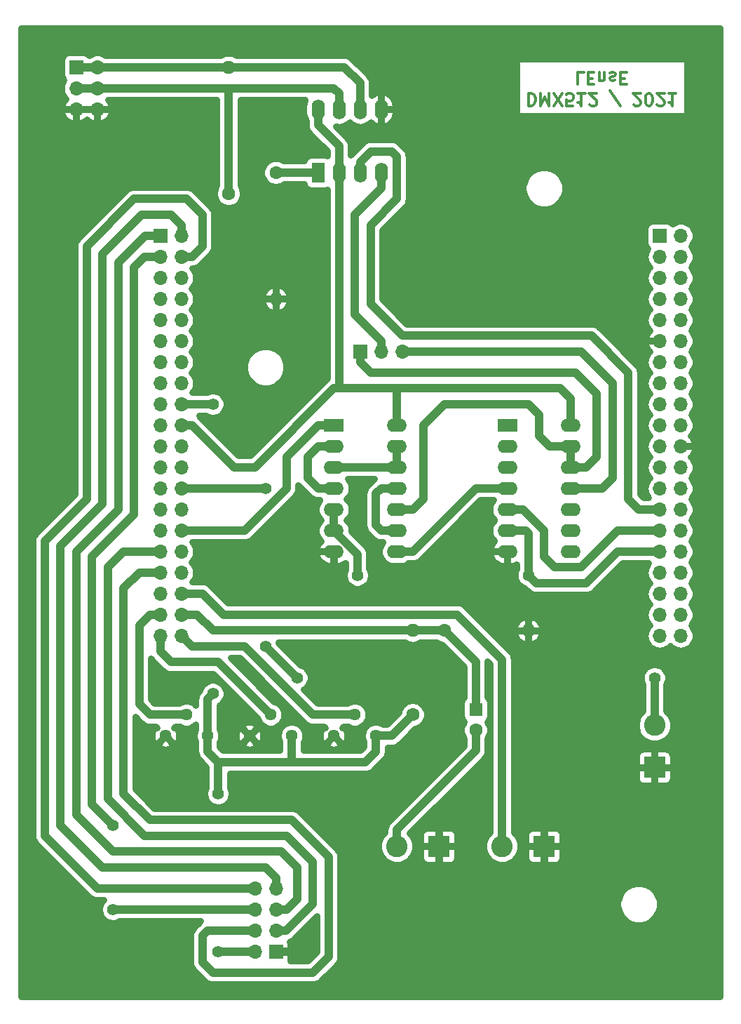
<source format=gbr>
%TF.GenerationSoftware,KiCad,Pcbnew,(5.0.1)-4*%
%TF.CreationDate,2021-10-01T09:14:40+02:00*%
%TF.ProjectId,carteDmx512,6361727465446D783531322E6B696361,rev?*%
%TF.SameCoordinates,Original*%
%TF.FileFunction,Copper,L2,Bot,Signal*%
%TF.FilePolarity,Positive*%
%FSLAX46Y46*%
G04 Gerber Fmt 4.6, Leading zero omitted, Abs format (unit mm)*
G04 Created by KiCad (PCBNEW (5.0.1)-4) date 01/10/2021 09:14:40*
%MOMM*%
%LPD*%
G01*
G04 APERTURE LIST*
%TA.AperFunction,NonConductor*%
%ADD10C,0.300000*%
%TD*%
%TA.AperFunction,ComponentPad*%
%ADD11O,2.400000X1.600000*%
%TD*%
%TA.AperFunction,ComponentPad*%
%ADD12R,2.400000X1.600000*%
%TD*%
%TA.AperFunction,ComponentPad*%
%ADD13R,1.700000X1.700000*%
%TD*%
%TA.AperFunction,ComponentPad*%
%ADD14O,1.700000X1.700000*%
%TD*%
%TA.AperFunction,ComponentPad*%
%ADD15O,1.600000X1.600000*%
%TD*%
%TA.AperFunction,ComponentPad*%
%ADD16C,1.600000*%
%TD*%
%TA.AperFunction,ComponentPad*%
%ADD17C,1.440000*%
%TD*%
%TA.AperFunction,ComponentPad*%
%ADD18R,1.600000X2.400000*%
%TD*%
%TA.AperFunction,ComponentPad*%
%ADD19O,1.600000X2.400000*%
%TD*%
%TA.AperFunction,ComponentPad*%
%ADD20R,2.600000X2.600000*%
%TD*%
%TA.AperFunction,ComponentPad*%
%ADD21C,2.600000*%
%TD*%
%TA.AperFunction,ComponentPad*%
%ADD22R,1.600000X1.600000*%
%TD*%
%TA.AperFunction,ViaPad*%
%ADD23C,1.400000*%
%TD*%
%TA.AperFunction,Conductor*%
%ADD24C,1.000000*%
%TD*%
%TA.AperFunction,Conductor*%
%ADD25C,0.800000*%
%TD*%
G04 APERTURE END LIST*
D10*
X249552142Y-56476428D02*
X249552142Y-57976428D01*
X249909285Y-57976428D01*
X250123571Y-57905000D01*
X250266428Y-57762142D01*
X250337857Y-57619285D01*
X250409285Y-57333571D01*
X250409285Y-57119285D01*
X250337857Y-56833571D01*
X250266428Y-56690714D01*
X250123571Y-56547857D01*
X249909285Y-56476428D01*
X249552142Y-56476428D01*
X251052142Y-56476428D02*
X251052142Y-57976428D01*
X251552142Y-56905000D01*
X252052142Y-57976428D01*
X252052142Y-56476428D01*
X252623571Y-57976428D02*
X253623571Y-56476428D01*
X253623571Y-57976428D02*
X252623571Y-56476428D01*
X254909285Y-57976428D02*
X254195000Y-57976428D01*
X254123571Y-57262142D01*
X254195000Y-57333571D01*
X254337857Y-57405000D01*
X254695000Y-57405000D01*
X254837857Y-57333571D01*
X254909285Y-57262142D01*
X254980714Y-57119285D01*
X254980714Y-56762142D01*
X254909285Y-56619285D01*
X254837857Y-56547857D01*
X254695000Y-56476428D01*
X254337857Y-56476428D01*
X254195000Y-56547857D01*
X254123571Y-56619285D01*
X256409285Y-56476428D02*
X255552142Y-56476428D01*
X255980714Y-56476428D02*
X255980714Y-57976428D01*
X255837857Y-57762142D01*
X255695000Y-57619285D01*
X255552142Y-57547857D01*
X256980714Y-57833571D02*
X257052142Y-57905000D01*
X257195000Y-57976428D01*
X257552142Y-57976428D01*
X257695000Y-57905000D01*
X257766428Y-57833571D01*
X257837857Y-57690714D01*
X257837857Y-57547857D01*
X257766428Y-57333571D01*
X256909285Y-56476428D01*
X257837857Y-56476428D01*
X260695000Y-58047857D02*
X259409285Y-56119285D01*
X262266428Y-57833571D02*
X262337857Y-57905000D01*
X262480714Y-57976428D01*
X262837857Y-57976428D01*
X262980714Y-57905000D01*
X263052142Y-57833571D01*
X263123571Y-57690714D01*
X263123571Y-57547857D01*
X263052142Y-57333571D01*
X262195000Y-56476428D01*
X263123571Y-56476428D01*
X264052142Y-57976428D02*
X264195000Y-57976428D01*
X264337857Y-57905000D01*
X264409285Y-57833571D01*
X264480714Y-57690714D01*
X264552142Y-57405000D01*
X264552142Y-57047857D01*
X264480714Y-56762142D01*
X264409285Y-56619285D01*
X264337857Y-56547857D01*
X264195000Y-56476428D01*
X264052142Y-56476428D01*
X263909285Y-56547857D01*
X263837857Y-56619285D01*
X263766428Y-56762142D01*
X263695000Y-57047857D01*
X263695000Y-57405000D01*
X263766428Y-57690714D01*
X263837857Y-57833571D01*
X263909285Y-57905000D01*
X264052142Y-57976428D01*
X265123571Y-57833571D02*
X265195000Y-57905000D01*
X265337857Y-57976428D01*
X265695000Y-57976428D01*
X265837857Y-57905000D01*
X265909285Y-57833571D01*
X265980714Y-57690714D01*
X265980714Y-57547857D01*
X265909285Y-57333571D01*
X265052142Y-56476428D01*
X265980714Y-56476428D01*
X267409285Y-56476428D02*
X266552142Y-56476428D01*
X266980714Y-56476428D02*
X266980714Y-57976428D01*
X266837857Y-57762142D01*
X266695000Y-57619285D01*
X266552142Y-57547857D01*
X256266428Y-53926428D02*
X255552142Y-53926428D01*
X255552142Y-55426428D01*
X256766428Y-54712142D02*
X257266428Y-54712142D01*
X257480714Y-53926428D02*
X256766428Y-53926428D01*
X256766428Y-55426428D01*
X257480714Y-55426428D01*
X258123571Y-54926428D02*
X258123571Y-53926428D01*
X258123571Y-54783571D02*
X258195000Y-54855000D01*
X258337857Y-54926428D01*
X258552142Y-54926428D01*
X258695000Y-54855000D01*
X258766428Y-54712142D01*
X258766428Y-53926428D01*
X259409285Y-53997857D02*
X259552142Y-53926428D01*
X259837857Y-53926428D01*
X259980714Y-53997857D01*
X260052142Y-54140714D01*
X260052142Y-54212142D01*
X259980714Y-54355000D01*
X259837857Y-54426428D01*
X259623571Y-54426428D01*
X259480714Y-54497857D01*
X259409285Y-54640714D01*
X259409285Y-54712142D01*
X259480714Y-54855000D01*
X259623571Y-54926428D01*
X259837857Y-54926428D01*
X259980714Y-54855000D01*
X260695000Y-54712142D02*
X261195000Y-54712142D01*
X261409285Y-53926428D02*
X260695000Y-53926428D01*
X260695000Y-55426428D01*
X261409285Y-55426428D01*
D11*
%TO.P,U1,14*%
%TO.N,5V*%
X254635000Y-96520000D03*
%TO.P,U1,7*%
%TO.N,GND*%
X247015000Y-111760000D03*
%TO.P,U1,13*%
%TO.N,Net-(J2-Pad1)*%
X254635000Y-99060000D03*
%TO.P,U1,6*%
%TO.N,start*%
X247015000Y-109220000D03*
%TO.P,U1,12*%
%TO.N,Net-(J2-Pad1)*%
X254635000Y-101600000D03*
%TO.P,U1,5*%
%TO.N,out_s*%
X247015000Y-106680000D03*
%TO.P,U1,11*%
%TO.N,Net-(J2-Pad3)*%
X254635000Y-104140000D03*
%TO.P,U1,4*%
%TO.N,Net-(U1-Pad4)*%
X247015000Y-104140000D03*
%TO.P,U1,10*%
%TO.N,N/C*%
X254635000Y-106680000D03*
%TO.P,U1,3*%
X247015000Y-101600000D03*
%TO.P,U1,9*%
X254635000Y-109220000D03*
%TO.P,U1,2*%
X247015000Y-99060000D03*
%TO.P,U1,8*%
X254635000Y-111760000D03*
D12*
%TO.P,U1,1*%
X247015000Y-96520000D03*
%TD*%
D13*
%TO.P,J4,1*%
%TO.N,SCK_nrF*%
X205105000Y-73660000D03*
D14*
%TO.P,J4,2*%
%TO.N,MISO_nrF*%
X207645000Y-73660000D03*
%TO.P,J4,3*%
%TO.N,MOSI_nrF*%
X205105000Y-76200000D03*
%TO.P,J4,4*%
%TO.N,IRQ_nrF*%
X207645000Y-76200000D03*
%TO.P,J4,5*%
%TO.N,Net-(J4-Pad5)*%
X205105000Y-78740000D03*
%TO.P,J4,6*%
%TO.N,Net-(J4-Pad6)*%
X207645000Y-78740000D03*
%TO.P,J4,7*%
%TO.N,Net-(J4-Pad7)*%
X205105000Y-81280000D03*
%TO.P,J4,8*%
%TO.N,Net-(J4-Pad8)*%
X207645000Y-81280000D03*
%TO.P,J4,9*%
%TO.N,Net-(J4-Pad9)*%
X205105000Y-83820000D03*
%TO.P,J4,10*%
%TO.N,Net-(J4-Pad10)*%
X207645000Y-83820000D03*
%TO.P,J4,11*%
%TO.N,Net-(J4-Pad11)*%
X205105000Y-86360000D03*
%TO.P,J4,12*%
%TO.N,Net-(J4-Pad12)*%
X207645000Y-86360000D03*
%TO.P,J4,13*%
%TO.N,Net-(J4-Pad13)*%
X205105000Y-88900000D03*
%TO.P,J4,14*%
%TO.N,Net-(J4-Pad14)*%
X207645000Y-88900000D03*
%TO.P,J4,15*%
%TO.N,Net-(J4-Pad15)*%
X205105000Y-91440000D03*
%TO.P,J4,16*%
%TO.N,Net-(J4-Pad16)*%
X207645000Y-91440000D03*
%TO.P,J4,17*%
%TO.N,Net-(J4-Pad17)*%
X205105000Y-93980000D03*
%TO.P,J4,18*%
%TO.N,3.3V*%
X207645000Y-93980000D03*
%TO.P,J4,19*%
%TO.N,Net-(J4-Pad19)*%
X205105000Y-96520000D03*
%TO.P,J4,20*%
%TO.N,5V*%
X207645000Y-96520000D03*
%TO.P,J4,21*%
%TO.N,Net-(J4-Pad21)*%
X205105000Y-99060000D03*
%TO.P,J4,22*%
%TO.N,Net-(J4-Pad22)*%
X207645000Y-99060000D03*
%TO.P,J4,23*%
%TO.N,Net-(J4-Pad23)*%
X205105000Y-101600000D03*
%TO.P,J4,24*%
%TO.N,Net-(J4-Pad24)*%
X207645000Y-101600000D03*
%TO.P,J4,25*%
%TO.N,Net-(J4-Pad25)*%
X205105000Y-104140000D03*
%TO.P,J4,26*%
%TO.N,Vinput*%
X207645000Y-104140000D03*
%TO.P,J4,27*%
%TO.N,Net-(J4-Pad27)*%
X205105000Y-106680000D03*
%TO.P,J4,28*%
%TO.N,Net-(J4-Pad28)*%
X207645000Y-106680000D03*
%TO.P,J4,29*%
%TO.N,Net-(J4-Pad29)*%
X205105000Y-109220000D03*
%TO.P,J4,30*%
%TO.N,TX*%
X207645000Y-109220000D03*
%TO.P,J4,31*%
%TO.N,CE_nrF*%
X205105000Y-111760000D03*
%TO.P,J4,32*%
%TO.N,Net-(J4-Pad32)*%
X207645000Y-111760000D03*
%TO.P,J4,33*%
%TO.N,CSN_nrF*%
X205105000Y-114300000D03*
%TO.P,J4,34*%
%TO.N,Net-(J4-Pad34)*%
X207645000Y-114300000D03*
%TO.P,J4,35*%
%TO.N,Net-(J4-Pad35)*%
X205105000Y-116840000D03*
%TO.P,J4,36*%
%TO.N,PitchIn*%
X207645000Y-116840000D03*
%TO.P,J4,37*%
%TO.N,AnInG*%
X205105000Y-119380000D03*
%TO.P,J4,38*%
%TO.N,VolumeIn_Adapt*%
X207645000Y-119380000D03*
%TO.P,J4,39*%
%TO.N,AnInB*%
X205105000Y-121920000D03*
%TO.P,J4,40*%
%TO.N,AnInR*%
X207645000Y-121920000D03*
%TD*%
%TO.P,J5,40*%
%TO.N,Net-(J5-Pad40)*%
X267970000Y-121920000D03*
%TO.P,J5,39*%
%TO.N,Net-(J5-Pad39)*%
X265430000Y-121920000D03*
%TO.P,J5,38*%
%TO.N,Net-(J5-Pad38)*%
X267970000Y-119380000D03*
%TO.P,J5,37*%
%TO.N,Net-(J5-Pad37)*%
X265430000Y-119380000D03*
%TO.P,J5,36*%
%TO.N,Net-(J5-Pad36)*%
X267970000Y-116840000D03*
%TO.P,J5,35*%
%TO.N,Net-(J5-Pad35)*%
X265430000Y-116840000D03*
%TO.P,J5,34*%
%TO.N,Net-(J5-Pad34)*%
X267970000Y-114300000D03*
%TO.P,J5,33*%
%TO.N,Net-(J5-Pad33)*%
X265430000Y-114300000D03*
%TO.P,J5,32*%
%TO.N,Net-(J5-Pad32)*%
X267970000Y-111760000D03*
%TO.P,J5,31*%
%TO.N,start*%
X265430000Y-111760000D03*
%TO.P,J5,30*%
%TO.N,Net-(J5-Pad30)*%
X267970000Y-109220000D03*
%TO.P,J5,29*%
%TO.N,out_s*%
X265430000Y-109220000D03*
%TO.P,J5,28*%
%TO.N,Net-(J5-Pad28)*%
X267970000Y-106680000D03*
%TO.P,J5,27*%
%TO.N,enable*%
X265430000Y-106680000D03*
%TO.P,J5,26*%
%TO.N,Net-(J5-Pad26)*%
X267970000Y-104140000D03*
%TO.P,J5,25*%
%TO.N,Net-(J5-Pad25)*%
X265430000Y-104140000D03*
%TO.P,J5,24*%
%TO.N,Net-(J5-Pad24)*%
X267970000Y-101600000D03*
%TO.P,J5,23*%
%TO.N,Net-(J5-Pad23)*%
X265430000Y-101600000D03*
%TO.P,J5,22*%
%TO.N,GND*%
X267970000Y-99060000D03*
%TO.P,J5,21*%
%TO.N,Net-(J5-Pad21)*%
X265430000Y-99060000D03*
%TO.P,J5,20*%
%TO.N,Net-(J5-Pad20)*%
X267970000Y-96520000D03*
%TO.P,J5,19*%
%TO.N,Net-(J5-Pad19)*%
X265430000Y-96520000D03*
%TO.P,J5,18*%
%TO.N,Net-(J5-Pad18)*%
X267970000Y-93980000D03*
%TO.P,J5,17*%
%TO.N,Net-(J5-Pad17)*%
X265430000Y-93980000D03*
%TO.P,J5,16*%
%TO.N,Net-(J5-Pad16)*%
X267970000Y-91440000D03*
%TO.P,J5,15*%
%TO.N,Net-(J5-Pad15)*%
X265430000Y-91440000D03*
%TO.P,J5,14*%
%TO.N,Net-(J5-Pad14)*%
X267970000Y-88900000D03*
%TO.P,J5,13*%
%TO.N,Net-(J5-Pad13)*%
X265430000Y-88900000D03*
%TO.P,J5,12*%
%TO.N,Net-(J5-Pad12)*%
X267970000Y-86360000D03*
%TO.P,J5,11*%
%TO.N,GND*%
X265430000Y-86360000D03*
%TO.P,J5,10*%
%TO.N,Net-(J5-Pad10)*%
X267970000Y-83820000D03*
%TO.P,J5,9*%
%TO.N,Net-(J5-Pad9)*%
X265430000Y-83820000D03*
%TO.P,J5,8*%
%TO.N,Net-(J5-Pad8)*%
X267970000Y-81280000D03*
%TO.P,J5,7*%
%TO.N,Net-(J5-Pad7)*%
X265430000Y-81280000D03*
%TO.P,J5,6*%
%TO.N,Net-(J5-Pad6)*%
X267970000Y-78740000D03*
%TO.P,J5,5*%
%TO.N,Net-(J5-Pad5)*%
X265430000Y-78740000D03*
%TO.P,J5,4*%
%TO.N,Net-(J5-Pad4)*%
X267970000Y-76200000D03*
%TO.P,J5,3*%
%TO.N,Net-(J5-Pad3)*%
X265430000Y-76200000D03*
%TO.P,J5,2*%
%TO.N,Net-(J5-Pad2)*%
X267970000Y-73660000D03*
D13*
%TO.P,J5,1*%
%TO.N,Net-(J5-Pad1)*%
X265430000Y-73660000D03*
%TD*%
%TO.P,J3,1*%
%TO.N,Net-(J3-Pad1)*%
X194945000Y-53340000D03*
D14*
%TO.P,J3,2*%
X197485000Y-53340000D03*
%TO.P,J3,3*%
%TO.N,Net-(J3-Pad3)*%
X194945000Y-55880000D03*
%TO.P,J3,4*%
X197485000Y-55880000D03*
%TO.P,J3,5*%
%TO.N,GND*%
X194945000Y-58420000D03*
%TO.P,J3,6*%
X197485000Y-58420000D03*
%TD*%
D15*
%TO.P,R1,2*%
%TO.N,Net-(J3-Pad1)*%
X213360000Y-53340000D03*
D16*
%TO.P,R1,1*%
%TO.N,Net-(J3-Pad3)*%
X213360000Y-68580000D03*
%TD*%
%TO.P,R2,1*%
%TO.N,Net-(R2-Pad1)*%
X219075000Y-66040000D03*
D15*
%TO.P,R2,2*%
%TO.N,GND*%
X219075000Y-81280000D03*
%TD*%
D17*
%TO.P,RV1,1*%
%TO.N,3.3V*%
X231140000Y-133985000D03*
%TO.P,RV1,2*%
%TO.N,AnInR*%
X228600000Y-131445000D03*
%TO.P,RV1,3*%
%TO.N,GND*%
X226060000Y-133985000D03*
%TD*%
%TO.P,RV2,3*%
%TO.N,GND*%
X205740000Y-133985000D03*
%TO.P,RV2,2*%
%TO.N,AnInG*%
X208280000Y-131445000D03*
%TO.P,RV2,1*%
%TO.N,3.3V*%
X210820000Y-133985000D03*
%TD*%
%TO.P,RV3,3*%
%TO.N,GND*%
X215900000Y-133985000D03*
%TO.P,RV3,2*%
%TO.N,AnInB*%
X218440000Y-131445000D03*
%TO.P,RV3,1*%
%TO.N,3.3V*%
X220980000Y-133985000D03*
%TD*%
D18*
%TO.P,U3,1*%
%TO.N,Net-(R2-Pad1)*%
X224155000Y-66040000D03*
D19*
%TO.P,U3,5*%
%TO.N,GND*%
X231775000Y-58420000D03*
%TO.P,U3,2*%
%TO.N,5V*%
X226695000Y-66040000D03*
%TO.P,U3,6*%
%TO.N,Net-(J3-Pad1)*%
X229235000Y-58420000D03*
%TO.P,U3,3*%
%TO.N,enable*%
X229235000Y-66040000D03*
%TO.P,U3,7*%
%TO.N,Net-(J3-Pad3)*%
X226695000Y-58420000D03*
%TO.P,U3,4*%
%TO.N,DMX_TX*%
X231775000Y-66040000D03*
%TO.P,U3,8*%
%TO.N,5V*%
X224155000Y-58420000D03*
%TD*%
D20*
%TO.P,J6,1*%
%TO.N,GND*%
X264795000Y-137795000D03*
D21*
%TO.P,J6,2*%
%TO.N,Vinput*%
X264795000Y-132715000D03*
%TD*%
D13*
%TO.P,J2,1*%
%TO.N,Net-(J2-Pad1)*%
X229235000Y-87630000D03*
D14*
%TO.P,J2,2*%
%TO.N,DMX_TX*%
X231775000Y-87630000D03*
%TO.P,J2,3*%
%TO.N,Net-(J2-Pad3)*%
X234315000Y-87630000D03*
%TD*%
D12*
%TO.P,U2,1*%
%TO.N,TX*%
X226060000Y-96520000D03*
D11*
%TO.P,U2,8*%
%TO.N,Net-(U1-Pad4)*%
X233680000Y-111760000D03*
%TO.P,U2,2*%
%TO.N,notstart*%
X226060000Y-99060000D03*
%TO.P,U2,9*%
%TO.N,Net-(U2-Pad11)*%
X233680000Y-109220000D03*
%TO.P,U2,3*%
%TO.N,Net-(U2-Pad12)*%
X226060000Y-101600000D03*
%TO.P,U2,10*%
%TO.N,Net-(J2-Pad1)*%
X233680000Y-106680000D03*
%TO.P,U2,4*%
%TO.N,notstart*%
X226060000Y-104140000D03*
%TO.P,U2,11*%
%TO.N,Net-(U2-Pad11)*%
X233680000Y-104140000D03*
%TO.P,U2,5*%
%TO.N,start*%
X226060000Y-106680000D03*
%TO.P,U2,12*%
%TO.N,Net-(U2-Pad12)*%
X233680000Y-101600000D03*
%TO.P,U2,6*%
%TO.N,start*%
X226060000Y-109220000D03*
%TO.P,U2,13*%
%TO.N,Net-(U2-Pad12)*%
X233680000Y-99060000D03*
%TO.P,U2,7*%
%TO.N,GND*%
X226060000Y-111760000D03*
%TO.P,U2,14*%
%TO.N,5V*%
X233680000Y-96520000D03*
%TD*%
D20*
%TO.P,J7,1*%
%TO.N,GND*%
X238760000Y-147320000D03*
D21*
%TO.P,J7,2*%
%TO.N,VolumeIn*%
X233680000Y-147320000D03*
%TD*%
D15*
%TO.P,R3,2*%
%TO.N,VolumeIn_Adapt*%
X235585000Y-121285000D03*
D16*
%TO.P,R3,1*%
%TO.N,3.3V*%
X235585000Y-131445000D03*
%TD*%
%TO.P,R4,1*%
%TO.N,VolumeIn_Adapt*%
X239395000Y-121285000D03*
D15*
%TO.P,R4,2*%
%TO.N,GND*%
X249555000Y-121285000D03*
%TD*%
D20*
%TO.P,J1,1*%
%TO.N,GND*%
X251460000Y-147320000D03*
D21*
%TO.P,J1,2*%
%TO.N,PitchIn*%
X246380000Y-147320000D03*
%TD*%
D13*
%TO.P,J8,1*%
%TO.N,GND*%
X219075000Y-160020000D03*
D14*
%TO.P,J8,2*%
%TO.N,3.3V*%
X216535000Y-160020000D03*
%TO.P,J8,3*%
%TO.N,CE_nrF*%
X219075000Y-157480000D03*
%TO.P,J8,4*%
%TO.N,CSN_nrF*%
X216535000Y-157480000D03*
%TO.P,J8,5*%
%TO.N,SCK_nrF*%
X219075000Y-154940000D03*
%TO.P,J8,6*%
%TO.N,MOSI_nrF*%
X216535000Y-154940000D03*
%TO.P,J8,7*%
%TO.N,MISO_nrF*%
X219075000Y-152400000D03*
%TO.P,J8,8*%
%TO.N,IRQ_nrF*%
X216535000Y-152400000D03*
%TD*%
D22*
%TO.P,C1,1*%
%TO.N,VolumeIn_Adapt*%
X243205000Y-130810000D03*
D16*
%TO.P,C1,2*%
%TO.N,VolumeIn*%
X243205000Y-133310000D03*
%TD*%
D23*
%TO.N,start*%
X228917500Y-114617502D03*
X249555000Y-114617501D03*
%TO.N,GND*%
X222885000Y-160020000D03*
X238760000Y-160020000D03*
%TO.N,3.3V*%
X212090000Y-160020000D03*
X211455000Y-93980000D03*
X211455000Y-128905000D03*
X212090000Y-140970000D03*
%TO.N,Vinput*%
X217805000Y-104140000D03*
X264794994Y-127000000D03*
X217805000Y-123190000D03*
X221615000Y-127000004D03*
%TO.N,MOSI_nrF*%
X199390000Y-144780000D03*
X199390000Y-154940000D03*
%TD*%
D24*
%TO.N,AnInB*%
X205105000Y-121920000D02*
X205105000Y-123825000D01*
X205105000Y-123825000D02*
X206375000Y-125095000D01*
X212090000Y-125095000D02*
X218440000Y-131445000D01*
X206375000Y-125095000D02*
X212090000Y-125095000D01*
%TO.N,AnInG*%
X202565000Y-120650000D02*
X203835000Y-119380000D01*
X202565000Y-130175000D02*
X202565000Y-120650000D01*
X203835000Y-119380000D02*
X205105000Y-119380000D01*
X208280000Y-131445000D02*
X203835000Y-131445000D01*
X203835000Y-131445000D02*
X202565000Y-130175000D01*
%TO.N,AnInR*%
X215265000Y-123190000D02*
X223520000Y-131445000D01*
X223520000Y-131445000D02*
X228600000Y-131445000D01*
X207645000Y-121920000D02*
X208915000Y-123190000D01*
X208915000Y-123190000D02*
X215265000Y-123190000D01*
%TO.N,out_s*%
X260350000Y-109220000D02*
X265430000Y-109220000D01*
X255905000Y-113665000D02*
X260350000Y-109220000D01*
X248920000Y-106680000D02*
X251460000Y-109220000D01*
X252730000Y-113665000D02*
X255905000Y-113665000D01*
X247015000Y-106680000D02*
X248920000Y-106680000D01*
X251460000Y-109220000D02*
X251460000Y-112395000D01*
X251460000Y-112395000D02*
X252730000Y-113665000D01*
%TO.N,start*%
X226060000Y-106680000D02*
X226060000Y-109220000D01*
X226060000Y-109220000D02*
X228917500Y-112077500D01*
X228917500Y-112077500D02*
X228917500Y-114617502D01*
X247015000Y-109220000D02*
X249215000Y-109220000D01*
X249555000Y-109560000D02*
X249555000Y-114617501D01*
X249215000Y-109220000D02*
X249555000Y-109560000D01*
X250507499Y-115570000D02*
X249555000Y-114617501D01*
X256540000Y-115570000D02*
X250507499Y-115570000D01*
X265430000Y-111760000D02*
X260350000Y-111760000D01*
X260350000Y-111760000D02*
X256540000Y-115570000D01*
%TO.N,enable*%
X262890000Y-106680000D02*
X264160000Y-106680000D01*
X261620000Y-105410000D02*
X262890000Y-106680000D01*
X233045000Y-63500000D02*
X233680000Y-64135000D01*
X229235000Y-66040000D02*
X229235000Y-64770000D01*
X230505000Y-63500000D02*
X233045000Y-63500000D01*
X264160000Y-106680000D02*
X265430000Y-106680000D01*
X229235000Y-64770000D02*
X230505000Y-63500000D01*
X233680000Y-69215000D02*
X230505000Y-72390000D01*
X261620000Y-90170000D02*
X261620000Y-105410000D01*
X230505000Y-72390000D02*
X230505000Y-81915000D01*
X233680000Y-64135000D02*
X233680000Y-69215000D01*
X234315000Y-85725000D02*
X257175000Y-85725000D01*
X257175000Y-85725000D02*
X261620000Y-90170000D01*
X230505000Y-81915000D02*
X234315000Y-85725000D01*
%TO.N,TX*%
X224155000Y-96520000D02*
X226060000Y-96520000D01*
X220345000Y-100330000D02*
X224155000Y-96520000D01*
X220345000Y-104140000D02*
X220345000Y-100330000D01*
X207645000Y-109220000D02*
X215265000Y-109220000D01*
X215265000Y-109220000D02*
X220345000Y-104140000D01*
%TO.N,GND*%
X219075000Y-160020000D02*
X222885000Y-160020000D01*
%TO.N,5V*%
X224155000Y-58420000D02*
X224155000Y-60325000D01*
X224155000Y-60325000D02*
X226695000Y-62865000D01*
X226695000Y-62865000D02*
X226695000Y-66040000D01*
X254635000Y-93345000D02*
X254635000Y-96520000D01*
X253365000Y-92075000D02*
X254635000Y-93345000D01*
X233680000Y-96520000D02*
X233680000Y-92075000D01*
X233680000Y-92075000D02*
X253365000Y-92075000D01*
X226695000Y-66040000D02*
X226695000Y-92075000D01*
X226695000Y-92075000D02*
X233680000Y-92075000D01*
X216535000Y-101600000D02*
X226060000Y-92075000D01*
X207645000Y-96520000D02*
X208915000Y-96520000D01*
X226060000Y-92075000D02*
X226695000Y-92075000D01*
X213995000Y-101600000D02*
X216535000Y-101600000D01*
X208915000Y-96520000D02*
X213995000Y-101600000D01*
%TO.N,3.3V*%
X210820000Y-133985000D02*
X210820000Y-135890000D01*
X210820000Y-135890000D02*
X212090000Y-137160000D01*
X212090000Y-137160000D02*
X220980000Y-137160000D01*
X220980000Y-137160000D02*
X220980000Y-133985000D01*
X220980000Y-137160000D02*
X229870000Y-137160000D01*
X231140000Y-135890000D02*
X231140000Y-133985000D01*
X229870000Y-137160000D02*
X231140000Y-135890000D01*
X216535000Y-160020000D02*
X212090000Y-160020000D01*
X207645000Y-93980000D02*
X211455000Y-93980000D01*
X210820000Y-133985000D02*
X210820000Y-129540000D01*
X210820000Y-129540000D02*
X211455000Y-128905000D01*
X212090000Y-137160000D02*
X212090000Y-140970000D01*
X233045000Y-133985000D02*
X235585000Y-131445000D01*
X231140000Y-133985000D02*
X233045000Y-133985000D01*
%TO.N,Net-(J2-Pad3)*%
X255905000Y-87630000D02*
X234315000Y-87630000D01*
X259715000Y-91440000D02*
X255905000Y-87630000D01*
X259715000Y-102870000D02*
X259715000Y-91440000D01*
X254635000Y-104140000D02*
X258445000Y-104140000D01*
X258445000Y-104140000D02*
X259715000Y-102870000D01*
%TO.N,DMX_TX*%
X231775000Y-86360000D02*
X231775000Y-87630000D01*
X228600000Y-83185000D02*
X231775000Y-86360000D01*
X228600000Y-71120000D02*
X228600000Y-83185000D01*
X231775000Y-66040000D02*
X231775000Y-67945000D01*
X231775000Y-67945000D02*
X228600000Y-71120000D01*
%TO.N,Net-(J2-Pad1)*%
X254635000Y-101600000D02*
X254635000Y-99060000D01*
X252095000Y-99060000D02*
X254635000Y-99060000D01*
X250825000Y-97790000D02*
X252095000Y-99060000D01*
X250825000Y-95250000D02*
X250825000Y-97790000D01*
X249555000Y-93980000D02*
X250825000Y-95250000D01*
X235585000Y-106680000D02*
X236855000Y-105410000D01*
X233680000Y-106680000D02*
X235585000Y-106680000D01*
X236855000Y-105410000D02*
X236855000Y-96520000D01*
X239395000Y-93980000D02*
X249555000Y-93980000D01*
X236855000Y-96520000D02*
X239395000Y-93980000D01*
X257810000Y-100330000D02*
X256540000Y-101600000D01*
X256540000Y-101600000D02*
X254635000Y-101600000D01*
X229235000Y-88900000D02*
X230505000Y-90170000D01*
X230505000Y-90170000D02*
X255270000Y-90170000D01*
X229235000Y-87630000D02*
X229235000Y-88900000D01*
X257810000Y-92710000D02*
X257810000Y-100330000D01*
X255270000Y-90170000D02*
X257810000Y-92710000D01*
%TO.N,Net-(J3-Pad3)*%
X194945000Y-55880000D02*
X197485000Y-55880000D01*
X226695000Y-56515000D02*
X226695000Y-58420000D01*
X226060000Y-55880000D02*
X226695000Y-56515000D01*
X197485000Y-55880000D02*
X213995000Y-55880000D01*
X213995000Y-55880000D02*
X226060000Y-55880000D01*
X213360000Y-55880000D02*
X213995000Y-55880000D01*
X213360000Y-68580000D02*
X213360000Y-55880000D01*
%TO.N,Net-(J3-Pad1)*%
X194945000Y-53340000D02*
X197485000Y-53340000D01*
X229235000Y-55245000D02*
X229235000Y-57150000D01*
X197485000Y-53340000D02*
X227330000Y-53340000D01*
X229235000Y-57150000D02*
X229235000Y-58420000D01*
X227330000Y-53340000D02*
X229235000Y-55245000D01*
%TO.N,Net-(R2-Pad1)*%
X219075000Y-66040000D02*
X224155000Y-66040000D01*
%TO.N,notstart*%
X224155000Y-99060000D02*
X226060000Y-99060000D01*
X222885000Y-100330000D02*
X224155000Y-99060000D01*
X222885000Y-102870000D02*
X222885000Y-100330000D01*
X226060000Y-104140000D02*
X224155000Y-104140000D01*
X224155000Y-104140000D02*
X222885000Y-102870000D01*
%TO.N,Net-(U1-Pad4)*%
X243205000Y-104140000D02*
X247015000Y-104140000D01*
X233680000Y-111760000D02*
X235585000Y-111760000D01*
X235585000Y-111760000D02*
X243205000Y-104140000D01*
%TO.N,Vinput*%
X207645000Y-104140000D02*
X214630000Y-104140000D01*
X214630000Y-104140000D02*
X217805000Y-104140000D01*
X264795000Y-132715000D02*
X264795000Y-128270000D01*
X264795000Y-128270000D02*
X264795000Y-127000006D01*
X264795000Y-127000006D02*
X264794994Y-127000000D01*
X221615000Y-127000000D02*
X221615000Y-127000004D01*
X217805000Y-123190000D02*
X221615000Y-127000000D01*
%TO.N,Net-(U2-Pad11)*%
X233680000Y-109220000D02*
X231775000Y-109220000D01*
X231775000Y-109220000D02*
X231140000Y-108585000D01*
X231140000Y-108585000D02*
X231140000Y-104775000D01*
X231775000Y-104140000D02*
X233680000Y-104140000D01*
X231140000Y-104775000D02*
X231775000Y-104140000D01*
%TO.N,Net-(U2-Pad12)*%
X226060000Y-101600000D02*
X233680000Y-101600000D01*
X233680000Y-101600000D02*
X233680000Y-99060000D01*
%TO.N,PitchIn*%
X212725000Y-119380000D02*
X210185000Y-116840000D01*
X210185000Y-116840000D02*
X207645000Y-116840000D01*
X240982500Y-119380000D02*
X212725000Y-119380000D01*
X246380000Y-147320000D02*
X246380000Y-124777500D01*
X246380000Y-124777500D02*
X240982500Y-119380000D01*
%TO.N,VolumeIn_Adapt*%
X243205000Y-125730000D02*
X243205000Y-130810000D01*
X207645000Y-119380000D02*
X209550000Y-119380000D01*
X211455000Y-121285000D02*
X234950000Y-121285000D01*
X209550000Y-119380000D02*
X211455000Y-121285000D01*
X235585000Y-121285000D02*
X239395000Y-121285000D01*
X243205000Y-125095000D02*
X243205000Y-125730000D01*
X239395000Y-121285000D02*
X243205000Y-125095000D01*
%TO.N,VolumeIn*%
X243205000Y-135255000D02*
X243205000Y-133310000D01*
X243205000Y-135770000D02*
X243205000Y-135255000D01*
X233680000Y-147320000D02*
X233680000Y-145295000D01*
X233680000Y-145295000D02*
X243205000Y-135770000D01*
%TO.N,IRQ_nrF*%
X210185000Y-74930000D02*
X208915000Y-76200000D01*
X210185000Y-71120000D02*
X210185000Y-74930000D01*
X208280000Y-69215000D02*
X210185000Y-71120000D01*
X201930000Y-69215000D02*
X208280000Y-69215000D01*
X196215000Y-74930000D02*
X201930000Y-69215000D01*
X197485000Y-152400000D02*
X191135000Y-146050000D01*
X208915000Y-76200000D02*
X207645000Y-76200000D01*
X191135000Y-146050000D02*
X191135000Y-110490000D01*
X191135000Y-110490000D02*
X196215000Y-105410000D01*
X216535000Y-152400000D02*
X197485000Y-152400000D01*
X196215000Y-105410000D02*
X196215000Y-74930000D01*
%TO.N,CE_nrF*%
X200660000Y-111760000D02*
X205105000Y-111760000D01*
X198755000Y-113665000D02*
X200660000Y-111760000D01*
X198755000Y-141605000D02*
X198755000Y-113665000D01*
X203200000Y-146050000D02*
X198755000Y-141605000D01*
X220277081Y-157480000D02*
X223520000Y-154237081D01*
X223520000Y-149225000D02*
X220345000Y-146050000D01*
X219075000Y-157480000D02*
X220277081Y-157480000D01*
X223520000Y-154237081D02*
X223520000Y-149225000D01*
X220345000Y-146050000D02*
X203200000Y-146050000D01*
%TO.N,MOSI_nrF*%
X216535000Y-154940000D02*
X199390000Y-154940000D01*
X196850000Y-142240000D02*
X199390000Y-144780000D01*
X203200000Y-76200000D02*
X201930000Y-77470000D01*
X201930000Y-107315000D02*
X196850000Y-112395000D01*
X205105000Y-76200000D02*
X203200000Y-76200000D01*
X196850000Y-112395000D02*
X196850000Y-142240000D01*
X201930000Y-77470000D02*
X201930000Y-107315000D01*
%TO.N,MISO_nrF*%
X207645000Y-72390000D02*
X207645000Y-73660000D01*
X206375000Y-71120000D02*
X207645000Y-72390000D01*
X202882500Y-71120000D02*
X206375000Y-71120000D01*
X198120000Y-75882500D02*
X202882500Y-71120000D01*
X193040000Y-111125000D02*
X198120000Y-106045000D01*
X198120000Y-106045000D02*
X198120000Y-75882500D01*
X193040000Y-144780000D02*
X193040000Y-111125000D01*
X219075000Y-152400000D02*
X219075000Y-151130000D01*
X198120000Y-149860000D02*
X193040000Y-144780000D01*
X219075000Y-151130000D02*
X217805000Y-149860000D01*
X217805000Y-149860000D02*
X198120000Y-149860000D01*
%TO.N,SCK_nrF*%
X220345000Y-154940000D02*
X219075000Y-154940000D01*
X221615000Y-153670000D02*
X220345000Y-154940000D01*
X221615000Y-149860000D02*
X221615000Y-153670000D01*
X219710000Y-147955000D02*
X221615000Y-149860000D01*
X199390000Y-147955000D02*
X219710000Y-147955000D01*
X194945000Y-143510000D02*
X199390000Y-147955000D01*
X205105000Y-73660000D02*
X203255000Y-73660000D01*
X200025000Y-76890000D02*
X200025000Y-106680000D01*
X203255000Y-73660000D02*
X200025000Y-76890000D01*
X194945000Y-111760000D02*
X194945000Y-143510000D01*
X200025000Y-106680000D02*
X194945000Y-111760000D01*
%TO.N,CSN_nrF*%
X200660000Y-116205000D02*
X202565000Y-114300000D01*
X211455000Y-162560000D02*
X223520000Y-162560000D01*
X210185000Y-161290000D02*
X211455000Y-162560000D01*
X225425000Y-160655000D02*
X225425000Y-148590000D01*
X210185000Y-158115000D02*
X210185000Y-161290000D01*
X216535000Y-157480000D02*
X210820000Y-157480000D01*
X210820000Y-157480000D02*
X210185000Y-158115000D01*
X200660000Y-140970000D02*
X200660000Y-116205000D01*
X223520000Y-162560000D02*
X225425000Y-160655000D01*
X225425000Y-148590000D02*
X220980000Y-144145000D01*
X203835000Y-144145000D02*
X200660000Y-140970000D01*
X202565000Y-114300000D02*
X205105000Y-114300000D01*
X220980000Y-144145000D02*
X203835000Y-144145000D01*
%TD*%
D25*
%TO.N,GND*%
G36*
X272727001Y-165412000D02*
X188283000Y-165412000D01*
X188283000Y-110490000D01*
X189720189Y-110490000D01*
X189727001Y-110559164D01*
X189727000Y-145980846D01*
X189720189Y-146050000D01*
X189727000Y-146119154D01*
X189727000Y-146119163D01*
X189747373Y-146326015D01*
X189827884Y-146591424D01*
X189858063Y-146647884D01*
X189958627Y-146836027D01*
X190090488Y-146996700D01*
X190090491Y-146996703D01*
X190134577Y-147050422D01*
X190188297Y-147094509D01*
X196440491Y-153346704D01*
X196484577Y-153400423D01*
X196538296Y-153444509D01*
X196538299Y-153444512D01*
X196698972Y-153576373D01*
X196804697Y-153632884D01*
X196943575Y-153707116D01*
X197208984Y-153787627D01*
X197415836Y-153808000D01*
X197415845Y-153808000D01*
X197484999Y-153814811D01*
X197554153Y-153808000D01*
X198247945Y-153808000D01*
X198140985Y-153914960D01*
X197965009Y-154178327D01*
X197843795Y-154470964D01*
X197782000Y-154781626D01*
X197782000Y-155098374D01*
X197843795Y-155409036D01*
X197965009Y-155701673D01*
X198140985Y-155965040D01*
X198364960Y-156189015D01*
X198628327Y-156364991D01*
X198920964Y-156486205D01*
X199231626Y-156548000D01*
X199548374Y-156548000D01*
X199859036Y-156486205D01*
X200151673Y-156364991D01*
X200177102Y-156348000D01*
X209979904Y-156348000D01*
X209819577Y-156479577D01*
X209775483Y-156533306D01*
X209238298Y-157070490D01*
X209184577Y-157114578D01*
X209140491Y-157168297D01*
X209140488Y-157168300D01*
X209008627Y-157328973D01*
X208938744Y-157459716D01*
X208877884Y-157573576D01*
X208797373Y-157838985D01*
X208777000Y-158045837D01*
X208777000Y-158045846D01*
X208770189Y-158115000D01*
X208777000Y-158184154D01*
X208777001Y-161220837D01*
X208770189Y-161290000D01*
X208797374Y-161566016D01*
X208877885Y-161831425D01*
X209008627Y-162076027D01*
X209140488Y-162236700D01*
X209140492Y-162236704D01*
X209184578Y-162290423D01*
X209238296Y-162334509D01*
X210410491Y-163506704D01*
X210454577Y-163560423D01*
X210508296Y-163604509D01*
X210508299Y-163604512D01*
X210668972Y-163736373D01*
X210799715Y-163806256D01*
X210913575Y-163867116D01*
X211178984Y-163947627D01*
X211385836Y-163968000D01*
X211385845Y-163968000D01*
X211454999Y-163974811D01*
X211524153Y-163968000D01*
X223450846Y-163968000D01*
X223520000Y-163974811D01*
X223589154Y-163968000D01*
X223589164Y-163968000D01*
X223796016Y-163947627D01*
X224061425Y-163867116D01*
X224306027Y-163736373D01*
X224520423Y-163560423D01*
X224564513Y-163506699D01*
X226371703Y-161699509D01*
X226425422Y-161655423D01*
X226498797Y-161566016D01*
X226601373Y-161441028D01*
X226732115Y-161196426D01*
X226732116Y-161196425D01*
X226812627Y-160931016D01*
X226833000Y-160724164D01*
X226833000Y-160724154D01*
X226839811Y-160655000D01*
X226833000Y-160585846D01*
X226833000Y-154057984D01*
X260382000Y-154057984D01*
X260382000Y-154552016D01*
X260478381Y-155036557D01*
X260667439Y-155492983D01*
X260941909Y-155903757D01*
X261291243Y-156253091D01*
X261702017Y-156527561D01*
X262158443Y-156716619D01*
X262642984Y-156813000D01*
X263137016Y-156813000D01*
X263621557Y-156716619D01*
X264077983Y-156527561D01*
X264488757Y-156253091D01*
X264838091Y-155903757D01*
X265112561Y-155492983D01*
X265301619Y-155036557D01*
X265398000Y-154552016D01*
X265398000Y-154057984D01*
X265301619Y-153573443D01*
X265112561Y-153117017D01*
X264838091Y-152706243D01*
X264488757Y-152356909D01*
X264077983Y-152082439D01*
X263621557Y-151893381D01*
X263137016Y-151797000D01*
X262642984Y-151797000D01*
X262158443Y-151893381D01*
X261702017Y-152082439D01*
X261291243Y-152356909D01*
X260941909Y-152706243D01*
X260667439Y-153117017D01*
X260478381Y-153573443D01*
X260382000Y-154057984D01*
X226833000Y-154057984D01*
X226833000Y-148659153D01*
X226839811Y-148589999D01*
X226833000Y-148520845D01*
X226833000Y-148520836D01*
X226812627Y-148313984D01*
X226732116Y-148048575D01*
X226632082Y-147861425D01*
X226601373Y-147803972D01*
X226469512Y-147643299D01*
X226469509Y-147643296D01*
X226425423Y-147589577D01*
X226371704Y-147545491D01*
X222024511Y-143198299D01*
X221980423Y-143144577D01*
X221766027Y-142968627D01*
X221521425Y-142837884D01*
X221256016Y-142757373D01*
X221049164Y-142737000D01*
X221049154Y-142737000D01*
X220980000Y-142730189D01*
X220910846Y-142737000D01*
X204418213Y-142737000D01*
X202068000Y-140386788D01*
X202068000Y-135015954D01*
X204779757Y-135015954D01*
X204819355Y-135337223D01*
X205100851Y-135490850D01*
X205406909Y-135586607D01*
X205725767Y-135620815D01*
X206045172Y-135592160D01*
X206352850Y-135501742D01*
X206636976Y-135353037D01*
X206660645Y-135337223D01*
X206700243Y-135015954D01*
X205740000Y-134055711D01*
X204779757Y-135015954D01*
X202068000Y-135015954D01*
X202068000Y-131669212D01*
X202790491Y-132391704D01*
X202834577Y-132445423D01*
X202888296Y-132489509D01*
X202888299Y-132489512D01*
X203048972Y-132621373D01*
X203154697Y-132677884D01*
X203293575Y-132752116D01*
X203558984Y-132832627D01*
X203765836Y-132853000D01*
X203765845Y-132853000D01*
X203834999Y-132859811D01*
X203904153Y-132853000D01*
X204561257Y-132853000D01*
X204549272Y-132864985D01*
X204709044Y-133024757D01*
X204387777Y-133064355D01*
X204234150Y-133345851D01*
X204138393Y-133651909D01*
X204104185Y-133970767D01*
X204132840Y-134290172D01*
X204223258Y-134597850D01*
X204371963Y-134881976D01*
X204387777Y-134905645D01*
X204709046Y-134945243D01*
X205669289Y-133985000D01*
X205655147Y-133970858D01*
X205725858Y-133900147D01*
X205740000Y-133914289D01*
X205754142Y-133900147D01*
X205824853Y-133970858D01*
X205810711Y-133985000D01*
X206770954Y-134945243D01*
X207092223Y-134905645D01*
X207245850Y-134624149D01*
X207341607Y-134318091D01*
X207375815Y-133999233D01*
X207347160Y-133679828D01*
X207256742Y-133372150D01*
X207108037Y-133088024D01*
X207092223Y-133064355D01*
X206770956Y-133024757D01*
X206930728Y-132864985D01*
X206918743Y-132853000D01*
X207456898Y-132853000D01*
X207508853Y-132887715D01*
X207805130Y-133010437D01*
X208119656Y-133073000D01*
X208440344Y-133073000D01*
X208754870Y-133010437D01*
X209051147Y-132887715D01*
X209317789Y-132709550D01*
X209412000Y-132615339D01*
X209412000Y-133161898D01*
X209377285Y-133213853D01*
X209254563Y-133510130D01*
X209192000Y-133824656D01*
X209192000Y-134145344D01*
X209254563Y-134459870D01*
X209377285Y-134756147D01*
X209412000Y-134808102D01*
X209412001Y-135820837D01*
X209405189Y-135890000D01*
X209432374Y-136166016D01*
X209512885Y-136431425D01*
X209643627Y-136676027D01*
X209775488Y-136836700D01*
X209775492Y-136836704D01*
X209819578Y-136890423D01*
X209873296Y-136934509D01*
X210682000Y-137743213D01*
X210682001Y-140182897D01*
X210665009Y-140208327D01*
X210543795Y-140500964D01*
X210482000Y-140811626D01*
X210482000Y-141128374D01*
X210543795Y-141439036D01*
X210665009Y-141731673D01*
X210840985Y-141995040D01*
X211064960Y-142219015D01*
X211328327Y-142394991D01*
X211620964Y-142516205D01*
X211931626Y-142578000D01*
X212248374Y-142578000D01*
X212559036Y-142516205D01*
X212851673Y-142394991D01*
X213115040Y-142219015D01*
X213339015Y-141995040D01*
X213514991Y-141731673D01*
X213636205Y-141439036D01*
X213698000Y-141128374D01*
X213698000Y-140811626D01*
X213636205Y-140500964D01*
X213514991Y-140208327D01*
X213498000Y-140182898D01*
X213498000Y-138568000D01*
X220910836Y-138568000D01*
X220980000Y-138574812D01*
X221049164Y-138568000D01*
X229800846Y-138568000D01*
X229870000Y-138574811D01*
X229939154Y-138568000D01*
X229939164Y-138568000D01*
X230146016Y-138547627D01*
X230411425Y-138467116D01*
X230656027Y-138336373D01*
X230870423Y-138160423D01*
X230914513Y-138106699D01*
X232086708Y-136934505D01*
X232140422Y-136890423D01*
X232184505Y-136836708D01*
X232184512Y-136836701D01*
X232316373Y-136676028D01*
X232447115Y-136431426D01*
X232447116Y-136431425D01*
X232527627Y-136166016D01*
X232548000Y-135959164D01*
X232548000Y-135959155D01*
X232554811Y-135890001D01*
X232548000Y-135820847D01*
X232548000Y-135393000D01*
X232975846Y-135393000D01*
X233045000Y-135399811D01*
X233114154Y-135393000D01*
X233114164Y-135393000D01*
X233321016Y-135372627D01*
X233586425Y-135292116D01*
X233831027Y-135161373D01*
X234045423Y-134985423D01*
X234089513Y-134931699D01*
X235896765Y-133124447D01*
X236083205Y-133087362D01*
X236394041Y-132958610D01*
X236673786Y-132771690D01*
X236911690Y-132533786D01*
X237098610Y-132254041D01*
X237227362Y-131943205D01*
X237293000Y-131613223D01*
X237293000Y-131276777D01*
X237227362Y-130946795D01*
X237098610Y-130635959D01*
X236911690Y-130356214D01*
X236673786Y-130118310D01*
X236394041Y-129931390D01*
X236083205Y-129802638D01*
X235753223Y-129737000D01*
X235416777Y-129737000D01*
X235086795Y-129802638D01*
X234775959Y-129931390D01*
X234496214Y-130118310D01*
X234258310Y-130356214D01*
X234071390Y-130635959D01*
X233942638Y-130946795D01*
X233905553Y-131133235D01*
X232461788Y-132577000D01*
X231963102Y-132577000D01*
X231911147Y-132542285D01*
X231614870Y-132419563D01*
X231300344Y-132357000D01*
X230979656Y-132357000D01*
X230665130Y-132419563D01*
X230368853Y-132542285D01*
X230102211Y-132720450D01*
X229875450Y-132947211D01*
X229697285Y-133213853D01*
X229574563Y-133510130D01*
X229512000Y-133824656D01*
X229512000Y-134145344D01*
X229574563Y-134459870D01*
X229697285Y-134756147D01*
X229732001Y-134808102D01*
X229732000Y-135306787D01*
X229286788Y-135752000D01*
X222388000Y-135752000D01*
X222388000Y-135015954D01*
X225099757Y-135015954D01*
X225139355Y-135337223D01*
X225420851Y-135490850D01*
X225726909Y-135586607D01*
X226045767Y-135620815D01*
X226365172Y-135592160D01*
X226672850Y-135501742D01*
X226956976Y-135353037D01*
X226980645Y-135337223D01*
X227020243Y-135015954D01*
X226060000Y-134055711D01*
X225099757Y-135015954D01*
X222388000Y-135015954D01*
X222388000Y-134808102D01*
X222422715Y-134756147D01*
X222545437Y-134459870D01*
X222608000Y-134145344D01*
X222608000Y-133824656D01*
X222545437Y-133510130D01*
X222422715Y-133213853D01*
X222244550Y-132947211D01*
X222017789Y-132720450D01*
X221751147Y-132542285D01*
X221454870Y-132419563D01*
X221140344Y-132357000D01*
X220819656Y-132357000D01*
X220505130Y-132419563D01*
X220208853Y-132542285D01*
X219942211Y-132720450D01*
X219715450Y-132947211D01*
X219537285Y-133213853D01*
X219414563Y-133510130D01*
X219352000Y-133824656D01*
X219352000Y-134145344D01*
X219414563Y-134459870D01*
X219537285Y-134756147D01*
X219572001Y-134808103D01*
X219572000Y-135752000D01*
X212673213Y-135752000D01*
X212228000Y-135306788D01*
X212228000Y-135015954D01*
X214939757Y-135015954D01*
X214979355Y-135337223D01*
X215260851Y-135490850D01*
X215566909Y-135586607D01*
X215885767Y-135620815D01*
X216205172Y-135592160D01*
X216512850Y-135501742D01*
X216796976Y-135353037D01*
X216820645Y-135337223D01*
X216860243Y-135015954D01*
X215900000Y-134055711D01*
X214939757Y-135015954D01*
X212228000Y-135015954D01*
X212228000Y-134808102D01*
X212262715Y-134756147D01*
X212385437Y-134459870D01*
X212448000Y-134145344D01*
X212448000Y-133970767D01*
X214264185Y-133970767D01*
X214292840Y-134290172D01*
X214383258Y-134597850D01*
X214531963Y-134881976D01*
X214547777Y-134905645D01*
X214869046Y-134945243D01*
X215829289Y-133985000D01*
X215970711Y-133985000D01*
X216930954Y-134945243D01*
X217252223Y-134905645D01*
X217405850Y-134624149D01*
X217501607Y-134318091D01*
X217535815Y-133999233D01*
X217507160Y-133679828D01*
X217416742Y-133372150D01*
X217268037Y-133088024D01*
X217252223Y-133064355D01*
X216930954Y-133024757D01*
X215970711Y-133985000D01*
X215829289Y-133985000D01*
X214869046Y-133024757D01*
X214547777Y-133064355D01*
X214394150Y-133345851D01*
X214298393Y-133651909D01*
X214264185Y-133970767D01*
X212448000Y-133970767D01*
X212448000Y-133824656D01*
X212385437Y-133510130D01*
X212262715Y-133213853D01*
X212228000Y-133161898D01*
X212228000Y-132954046D01*
X214939757Y-132954046D01*
X215900000Y-133914289D01*
X216860243Y-132954046D01*
X216820645Y-132632777D01*
X216539149Y-132479150D01*
X216233091Y-132383393D01*
X215914233Y-132349185D01*
X215594828Y-132377840D01*
X215287150Y-132468258D01*
X215003024Y-132616963D01*
X214979355Y-132632777D01*
X214939757Y-132954046D01*
X212228000Y-132954046D01*
X212228000Y-130322423D01*
X212480040Y-130154015D01*
X212704015Y-129930040D01*
X212879991Y-129666673D01*
X213001205Y-129374036D01*
X213063000Y-129063374D01*
X213063000Y-128746626D01*
X213001205Y-128435964D01*
X212879991Y-128143327D01*
X212704015Y-127879960D01*
X212480040Y-127655985D01*
X212216673Y-127480009D01*
X211924036Y-127358795D01*
X211613374Y-127297000D01*
X211296626Y-127297000D01*
X210985964Y-127358795D01*
X210693327Y-127480009D01*
X210429960Y-127655985D01*
X210205985Y-127879960D01*
X210030009Y-128143327D01*
X209908795Y-128435964D01*
X209902828Y-128465960D01*
X209873298Y-128495490D01*
X209819578Y-128539577D01*
X209775492Y-128593296D01*
X209775488Y-128593300D01*
X209643627Y-128753973D01*
X209512885Y-128998575D01*
X209432374Y-129263984D01*
X209405189Y-129540000D01*
X209412001Y-129609164D01*
X209412001Y-130274662D01*
X209317789Y-130180450D01*
X209051147Y-130002285D01*
X208754870Y-129879563D01*
X208440344Y-129817000D01*
X208119656Y-129817000D01*
X207805130Y-129879563D01*
X207508853Y-130002285D01*
X207456898Y-130037000D01*
X204418213Y-130037000D01*
X203973000Y-129591788D01*
X203973000Y-124665096D01*
X204060488Y-124771700D01*
X204060492Y-124771704D01*
X204104578Y-124825423D01*
X204158296Y-124869509D01*
X205330491Y-126041704D01*
X205374577Y-126095423D01*
X205428296Y-126139509D01*
X205428299Y-126139512D01*
X205588972Y-126271373D01*
X205719715Y-126341256D01*
X205833575Y-126402116D01*
X206098984Y-126482627D01*
X206305836Y-126503000D01*
X206305845Y-126503000D01*
X206374999Y-126509811D01*
X206444153Y-126503000D01*
X211506788Y-126503000D01*
X216862373Y-131858586D01*
X216874563Y-131919870D01*
X216997285Y-132216147D01*
X217175450Y-132482789D01*
X217402211Y-132709550D01*
X217668853Y-132887715D01*
X217965130Y-133010437D01*
X218279656Y-133073000D01*
X218600344Y-133073000D01*
X218914870Y-133010437D01*
X219211147Y-132887715D01*
X219477789Y-132709550D01*
X219704550Y-132482789D01*
X219882715Y-132216147D01*
X220005437Y-131919870D01*
X220068000Y-131605344D01*
X220068000Y-131284656D01*
X220005437Y-130970130D01*
X219882715Y-130673853D01*
X219704550Y-130407211D01*
X219477789Y-130180450D01*
X219211147Y-130002285D01*
X218914870Y-129879563D01*
X218853586Y-129867373D01*
X213584212Y-124598000D01*
X214681788Y-124598000D01*
X222475487Y-132391699D01*
X222519577Y-132445423D01*
X222573300Y-132489512D01*
X222733972Y-132621373D01*
X222839697Y-132677884D01*
X222978575Y-132752116D01*
X223243984Y-132832627D01*
X223450836Y-132853000D01*
X223450846Y-132853000D01*
X223520000Y-132859811D01*
X223589154Y-132853000D01*
X224881257Y-132853000D01*
X224869272Y-132864985D01*
X225029044Y-133024757D01*
X224707777Y-133064355D01*
X224554150Y-133345851D01*
X224458393Y-133651909D01*
X224424185Y-133970767D01*
X224452840Y-134290172D01*
X224543258Y-134597850D01*
X224691963Y-134881976D01*
X224707777Y-134905645D01*
X225029046Y-134945243D01*
X225989289Y-133985000D01*
X225975147Y-133970858D01*
X226045858Y-133900147D01*
X226060000Y-133914289D01*
X226074142Y-133900147D01*
X226144853Y-133970858D01*
X226130711Y-133985000D01*
X227090954Y-134945243D01*
X227412223Y-134905645D01*
X227565850Y-134624149D01*
X227661607Y-134318091D01*
X227695815Y-133999233D01*
X227667160Y-133679828D01*
X227576742Y-133372150D01*
X227428037Y-133088024D01*
X227412223Y-133064355D01*
X227090956Y-133024757D01*
X227250728Y-132864985D01*
X227238743Y-132853000D01*
X227776898Y-132853000D01*
X227828853Y-132887715D01*
X228125130Y-133010437D01*
X228439656Y-133073000D01*
X228760344Y-133073000D01*
X229074870Y-133010437D01*
X229371147Y-132887715D01*
X229637789Y-132709550D01*
X229864550Y-132482789D01*
X230042715Y-132216147D01*
X230165437Y-131919870D01*
X230228000Y-131605344D01*
X230228000Y-131284656D01*
X230165437Y-130970130D01*
X230042715Y-130673853D01*
X229864550Y-130407211D01*
X229637789Y-130180450D01*
X229371147Y-130002285D01*
X229074870Y-129879563D01*
X228760344Y-129817000D01*
X228439656Y-129817000D01*
X228125130Y-129879563D01*
X227828853Y-130002285D01*
X227776898Y-130037000D01*
X224103212Y-130037000D01*
X222445331Y-128379119D01*
X222640040Y-128249019D01*
X222864015Y-128025044D01*
X223039991Y-127761677D01*
X223161205Y-127469040D01*
X223223000Y-127158378D01*
X223223000Y-126841630D01*
X223161205Y-126530968D01*
X223039991Y-126238331D01*
X222864015Y-125974964D01*
X222640040Y-125750989D01*
X222376673Y-125575013D01*
X222084036Y-125453799D01*
X222054045Y-125447833D01*
X219357172Y-122750960D01*
X219351205Y-122720964D01*
X219339622Y-122693000D01*
X234608318Y-122693000D01*
X234631495Y-122712021D01*
X234928214Y-122870621D01*
X235250174Y-122968286D01*
X235501096Y-122993000D01*
X235668904Y-122993000D01*
X235919826Y-122968286D01*
X236241786Y-122870621D01*
X236538505Y-122712021D01*
X236561682Y-122693000D01*
X238427903Y-122693000D01*
X238585959Y-122798610D01*
X238896795Y-122927362D01*
X239083236Y-122964448D01*
X241797000Y-125678212D01*
X241797001Y-129334345D01*
X241759841Y-129364841D01*
X241646373Y-129503102D01*
X241562059Y-129660842D01*
X241510138Y-129832001D01*
X241492607Y-130010000D01*
X241492607Y-131610000D01*
X241510138Y-131787999D01*
X241562059Y-131959158D01*
X241646373Y-132116898D01*
X241759841Y-132255159D01*
X241821705Y-132305929D01*
X241691390Y-132500959D01*
X241562638Y-132811795D01*
X241497000Y-133141777D01*
X241497000Y-133478223D01*
X241562638Y-133808205D01*
X241691390Y-134119041D01*
X241797001Y-134277098D01*
X241797000Y-135185835D01*
X241797000Y-135186787D01*
X232733297Y-144250491D01*
X232679578Y-144294577D01*
X232635492Y-144348296D01*
X232635488Y-144348300D01*
X232503627Y-144508973D01*
X232372885Y-144753575D01*
X232292374Y-145018984D01*
X232265189Y-145295000D01*
X232272001Y-145364163D01*
X232272001Y-145605415D01*
X231964934Y-145912482D01*
X231723295Y-146274120D01*
X231556852Y-146675950D01*
X231472000Y-147102531D01*
X231472000Y-147537469D01*
X231556852Y-147964050D01*
X231723295Y-148365880D01*
X231964934Y-148727518D01*
X232272482Y-149035066D01*
X232634120Y-149276705D01*
X233035950Y-149443148D01*
X233462531Y-149528000D01*
X233897469Y-149528000D01*
X234324050Y-149443148D01*
X234725880Y-149276705D01*
X235087518Y-149035066D01*
X235395066Y-148727518D01*
X235636705Y-148365880D01*
X235803148Y-147964050D01*
X235876158Y-147597000D01*
X236552000Y-147597000D01*
X236552000Y-148709430D01*
X236586894Y-148884854D01*
X236655341Y-149050099D01*
X236754710Y-149198816D01*
X236881184Y-149325290D01*
X237029901Y-149424659D01*
X237195146Y-149493106D01*
X237370570Y-149528000D01*
X238483000Y-149528000D01*
X238710000Y-149301000D01*
X238710000Y-147370000D01*
X238810000Y-147370000D01*
X238810000Y-149301000D01*
X239037000Y-149528000D01*
X240149430Y-149528000D01*
X240324854Y-149493106D01*
X240490099Y-149424659D01*
X240638816Y-149325290D01*
X240765290Y-149198816D01*
X240864659Y-149050099D01*
X240933106Y-148884854D01*
X240968000Y-148709430D01*
X240968000Y-147597000D01*
X240741000Y-147370000D01*
X238810000Y-147370000D01*
X238710000Y-147370000D01*
X236779000Y-147370000D01*
X236552000Y-147597000D01*
X235876158Y-147597000D01*
X235888000Y-147537469D01*
X235888000Y-147102531D01*
X235803148Y-146675950D01*
X235636705Y-146274120D01*
X235407153Y-145930570D01*
X236552000Y-145930570D01*
X236552000Y-147043000D01*
X236779000Y-147270000D01*
X238710000Y-147270000D01*
X238710000Y-145339000D01*
X238810000Y-145339000D01*
X238810000Y-147270000D01*
X240741000Y-147270000D01*
X240968000Y-147043000D01*
X240968000Y-145930570D01*
X240933106Y-145755146D01*
X240864659Y-145589901D01*
X240765290Y-145441184D01*
X240638816Y-145314710D01*
X240490099Y-145215341D01*
X240324854Y-145146894D01*
X240149430Y-145112000D01*
X239037000Y-145112000D01*
X238810000Y-145339000D01*
X238710000Y-145339000D01*
X238483000Y-145112000D01*
X237370570Y-145112000D01*
X237195146Y-145146894D01*
X237029901Y-145215341D01*
X236881184Y-145314710D01*
X236754710Y-145441184D01*
X236655341Y-145589901D01*
X236586894Y-145755146D01*
X236552000Y-145930570D01*
X235407153Y-145930570D01*
X235395066Y-145912482D01*
X235224398Y-145741814D01*
X244151709Y-136814504D01*
X244205422Y-136770423D01*
X244249505Y-136716708D01*
X244249512Y-136716701D01*
X244381373Y-136556028D01*
X244512115Y-136311426D01*
X244512116Y-136311425D01*
X244592627Y-136046016D01*
X244613000Y-135839164D01*
X244613000Y-135839155D01*
X244619811Y-135770001D01*
X244613000Y-135700847D01*
X244613000Y-134277097D01*
X244718610Y-134119041D01*
X244847362Y-133808205D01*
X244913000Y-133478223D01*
X244913000Y-133141777D01*
X244847362Y-132811795D01*
X244718610Y-132500959D01*
X244588295Y-132305929D01*
X244650159Y-132255159D01*
X244763627Y-132116898D01*
X244847941Y-131959158D01*
X244899862Y-131787999D01*
X244917393Y-131610000D01*
X244917393Y-130010000D01*
X244899862Y-129832001D01*
X244847941Y-129660842D01*
X244763627Y-129503102D01*
X244650159Y-129364841D01*
X244613000Y-129334345D01*
X244613000Y-125164161D01*
X244619812Y-125095000D01*
X244613000Y-125025836D01*
X244610364Y-124999076D01*
X244972001Y-125360713D01*
X244972000Y-145605416D01*
X244664934Y-145912482D01*
X244423295Y-146274120D01*
X244256852Y-146675950D01*
X244172000Y-147102531D01*
X244172000Y-147537469D01*
X244256852Y-147964050D01*
X244423295Y-148365880D01*
X244664934Y-148727518D01*
X244972482Y-149035066D01*
X245334120Y-149276705D01*
X245735950Y-149443148D01*
X246162531Y-149528000D01*
X246597469Y-149528000D01*
X247024050Y-149443148D01*
X247425880Y-149276705D01*
X247787518Y-149035066D01*
X248095066Y-148727518D01*
X248336705Y-148365880D01*
X248503148Y-147964050D01*
X248576158Y-147597000D01*
X249252000Y-147597000D01*
X249252000Y-148709430D01*
X249286894Y-148884854D01*
X249355341Y-149050099D01*
X249454710Y-149198816D01*
X249581184Y-149325290D01*
X249729901Y-149424659D01*
X249895146Y-149493106D01*
X250070570Y-149528000D01*
X251183000Y-149528000D01*
X251410000Y-149301000D01*
X251410000Y-147370000D01*
X251510000Y-147370000D01*
X251510000Y-149301000D01*
X251737000Y-149528000D01*
X252849430Y-149528000D01*
X253024854Y-149493106D01*
X253190099Y-149424659D01*
X253338816Y-149325290D01*
X253465290Y-149198816D01*
X253564659Y-149050099D01*
X253633106Y-148884854D01*
X253668000Y-148709430D01*
X253668000Y-147597000D01*
X253441000Y-147370000D01*
X251510000Y-147370000D01*
X251410000Y-147370000D01*
X249479000Y-147370000D01*
X249252000Y-147597000D01*
X248576158Y-147597000D01*
X248588000Y-147537469D01*
X248588000Y-147102531D01*
X248503148Y-146675950D01*
X248336705Y-146274120D01*
X248107153Y-145930570D01*
X249252000Y-145930570D01*
X249252000Y-147043000D01*
X249479000Y-147270000D01*
X251410000Y-147270000D01*
X251410000Y-145339000D01*
X251510000Y-145339000D01*
X251510000Y-147270000D01*
X253441000Y-147270000D01*
X253668000Y-147043000D01*
X253668000Y-145930570D01*
X253633106Y-145755146D01*
X253564659Y-145589901D01*
X253465290Y-145441184D01*
X253338816Y-145314710D01*
X253190099Y-145215341D01*
X253024854Y-145146894D01*
X252849430Y-145112000D01*
X251737000Y-145112000D01*
X251510000Y-145339000D01*
X251410000Y-145339000D01*
X251183000Y-145112000D01*
X250070570Y-145112000D01*
X249895146Y-145146894D01*
X249729901Y-145215341D01*
X249581184Y-145314710D01*
X249454710Y-145441184D01*
X249355341Y-145589901D01*
X249286894Y-145755146D01*
X249252000Y-145930570D01*
X248107153Y-145930570D01*
X248095066Y-145912482D01*
X247788000Y-145605416D01*
X247788000Y-138072000D01*
X262587000Y-138072000D01*
X262587000Y-139184430D01*
X262621894Y-139359854D01*
X262690341Y-139525099D01*
X262789710Y-139673816D01*
X262916184Y-139800290D01*
X263064901Y-139899659D01*
X263230146Y-139968106D01*
X263405570Y-140003000D01*
X264518000Y-140003000D01*
X264745000Y-139776000D01*
X264745000Y-137845000D01*
X264845000Y-137845000D01*
X264845000Y-139776000D01*
X265072000Y-140003000D01*
X266184430Y-140003000D01*
X266359854Y-139968106D01*
X266525099Y-139899659D01*
X266673816Y-139800290D01*
X266800290Y-139673816D01*
X266899659Y-139525099D01*
X266968106Y-139359854D01*
X267003000Y-139184430D01*
X267003000Y-138072000D01*
X266776000Y-137845000D01*
X264845000Y-137845000D01*
X264745000Y-137845000D01*
X262814000Y-137845000D01*
X262587000Y-138072000D01*
X247788000Y-138072000D01*
X247788000Y-136405570D01*
X262587000Y-136405570D01*
X262587000Y-137518000D01*
X262814000Y-137745000D01*
X264745000Y-137745000D01*
X264745000Y-135814000D01*
X264845000Y-135814000D01*
X264845000Y-137745000D01*
X266776000Y-137745000D01*
X267003000Y-137518000D01*
X267003000Y-136405570D01*
X266968106Y-136230146D01*
X266899659Y-136064901D01*
X266800290Y-135916184D01*
X266673816Y-135789710D01*
X266525099Y-135690341D01*
X266359854Y-135621894D01*
X266184430Y-135587000D01*
X265072000Y-135587000D01*
X264845000Y-135814000D01*
X264745000Y-135814000D01*
X264518000Y-135587000D01*
X263405570Y-135587000D01*
X263230146Y-135621894D01*
X263064901Y-135690341D01*
X262916184Y-135789710D01*
X262789710Y-135916184D01*
X262690341Y-136064901D01*
X262621894Y-136230146D01*
X262587000Y-136405570D01*
X247788000Y-136405570D01*
X247788000Y-132497531D01*
X262587000Y-132497531D01*
X262587000Y-132932469D01*
X262671852Y-133359050D01*
X262838295Y-133760880D01*
X263079934Y-134122518D01*
X263387482Y-134430066D01*
X263749120Y-134671705D01*
X264150950Y-134838148D01*
X264577531Y-134923000D01*
X265012469Y-134923000D01*
X265439050Y-134838148D01*
X265840880Y-134671705D01*
X266202518Y-134430066D01*
X266510066Y-134122518D01*
X266751705Y-133760880D01*
X266918148Y-133359050D01*
X267003000Y-132932469D01*
X267003000Y-132497531D01*
X266918148Y-132070950D01*
X266751705Y-131669120D01*
X266510066Y-131307482D01*
X266203000Y-131000416D01*
X266203000Y-127787093D01*
X266219985Y-127761673D01*
X266341199Y-127469036D01*
X266402994Y-127158374D01*
X266402994Y-126841626D01*
X266341199Y-126530964D01*
X266219985Y-126238327D01*
X266044009Y-125974960D01*
X265820034Y-125750985D01*
X265556667Y-125575009D01*
X265264030Y-125453795D01*
X264953368Y-125392000D01*
X264636620Y-125392000D01*
X264325958Y-125453795D01*
X264033321Y-125575009D01*
X263769954Y-125750985D01*
X263545979Y-125974960D01*
X263370003Y-126238327D01*
X263248789Y-126530964D01*
X263186994Y-126841626D01*
X263186994Y-127158374D01*
X263248789Y-127469036D01*
X263370003Y-127761673D01*
X263387000Y-127787111D01*
X263387000Y-128339163D01*
X263387001Y-128339173D01*
X263387000Y-131000416D01*
X263079934Y-131307482D01*
X262838295Y-131669120D01*
X262671852Y-132070950D01*
X262587000Y-132497531D01*
X247788000Y-132497531D01*
X247788000Y-124846654D01*
X247794811Y-124777500D01*
X247788000Y-124708346D01*
X247788000Y-124708336D01*
X247767627Y-124501484D01*
X247687116Y-124236075D01*
X247687116Y-124236074D01*
X247556373Y-123991472D01*
X247424512Y-123830800D01*
X247380423Y-123777077D01*
X247326699Y-123732987D01*
X245195172Y-121601460D01*
X247876573Y-121601460D01*
X247883230Y-121634937D01*
X247983622Y-121954359D01*
X248144401Y-122248058D01*
X248359388Y-122504747D01*
X248620322Y-122714562D01*
X248917175Y-122869440D01*
X249238540Y-122963429D01*
X249505000Y-122765270D01*
X249505000Y-121335000D01*
X249605000Y-121335000D01*
X249605000Y-122765270D01*
X249871460Y-122963429D01*
X250192825Y-122869440D01*
X250489678Y-122714562D01*
X250750612Y-122504747D01*
X250965599Y-122248058D01*
X251126378Y-121954359D01*
X251226770Y-121634937D01*
X251233427Y-121601460D01*
X251035156Y-121335000D01*
X249605000Y-121335000D01*
X249505000Y-121335000D01*
X248074844Y-121335000D01*
X247876573Y-121601460D01*
X245195172Y-121601460D01*
X244562252Y-120968540D01*
X247876573Y-120968540D01*
X248074844Y-121235000D01*
X249505000Y-121235000D01*
X249505000Y-119804730D01*
X249605000Y-119804730D01*
X249605000Y-121235000D01*
X251035156Y-121235000D01*
X251233427Y-120968540D01*
X251226770Y-120935063D01*
X251126378Y-120615641D01*
X250965599Y-120321942D01*
X250750612Y-120065253D01*
X250489678Y-119855438D01*
X250192825Y-119700560D01*
X249871460Y-119606571D01*
X249605000Y-119804730D01*
X249505000Y-119804730D01*
X249238540Y-119606571D01*
X248917175Y-119700560D01*
X248620322Y-119855438D01*
X248359388Y-120065253D01*
X248144401Y-120321942D01*
X247983622Y-120615641D01*
X247883230Y-120935063D01*
X247876573Y-120968540D01*
X244562252Y-120968540D01*
X242027011Y-118433299D01*
X241982923Y-118379577D01*
X241768527Y-118203627D01*
X241523925Y-118072884D01*
X241258516Y-117992373D01*
X241051664Y-117972000D01*
X241051654Y-117972000D01*
X240982500Y-117965189D01*
X240913346Y-117972000D01*
X213308213Y-117972000D01*
X211229513Y-115893301D01*
X211185423Y-115839577D01*
X210971027Y-115663627D01*
X210726425Y-115532884D01*
X210461016Y-115452373D01*
X210254164Y-115432000D01*
X210254154Y-115432000D01*
X210185000Y-115425189D01*
X210115846Y-115432000D01*
X208990216Y-115432000D01*
X209113796Y-115281418D01*
X209277039Y-114976013D01*
X209377563Y-114644628D01*
X209411506Y-114300000D01*
X209377563Y-113955372D01*
X209277039Y-113623987D01*
X209113796Y-113318582D01*
X208894108Y-113050892D01*
X208868651Y-113030000D01*
X208894108Y-113009108D01*
X209113796Y-112741418D01*
X209277039Y-112436013D01*
X209377563Y-112104628D01*
X209380337Y-112076460D01*
X223981573Y-112076460D01*
X224062879Y-112367428D01*
X224212071Y-112667339D01*
X224416906Y-112932382D01*
X224669512Y-113152371D01*
X224960182Y-113318852D01*
X225277746Y-113425427D01*
X225610000Y-113468000D01*
X226010000Y-113468000D01*
X226010000Y-111810000D01*
X224179844Y-111810000D01*
X223981573Y-112076460D01*
X209380337Y-112076460D01*
X209411506Y-111760000D01*
X209377563Y-111415372D01*
X209277039Y-111083987D01*
X209113796Y-110778582D01*
X208990216Y-110628000D01*
X215195846Y-110628000D01*
X215265000Y-110634811D01*
X215334154Y-110628000D01*
X215334164Y-110628000D01*
X215541016Y-110607627D01*
X215806425Y-110527116D01*
X216051027Y-110396373D01*
X216265423Y-110220423D01*
X216309513Y-110166699D01*
X221291703Y-105184509D01*
X221345422Y-105140423D01*
X221389512Y-105086700D01*
X221521373Y-104926028D01*
X221652115Y-104681426D01*
X221652116Y-104681425D01*
X221732627Y-104416016D01*
X221753000Y-104209164D01*
X221753000Y-104209154D01*
X221759811Y-104140000D01*
X221753000Y-104070846D01*
X221753000Y-103710096D01*
X221840488Y-103816700D01*
X221840489Y-103816701D01*
X221884577Y-103870422D01*
X221938297Y-103914509D01*
X223110491Y-105086704D01*
X223154577Y-105140423D01*
X223208296Y-105184509D01*
X223208299Y-105184512D01*
X223368972Y-105316373D01*
X223474697Y-105372884D01*
X223613575Y-105447116D01*
X223878984Y-105527627D01*
X224085836Y-105548000D01*
X224085845Y-105548000D01*
X224154999Y-105554811D01*
X224224153Y-105548000D01*
X224379466Y-105548000D01*
X224232979Y-105726495D01*
X224074379Y-106023214D01*
X223976714Y-106345174D01*
X223943736Y-106680000D01*
X223976714Y-107014826D01*
X224074379Y-107336786D01*
X224232979Y-107633505D01*
X224446418Y-107893582D01*
X224515164Y-107950000D01*
X224446418Y-108006418D01*
X224232979Y-108266495D01*
X224074379Y-108563214D01*
X223976714Y-108885174D01*
X223943736Y-109220000D01*
X223976714Y-109554826D01*
X224074379Y-109876786D01*
X224232979Y-110173505D01*
X224446418Y-110433582D01*
X224522286Y-110495845D01*
X224416906Y-110587618D01*
X224212071Y-110852661D01*
X224062879Y-111152572D01*
X223981573Y-111443540D01*
X224179844Y-111710000D01*
X226010000Y-111710000D01*
X226010000Y-111690000D01*
X226110000Y-111690000D01*
X226110000Y-111710000D01*
X226130000Y-111710000D01*
X226130000Y-111810000D01*
X226110000Y-111810000D01*
X226110000Y-113468000D01*
X226510000Y-113468000D01*
X226842254Y-113425427D01*
X227159818Y-113318852D01*
X227450488Y-113152371D01*
X227509500Y-113100978D01*
X227509501Y-113830399D01*
X227492509Y-113855829D01*
X227371295Y-114148466D01*
X227309500Y-114459128D01*
X227309500Y-114775876D01*
X227371295Y-115086538D01*
X227492509Y-115379175D01*
X227668485Y-115642542D01*
X227892460Y-115866517D01*
X228155827Y-116042493D01*
X228448464Y-116163707D01*
X228759126Y-116225502D01*
X229075874Y-116225502D01*
X229386536Y-116163707D01*
X229679173Y-116042493D01*
X229942540Y-115866517D01*
X230166515Y-115642542D01*
X230342491Y-115379175D01*
X230463705Y-115086538D01*
X230525500Y-114775876D01*
X230525500Y-114459128D01*
X230463705Y-114148466D01*
X230342491Y-113855829D01*
X230325500Y-113830400D01*
X230325500Y-112146653D01*
X230332311Y-112077499D01*
X230325500Y-112008345D01*
X230325500Y-112008336D01*
X230305127Y-111801484D01*
X230224616Y-111536075D01*
X230148984Y-111394578D01*
X230093873Y-111291472D01*
X229962012Y-111130799D01*
X229962005Y-111130792D01*
X229917922Y-111077077D01*
X229864208Y-111032996D01*
X228165052Y-109333839D01*
X228176264Y-109220000D01*
X228143286Y-108885174D01*
X228045621Y-108563214D01*
X227887021Y-108266495D01*
X227673582Y-108006418D01*
X227604836Y-107950000D01*
X227673582Y-107893582D01*
X227887021Y-107633505D01*
X228045621Y-107336786D01*
X228143286Y-107014826D01*
X228176264Y-106680000D01*
X228143286Y-106345174D01*
X228045621Y-106023214D01*
X227887021Y-105726495D01*
X227673582Y-105466418D01*
X227604836Y-105410000D01*
X227673582Y-105353582D01*
X227887021Y-105093505D01*
X228045621Y-104796786D01*
X228143286Y-104474826D01*
X228176264Y-104140000D01*
X228143286Y-103805174D01*
X228045621Y-103483214D01*
X227887021Y-103186495D01*
X227740534Y-103008000D01*
X230934904Y-103008000D01*
X230774577Y-103139577D01*
X230730483Y-103193306D01*
X230193298Y-103730490D01*
X230139578Y-103774577D01*
X230095492Y-103828296D01*
X230095488Y-103828300D01*
X229963627Y-103988973D01*
X229832885Y-104233575D01*
X229752374Y-104498984D01*
X229725189Y-104775000D01*
X229732001Y-104844164D01*
X229732000Y-108515846D01*
X229725189Y-108585000D01*
X229732000Y-108654154D01*
X229732000Y-108654163D01*
X229752373Y-108861015D01*
X229832884Y-109126424D01*
X229832885Y-109126425D01*
X229963627Y-109371027D01*
X230095488Y-109531700D01*
X230095491Y-109531703D01*
X230139577Y-109585422D01*
X230193298Y-109629510D01*
X230730483Y-110166694D01*
X230774577Y-110220423D01*
X230959729Y-110372373D01*
X230988973Y-110396373D01*
X231233574Y-110527116D01*
X231297205Y-110546418D01*
X231498984Y-110607627D01*
X231705836Y-110628000D01*
X231705838Y-110628000D01*
X231775000Y-110634812D01*
X231844161Y-110628000D01*
X231999466Y-110628000D01*
X231852979Y-110806495D01*
X231694379Y-111103214D01*
X231596714Y-111425174D01*
X231563736Y-111760000D01*
X231596714Y-112094826D01*
X231694379Y-112416786D01*
X231852979Y-112713505D01*
X232066418Y-112973582D01*
X232326495Y-113187021D01*
X232623214Y-113345621D01*
X232945174Y-113443286D01*
X233196096Y-113468000D01*
X234163904Y-113468000D01*
X234414826Y-113443286D01*
X234736786Y-113345621D01*
X235033505Y-113187021D01*
X235056682Y-113168000D01*
X235515846Y-113168000D01*
X235585000Y-113174811D01*
X235654154Y-113168000D01*
X235654164Y-113168000D01*
X235861016Y-113147627D01*
X236126425Y-113067116D01*
X236371027Y-112936373D01*
X236585423Y-112760423D01*
X236629513Y-112706699D01*
X237259752Y-112076460D01*
X244936573Y-112076460D01*
X245017879Y-112367428D01*
X245167071Y-112667339D01*
X245371906Y-112932382D01*
X245624512Y-113152371D01*
X245915182Y-113318852D01*
X246232746Y-113425427D01*
X246565000Y-113468000D01*
X246965000Y-113468000D01*
X246965000Y-111810000D01*
X245134844Y-111810000D01*
X244936573Y-112076460D01*
X237259752Y-112076460D01*
X243788213Y-105548000D01*
X245334466Y-105548000D01*
X245187979Y-105726495D01*
X245029379Y-106023214D01*
X244931714Y-106345174D01*
X244898736Y-106680000D01*
X244931714Y-107014826D01*
X245029379Y-107336786D01*
X245187979Y-107633505D01*
X245401418Y-107893582D01*
X245470164Y-107950000D01*
X245401418Y-108006418D01*
X245187979Y-108266495D01*
X245029379Y-108563214D01*
X244931714Y-108885174D01*
X244898736Y-109220000D01*
X244931714Y-109554826D01*
X245029379Y-109876786D01*
X245187979Y-110173505D01*
X245401418Y-110433582D01*
X245477286Y-110495845D01*
X245371906Y-110587618D01*
X245167071Y-110852661D01*
X245017879Y-111152572D01*
X244936573Y-111443540D01*
X245134844Y-111710000D01*
X246965000Y-111710000D01*
X246965000Y-111690000D01*
X247065000Y-111690000D01*
X247065000Y-111710000D01*
X247085000Y-111710000D01*
X247085000Y-111810000D01*
X247065000Y-111810000D01*
X247065000Y-113468000D01*
X247465000Y-113468000D01*
X247797254Y-113425427D01*
X248114818Y-113318852D01*
X248147001Y-113300419D01*
X248147001Y-113830398D01*
X248130009Y-113855828D01*
X248008795Y-114148465D01*
X247947000Y-114459127D01*
X247947000Y-114775875D01*
X248008795Y-115086537D01*
X248130009Y-115379174D01*
X248305985Y-115642541D01*
X248529960Y-115866516D01*
X248793327Y-116042492D01*
X249085964Y-116163706D01*
X249115959Y-116169672D01*
X249462990Y-116516704D01*
X249507076Y-116570423D01*
X249560795Y-116614509D01*
X249560798Y-116614512D01*
X249721471Y-116746373D01*
X249852214Y-116816256D01*
X249966074Y-116877116D01*
X250231483Y-116957627D01*
X250438335Y-116978000D01*
X250438344Y-116978000D01*
X250507498Y-116984811D01*
X250576652Y-116978000D01*
X256470846Y-116978000D01*
X256540000Y-116984811D01*
X256609154Y-116978000D01*
X256609164Y-116978000D01*
X256816016Y-116957627D01*
X257081425Y-116877116D01*
X257326027Y-116746373D01*
X257540423Y-116570423D01*
X257584513Y-116516699D01*
X260933212Y-113168000D01*
X264084784Y-113168000D01*
X263961204Y-113318582D01*
X263797961Y-113623987D01*
X263697437Y-113955372D01*
X263663494Y-114300000D01*
X263697437Y-114644628D01*
X263797961Y-114976013D01*
X263961204Y-115281418D01*
X264180892Y-115549108D01*
X264206349Y-115570000D01*
X264180892Y-115590892D01*
X263961204Y-115858582D01*
X263797961Y-116163987D01*
X263697437Y-116495372D01*
X263663494Y-116840000D01*
X263697437Y-117184628D01*
X263797961Y-117516013D01*
X263961204Y-117821418D01*
X264180892Y-118089108D01*
X264206349Y-118110000D01*
X264180892Y-118130892D01*
X263961204Y-118398582D01*
X263797961Y-118703987D01*
X263697437Y-119035372D01*
X263663494Y-119380000D01*
X263697437Y-119724628D01*
X263797961Y-120056013D01*
X263961204Y-120361418D01*
X264180892Y-120629108D01*
X264206349Y-120650000D01*
X264180892Y-120670892D01*
X263961204Y-120938582D01*
X263797961Y-121243987D01*
X263697437Y-121575372D01*
X263663494Y-121920000D01*
X263697437Y-122264628D01*
X263797961Y-122596013D01*
X263961204Y-122901418D01*
X264180892Y-123169108D01*
X264448582Y-123388796D01*
X264753987Y-123552039D01*
X265085372Y-123652563D01*
X265343637Y-123678000D01*
X265516363Y-123678000D01*
X265774628Y-123652563D01*
X266106013Y-123552039D01*
X266411418Y-123388796D01*
X266679108Y-123169108D01*
X266700000Y-123143651D01*
X266720892Y-123169108D01*
X266988582Y-123388796D01*
X267293987Y-123552039D01*
X267625372Y-123652563D01*
X267883637Y-123678000D01*
X268056363Y-123678000D01*
X268314628Y-123652563D01*
X268646013Y-123552039D01*
X268951418Y-123388796D01*
X269219108Y-123169108D01*
X269438796Y-122901418D01*
X269602039Y-122596013D01*
X269702563Y-122264628D01*
X269736506Y-121920000D01*
X269702563Y-121575372D01*
X269602039Y-121243987D01*
X269438796Y-120938582D01*
X269219108Y-120670892D01*
X269193651Y-120650000D01*
X269219108Y-120629108D01*
X269438796Y-120361418D01*
X269602039Y-120056013D01*
X269702563Y-119724628D01*
X269736506Y-119380000D01*
X269702563Y-119035372D01*
X269602039Y-118703987D01*
X269438796Y-118398582D01*
X269219108Y-118130892D01*
X269193651Y-118110000D01*
X269219108Y-118089108D01*
X269438796Y-117821418D01*
X269602039Y-117516013D01*
X269702563Y-117184628D01*
X269736506Y-116840000D01*
X269702563Y-116495372D01*
X269602039Y-116163987D01*
X269438796Y-115858582D01*
X269219108Y-115590892D01*
X269193651Y-115570000D01*
X269219108Y-115549108D01*
X269438796Y-115281418D01*
X269602039Y-114976013D01*
X269702563Y-114644628D01*
X269736506Y-114300000D01*
X269702563Y-113955372D01*
X269602039Y-113623987D01*
X269438796Y-113318582D01*
X269219108Y-113050892D01*
X269193651Y-113030000D01*
X269219108Y-113009108D01*
X269438796Y-112741418D01*
X269602039Y-112436013D01*
X269702563Y-112104628D01*
X269736506Y-111760000D01*
X269702563Y-111415372D01*
X269602039Y-111083987D01*
X269438796Y-110778582D01*
X269219108Y-110510892D01*
X269193651Y-110490000D01*
X269219108Y-110469108D01*
X269438796Y-110201418D01*
X269602039Y-109896013D01*
X269702563Y-109564628D01*
X269736506Y-109220000D01*
X269702563Y-108875372D01*
X269602039Y-108543987D01*
X269438796Y-108238582D01*
X269219108Y-107970892D01*
X269193651Y-107950000D01*
X269219108Y-107929108D01*
X269438796Y-107661418D01*
X269602039Y-107356013D01*
X269702563Y-107024628D01*
X269736506Y-106680000D01*
X269702563Y-106335372D01*
X269602039Y-106003987D01*
X269438796Y-105698582D01*
X269219108Y-105430892D01*
X269193651Y-105410000D01*
X269219108Y-105389108D01*
X269438796Y-105121418D01*
X269602039Y-104816013D01*
X269702563Y-104484628D01*
X269736506Y-104140000D01*
X269702563Y-103795372D01*
X269602039Y-103463987D01*
X269438796Y-103158582D01*
X269219108Y-102890892D01*
X269193651Y-102870000D01*
X269219108Y-102849108D01*
X269438796Y-102581418D01*
X269602039Y-102276013D01*
X269702563Y-101944628D01*
X269736506Y-101600000D01*
X269702563Y-101255372D01*
X269602039Y-100923987D01*
X269438796Y-100618582D01*
X269219108Y-100350892D01*
X269188246Y-100325564D01*
X269199565Y-100316478D01*
X269421066Y-100052459D01*
X269586803Y-99750300D01*
X269690407Y-99421613D01*
X269697832Y-99384285D01*
X269500183Y-99110000D01*
X268020000Y-99110000D01*
X268020000Y-99130000D01*
X267920000Y-99130000D01*
X267920000Y-99110000D01*
X267900000Y-99110000D01*
X267900000Y-99010000D01*
X267920000Y-99010000D01*
X267920000Y-98990000D01*
X268020000Y-98990000D01*
X268020000Y-99010000D01*
X269500183Y-99010000D01*
X269697832Y-98735715D01*
X269690407Y-98698387D01*
X269586803Y-98369700D01*
X269421066Y-98067541D01*
X269199565Y-97803522D01*
X269188246Y-97794436D01*
X269219108Y-97769108D01*
X269438796Y-97501418D01*
X269602039Y-97196013D01*
X269702563Y-96864628D01*
X269736506Y-96520000D01*
X269702563Y-96175372D01*
X269602039Y-95843987D01*
X269438796Y-95538582D01*
X269219108Y-95270892D01*
X269193651Y-95250000D01*
X269219108Y-95229108D01*
X269438796Y-94961418D01*
X269602039Y-94656013D01*
X269702563Y-94324628D01*
X269736506Y-93980000D01*
X269702563Y-93635372D01*
X269602039Y-93303987D01*
X269438796Y-92998582D01*
X269219108Y-92730892D01*
X269193651Y-92710000D01*
X269219108Y-92689108D01*
X269438796Y-92421418D01*
X269602039Y-92116013D01*
X269702563Y-91784628D01*
X269736506Y-91440000D01*
X269702563Y-91095372D01*
X269602039Y-90763987D01*
X269438796Y-90458582D01*
X269219108Y-90190892D01*
X269193651Y-90170000D01*
X269219108Y-90149108D01*
X269438796Y-89881418D01*
X269602039Y-89576013D01*
X269702563Y-89244628D01*
X269736506Y-88900000D01*
X269702563Y-88555372D01*
X269602039Y-88223987D01*
X269438796Y-87918582D01*
X269219108Y-87650892D01*
X269193651Y-87630000D01*
X269219108Y-87609108D01*
X269438796Y-87341418D01*
X269602039Y-87036013D01*
X269702563Y-86704628D01*
X269736506Y-86360000D01*
X269702563Y-86015372D01*
X269602039Y-85683987D01*
X269438796Y-85378582D01*
X269219108Y-85110892D01*
X269193651Y-85090000D01*
X269219108Y-85069108D01*
X269438796Y-84801418D01*
X269602039Y-84496013D01*
X269702563Y-84164628D01*
X269736506Y-83820000D01*
X269702563Y-83475372D01*
X269602039Y-83143987D01*
X269438796Y-82838582D01*
X269219108Y-82570892D01*
X269193651Y-82550000D01*
X269219108Y-82529108D01*
X269438796Y-82261418D01*
X269602039Y-81956013D01*
X269702563Y-81624628D01*
X269736506Y-81280000D01*
X269702563Y-80935372D01*
X269602039Y-80603987D01*
X269438796Y-80298582D01*
X269219108Y-80030892D01*
X269193651Y-80010000D01*
X269219108Y-79989108D01*
X269438796Y-79721418D01*
X269602039Y-79416013D01*
X269702563Y-79084628D01*
X269736506Y-78740000D01*
X269702563Y-78395372D01*
X269602039Y-78063987D01*
X269438796Y-77758582D01*
X269219108Y-77490892D01*
X269193651Y-77470000D01*
X269219108Y-77449108D01*
X269438796Y-77181418D01*
X269602039Y-76876013D01*
X269702563Y-76544628D01*
X269736506Y-76200000D01*
X269702563Y-75855372D01*
X269602039Y-75523987D01*
X269438796Y-75218582D01*
X269219108Y-74950892D01*
X269193651Y-74930000D01*
X269219108Y-74909108D01*
X269438796Y-74641418D01*
X269602039Y-74336013D01*
X269702563Y-74004628D01*
X269736506Y-73660000D01*
X269702563Y-73315372D01*
X269602039Y-72983987D01*
X269438796Y-72678582D01*
X269219108Y-72410892D01*
X268951418Y-72191204D01*
X268646013Y-72027961D01*
X268314628Y-71927437D01*
X268056363Y-71902000D01*
X267883637Y-71902000D01*
X267625372Y-71927437D01*
X267293987Y-72027961D01*
X266988582Y-72191204D01*
X266963612Y-72211696D01*
X266925159Y-72164841D01*
X266786898Y-72051373D01*
X266629158Y-71967059D01*
X266457999Y-71915138D01*
X266280000Y-71897607D01*
X264580000Y-71897607D01*
X264402001Y-71915138D01*
X264230842Y-71967059D01*
X264073102Y-72051373D01*
X263934841Y-72164841D01*
X263821373Y-72303102D01*
X263737059Y-72460842D01*
X263685138Y-72632001D01*
X263667607Y-72810000D01*
X263667607Y-74510000D01*
X263685138Y-74687999D01*
X263737059Y-74859158D01*
X263821373Y-75016898D01*
X263934841Y-75155159D01*
X263981696Y-75193612D01*
X263961204Y-75218582D01*
X263797961Y-75523987D01*
X263697437Y-75855372D01*
X263663494Y-76200000D01*
X263697437Y-76544628D01*
X263797961Y-76876013D01*
X263961204Y-77181418D01*
X264180892Y-77449108D01*
X264206349Y-77470000D01*
X264180892Y-77490892D01*
X263961204Y-77758582D01*
X263797961Y-78063987D01*
X263697437Y-78395372D01*
X263663494Y-78740000D01*
X263697437Y-79084628D01*
X263797961Y-79416013D01*
X263961204Y-79721418D01*
X264180892Y-79989108D01*
X264206349Y-80010000D01*
X264180892Y-80030892D01*
X263961204Y-80298582D01*
X263797961Y-80603987D01*
X263697437Y-80935372D01*
X263663494Y-81280000D01*
X263697437Y-81624628D01*
X263797961Y-81956013D01*
X263961204Y-82261418D01*
X264180892Y-82529108D01*
X264206349Y-82550000D01*
X264180892Y-82570892D01*
X263961204Y-82838582D01*
X263797961Y-83143987D01*
X263697437Y-83475372D01*
X263663494Y-83820000D01*
X263697437Y-84164628D01*
X263797961Y-84496013D01*
X263961204Y-84801418D01*
X264180892Y-85069108D01*
X264211754Y-85094436D01*
X264200435Y-85103522D01*
X263978934Y-85367541D01*
X263813197Y-85669700D01*
X263709593Y-85998387D01*
X263702168Y-86035715D01*
X263899817Y-86310000D01*
X265380000Y-86310000D01*
X265380000Y-86290000D01*
X265480000Y-86290000D01*
X265480000Y-86310000D01*
X265500000Y-86310000D01*
X265500000Y-86410000D01*
X265480000Y-86410000D01*
X265480000Y-86430000D01*
X265380000Y-86430000D01*
X265380000Y-86410000D01*
X263899817Y-86410000D01*
X263702168Y-86684285D01*
X263709593Y-86721613D01*
X263813197Y-87050300D01*
X263978934Y-87352459D01*
X264200435Y-87616478D01*
X264211754Y-87625564D01*
X264180892Y-87650892D01*
X263961204Y-87918582D01*
X263797961Y-88223987D01*
X263697437Y-88555372D01*
X263663494Y-88900000D01*
X263697437Y-89244628D01*
X263797961Y-89576013D01*
X263961204Y-89881418D01*
X264180892Y-90149108D01*
X264206349Y-90170000D01*
X264180892Y-90190892D01*
X263961204Y-90458582D01*
X263797961Y-90763987D01*
X263697437Y-91095372D01*
X263663494Y-91440000D01*
X263697437Y-91784628D01*
X263797961Y-92116013D01*
X263961204Y-92421418D01*
X264180892Y-92689108D01*
X264206349Y-92710000D01*
X264180892Y-92730892D01*
X263961204Y-92998582D01*
X263797961Y-93303987D01*
X263697437Y-93635372D01*
X263663494Y-93980000D01*
X263697437Y-94324628D01*
X263797961Y-94656013D01*
X263961204Y-94961418D01*
X264180892Y-95229108D01*
X264206349Y-95250000D01*
X264180892Y-95270892D01*
X263961204Y-95538582D01*
X263797961Y-95843987D01*
X263697437Y-96175372D01*
X263663494Y-96520000D01*
X263697437Y-96864628D01*
X263797961Y-97196013D01*
X263961204Y-97501418D01*
X264180892Y-97769108D01*
X264206349Y-97790000D01*
X264180892Y-97810892D01*
X263961204Y-98078582D01*
X263797961Y-98383987D01*
X263697437Y-98715372D01*
X263663494Y-99060000D01*
X263697437Y-99404628D01*
X263797961Y-99736013D01*
X263961204Y-100041418D01*
X264180892Y-100309108D01*
X264206349Y-100330000D01*
X264180892Y-100350892D01*
X263961204Y-100618582D01*
X263797961Y-100923987D01*
X263697437Y-101255372D01*
X263663494Y-101600000D01*
X263697437Y-101944628D01*
X263797961Y-102276013D01*
X263961204Y-102581418D01*
X264180892Y-102849108D01*
X264206349Y-102870000D01*
X264180892Y-102890892D01*
X263961204Y-103158582D01*
X263797961Y-103463987D01*
X263697437Y-103795372D01*
X263663494Y-104140000D01*
X263697437Y-104484628D01*
X263797961Y-104816013D01*
X263961204Y-105121418D01*
X264084784Y-105272000D01*
X263473213Y-105272000D01*
X263028000Y-104826788D01*
X263028000Y-90239153D01*
X263034811Y-90169999D01*
X263028000Y-90100845D01*
X263028000Y-90100836D01*
X263007627Y-89893984D01*
X262927116Y-89628575D01*
X262800874Y-89392393D01*
X262796373Y-89383972D01*
X262664512Y-89223299D01*
X262664505Y-89223292D01*
X262620422Y-89169577D01*
X262566709Y-89125496D01*
X258219512Y-84778300D01*
X258175423Y-84724577D01*
X257961027Y-84548627D01*
X257716425Y-84417884D01*
X257451016Y-84337373D01*
X257244164Y-84317000D01*
X257244154Y-84317000D01*
X257175000Y-84310189D01*
X257105846Y-84317000D01*
X234898212Y-84317000D01*
X231913000Y-81331788D01*
X231913000Y-72973212D01*
X234626704Y-70259509D01*
X234680423Y-70215423D01*
X234724509Y-70161704D01*
X234724512Y-70161701D01*
X234856373Y-70001028D01*
X234987115Y-69756426D01*
X234987116Y-69756425D01*
X235067627Y-69491016D01*
X235088000Y-69284164D01*
X235088000Y-69284155D01*
X235094811Y-69215001D01*
X235088000Y-69145847D01*
X235088000Y-67697984D01*
X248952000Y-67697984D01*
X248952000Y-68192016D01*
X249048381Y-68676557D01*
X249237439Y-69132983D01*
X249511909Y-69543757D01*
X249861243Y-69893091D01*
X250272017Y-70167561D01*
X250728443Y-70356619D01*
X251212984Y-70453000D01*
X251707016Y-70453000D01*
X252191557Y-70356619D01*
X252647983Y-70167561D01*
X253058757Y-69893091D01*
X253408091Y-69543757D01*
X253682561Y-69132983D01*
X253871619Y-68676557D01*
X253968000Y-68192016D01*
X253968000Y-67697984D01*
X253871619Y-67213443D01*
X253682561Y-66757017D01*
X253408091Y-66346243D01*
X253058757Y-65996909D01*
X252647983Y-65722439D01*
X252191557Y-65533381D01*
X251707016Y-65437000D01*
X251212984Y-65437000D01*
X250728443Y-65533381D01*
X250272017Y-65722439D01*
X249861243Y-65996909D01*
X249511909Y-66346243D01*
X249237439Y-66757017D01*
X249048381Y-67213443D01*
X248952000Y-67697984D01*
X235088000Y-67697984D01*
X235088000Y-64204161D01*
X235094812Y-64135000D01*
X235088000Y-64065836D01*
X235067627Y-63858984D01*
X234987132Y-63593627D01*
X234987116Y-63593574D01*
X234856373Y-63348973D01*
X234680422Y-63134577D01*
X234626698Y-63090487D01*
X234089514Y-62553302D01*
X234045423Y-62499577D01*
X233831027Y-62323627D01*
X233586425Y-62192884D01*
X233321016Y-62112373D01*
X233114164Y-62092000D01*
X233114154Y-62092000D01*
X233045000Y-62085189D01*
X232975846Y-62092000D01*
X230574153Y-62092000D01*
X230504999Y-62085189D01*
X230435845Y-62092000D01*
X230435836Y-62092000D01*
X230228984Y-62112373D01*
X229963575Y-62192884D01*
X229849715Y-62253744D01*
X229718972Y-62323627D01*
X229558299Y-62455488D01*
X229558296Y-62455491D01*
X229504577Y-62499577D01*
X229460491Y-62553296D01*
X228288296Y-63725491D01*
X228234578Y-63769577D01*
X228190492Y-63823296D01*
X228190488Y-63823300D01*
X228103000Y-63929904D01*
X228103000Y-62934153D01*
X228109811Y-62864999D01*
X228103000Y-62795845D01*
X228103000Y-62795836D01*
X228082627Y-62588984D01*
X228002116Y-62323575D01*
X227871373Y-62078973D01*
X227855454Y-62059575D01*
X227739512Y-61918299D01*
X227739505Y-61918292D01*
X227695422Y-61864577D01*
X227641708Y-61820496D01*
X226308964Y-60487751D01*
X226360175Y-60503286D01*
X226695000Y-60536264D01*
X227029826Y-60503286D01*
X227351786Y-60405621D01*
X227648505Y-60247021D01*
X227908582Y-60033582D01*
X227965000Y-59964836D01*
X228021419Y-60033582D01*
X228281496Y-60247021D01*
X228578215Y-60405621D01*
X228900175Y-60503286D01*
X229235000Y-60536264D01*
X229569826Y-60503286D01*
X229891786Y-60405621D01*
X230188505Y-60247021D01*
X230448582Y-60033582D01*
X230510845Y-59957714D01*
X230602618Y-60063094D01*
X230867661Y-60267929D01*
X231167572Y-60417121D01*
X231458540Y-60498427D01*
X231725000Y-60300156D01*
X231725000Y-58470000D01*
X231825000Y-58470000D01*
X231825000Y-60300156D01*
X232091460Y-60498427D01*
X232382428Y-60417121D01*
X232682339Y-60267929D01*
X232947382Y-60063094D01*
X233167371Y-59810488D01*
X233333852Y-59519818D01*
X233440427Y-59202254D01*
X233483000Y-58870000D01*
X233483000Y-58470000D01*
X231825000Y-58470000D01*
X231725000Y-58470000D01*
X231705000Y-58470000D01*
X231705000Y-58370000D01*
X231725000Y-58370000D01*
X231725000Y-56539844D01*
X231825000Y-56539844D01*
X231825000Y-58370000D01*
X233483000Y-58370000D01*
X233483000Y-57970000D01*
X233440427Y-57637746D01*
X233333852Y-57320182D01*
X233167371Y-57029512D01*
X232947382Y-56776906D01*
X232682339Y-56572071D01*
X232382428Y-56422879D01*
X232091460Y-56341573D01*
X231825000Y-56539844D01*
X231725000Y-56539844D01*
X231458540Y-56341573D01*
X231167572Y-56422879D01*
X230867661Y-56572071D01*
X230643000Y-56745697D01*
X230643000Y-55314154D01*
X230649811Y-55245000D01*
X230643000Y-55175846D01*
X230643000Y-55175836D01*
X230622627Y-54968984D01*
X230542116Y-54703575D01*
X230480932Y-54589108D01*
X230411373Y-54458972D01*
X230279512Y-54298300D01*
X230279509Y-54298297D01*
X230235422Y-54244577D01*
X230181703Y-54200491D01*
X228374513Y-52393301D01*
X228330423Y-52339577D01*
X228284636Y-52302000D01*
X248137000Y-52302000D01*
X248137000Y-59218000D01*
X268753000Y-59218000D01*
X268753000Y-52302000D01*
X248137000Y-52302000D01*
X228284636Y-52302000D01*
X228116027Y-52163627D01*
X227871425Y-52032884D01*
X227606016Y-51952373D01*
X227399164Y-51932000D01*
X227399154Y-51932000D01*
X227330000Y-51925189D01*
X227260846Y-51932000D01*
X214336682Y-51932000D01*
X214313505Y-51912979D01*
X214016786Y-51754379D01*
X213694826Y-51656714D01*
X213443904Y-51632000D01*
X213276096Y-51632000D01*
X213025174Y-51656714D01*
X212703214Y-51754379D01*
X212406495Y-51912979D01*
X212383318Y-51932000D01*
X198540498Y-51932000D01*
X198466418Y-51871204D01*
X198161013Y-51707961D01*
X197829628Y-51607437D01*
X197571363Y-51582000D01*
X197398637Y-51582000D01*
X197140372Y-51607437D01*
X196808987Y-51707961D01*
X196503582Y-51871204D01*
X196478612Y-51891696D01*
X196440159Y-51844841D01*
X196301898Y-51731373D01*
X196144158Y-51647059D01*
X195972999Y-51595138D01*
X195795000Y-51577607D01*
X194095000Y-51577607D01*
X193917001Y-51595138D01*
X193745842Y-51647059D01*
X193588102Y-51731373D01*
X193449841Y-51844841D01*
X193336373Y-51983102D01*
X193252059Y-52140842D01*
X193200138Y-52312001D01*
X193182607Y-52490000D01*
X193182607Y-54190000D01*
X193200138Y-54367999D01*
X193252059Y-54539158D01*
X193336373Y-54696898D01*
X193449841Y-54835159D01*
X193496696Y-54873612D01*
X193476204Y-54898582D01*
X193312961Y-55203987D01*
X193212437Y-55535372D01*
X193178494Y-55880000D01*
X193212437Y-56224628D01*
X193312961Y-56556013D01*
X193476204Y-56861418D01*
X193695892Y-57129108D01*
X193726754Y-57154436D01*
X193715435Y-57163522D01*
X193493934Y-57427541D01*
X193328197Y-57729700D01*
X193224593Y-58058387D01*
X193217168Y-58095715D01*
X193414817Y-58370000D01*
X194895000Y-58370000D01*
X194895000Y-58350000D01*
X194995000Y-58350000D01*
X194995000Y-58370000D01*
X197435000Y-58370000D01*
X197435000Y-58350000D01*
X197535000Y-58350000D01*
X197535000Y-58370000D01*
X199015183Y-58370000D01*
X199212832Y-58095715D01*
X199205407Y-58058387D01*
X199101803Y-57729700D01*
X198936066Y-57427541D01*
X198818997Y-57288000D01*
X211952001Y-57288000D01*
X211952000Y-67612903D01*
X211846390Y-67770959D01*
X211717638Y-68081795D01*
X211652000Y-68411777D01*
X211652000Y-68748223D01*
X211717638Y-69078205D01*
X211846390Y-69389041D01*
X212033310Y-69668786D01*
X212271214Y-69906690D01*
X212550959Y-70093610D01*
X212861795Y-70222362D01*
X213191777Y-70288000D01*
X213528223Y-70288000D01*
X213858205Y-70222362D01*
X214169041Y-70093610D01*
X214448786Y-69906690D01*
X214686690Y-69668786D01*
X214873610Y-69389041D01*
X215002362Y-69078205D01*
X215068000Y-68748223D01*
X215068000Y-68411777D01*
X215002362Y-68081795D01*
X214873610Y-67770959D01*
X214768000Y-67612903D01*
X214768000Y-57288000D01*
X222609582Y-57288000D01*
X222569379Y-57363215D01*
X222471714Y-57685175D01*
X222447000Y-57936097D01*
X222447000Y-58903904D01*
X222471714Y-59154826D01*
X222569379Y-59476786D01*
X222727979Y-59773505D01*
X222747001Y-59796683D01*
X222747001Y-60255837D01*
X222740189Y-60325000D01*
X222767374Y-60601016D01*
X222847885Y-60866425D01*
X222978627Y-61111027D01*
X223110488Y-61271700D01*
X223110492Y-61271704D01*
X223154578Y-61325423D01*
X223208297Y-61369509D01*
X225287000Y-63448213D01*
X225287000Y-63991854D01*
X225132999Y-63945138D01*
X224955000Y-63927607D01*
X223355000Y-63927607D01*
X223177001Y-63945138D01*
X223005842Y-63997059D01*
X222848102Y-64081373D01*
X222709841Y-64194841D01*
X222596373Y-64333102D01*
X222512059Y-64490842D01*
X222469239Y-64632000D01*
X220042097Y-64632000D01*
X219884041Y-64526390D01*
X219573205Y-64397638D01*
X219243223Y-64332000D01*
X218906777Y-64332000D01*
X218576795Y-64397638D01*
X218265959Y-64526390D01*
X217986214Y-64713310D01*
X217748310Y-64951214D01*
X217561390Y-65230959D01*
X217432638Y-65541795D01*
X217367000Y-65871777D01*
X217367000Y-66208223D01*
X217432638Y-66538205D01*
X217561390Y-66849041D01*
X217748310Y-67128786D01*
X217986214Y-67366690D01*
X218265959Y-67553610D01*
X218576795Y-67682362D01*
X218906777Y-67748000D01*
X219243223Y-67748000D01*
X219573205Y-67682362D01*
X219884041Y-67553610D01*
X220042097Y-67448000D01*
X222469239Y-67448000D01*
X222512059Y-67589158D01*
X222596373Y-67746898D01*
X222709841Y-67885159D01*
X222848102Y-67998627D01*
X223005842Y-68082941D01*
X223177001Y-68134862D01*
X223355000Y-68152393D01*
X224955000Y-68152393D01*
X225132999Y-68134862D01*
X225287000Y-68088146D01*
X225287001Y-90891663D01*
X225273972Y-90898627D01*
X225113299Y-91030488D01*
X225113296Y-91030491D01*
X225059577Y-91074577D01*
X225015491Y-91128296D01*
X215951788Y-100192000D01*
X214578212Y-100192000D01*
X209959512Y-95573300D01*
X209915423Y-95519577D01*
X209755096Y-95388000D01*
X210667898Y-95388000D01*
X210693327Y-95404991D01*
X210985964Y-95526205D01*
X211296626Y-95588000D01*
X211613374Y-95588000D01*
X211924036Y-95526205D01*
X212216673Y-95404991D01*
X212480040Y-95229015D01*
X212704015Y-95005040D01*
X212879991Y-94741673D01*
X213001205Y-94449036D01*
X213063000Y-94138374D01*
X213063000Y-93821626D01*
X213001205Y-93510964D01*
X212879991Y-93218327D01*
X212704015Y-92954960D01*
X212480040Y-92730985D01*
X212216673Y-92555009D01*
X211924036Y-92433795D01*
X211613374Y-92372000D01*
X211296626Y-92372000D01*
X210985964Y-92433795D01*
X210693327Y-92555009D01*
X210667898Y-92572000D01*
X208990216Y-92572000D01*
X209113796Y-92421418D01*
X209277039Y-92116013D01*
X209377563Y-91784628D01*
X209411506Y-91440000D01*
X209377563Y-91095372D01*
X209277039Y-90763987D01*
X209113796Y-90458582D01*
X208894108Y-90190892D01*
X208868651Y-90170000D01*
X208894108Y-90149108D01*
X209113796Y-89881418D01*
X209277039Y-89576013D01*
X209364411Y-89287984D01*
X215297000Y-89287984D01*
X215297000Y-89782016D01*
X215393381Y-90266557D01*
X215582439Y-90722983D01*
X215856909Y-91133757D01*
X216206243Y-91483091D01*
X216617017Y-91757561D01*
X217073443Y-91946619D01*
X217557984Y-92043000D01*
X218052016Y-92043000D01*
X218536557Y-91946619D01*
X218992983Y-91757561D01*
X219403757Y-91483091D01*
X219753091Y-91133757D01*
X220027561Y-90722983D01*
X220216619Y-90266557D01*
X220313000Y-89782016D01*
X220313000Y-89287984D01*
X220216619Y-88803443D01*
X220027561Y-88347017D01*
X219753091Y-87936243D01*
X219403757Y-87586909D01*
X218992983Y-87312439D01*
X218536557Y-87123381D01*
X218052016Y-87027000D01*
X217557984Y-87027000D01*
X217073443Y-87123381D01*
X216617017Y-87312439D01*
X216206243Y-87586909D01*
X215856909Y-87936243D01*
X215582439Y-88347017D01*
X215393381Y-88803443D01*
X215297000Y-89287984D01*
X209364411Y-89287984D01*
X209377563Y-89244628D01*
X209411506Y-88900000D01*
X209377563Y-88555372D01*
X209277039Y-88223987D01*
X209113796Y-87918582D01*
X208894108Y-87650892D01*
X208868651Y-87630000D01*
X208894108Y-87609108D01*
X209113796Y-87341418D01*
X209277039Y-87036013D01*
X209377563Y-86704628D01*
X209411506Y-86360000D01*
X209377563Y-86015372D01*
X209277039Y-85683987D01*
X209113796Y-85378582D01*
X208894108Y-85110892D01*
X208868651Y-85090000D01*
X208894108Y-85069108D01*
X209113796Y-84801418D01*
X209277039Y-84496013D01*
X209377563Y-84164628D01*
X209411506Y-83820000D01*
X209377563Y-83475372D01*
X209277039Y-83143987D01*
X209113796Y-82838582D01*
X208894108Y-82570892D01*
X208868651Y-82550000D01*
X208894108Y-82529108D01*
X209113796Y-82261418D01*
X209277039Y-81956013D01*
X209377563Y-81624628D01*
X209380337Y-81596460D01*
X217396571Y-81596460D01*
X217490560Y-81917825D01*
X217645438Y-82214678D01*
X217855253Y-82475612D01*
X218111942Y-82690599D01*
X218405641Y-82851378D01*
X218725063Y-82951770D01*
X218758540Y-82958427D01*
X219025000Y-82760156D01*
X219025000Y-81330000D01*
X219125000Y-81330000D01*
X219125000Y-82760156D01*
X219391460Y-82958427D01*
X219424937Y-82951770D01*
X219744359Y-82851378D01*
X220038058Y-82690599D01*
X220294747Y-82475612D01*
X220504562Y-82214678D01*
X220659440Y-81917825D01*
X220753429Y-81596460D01*
X220555270Y-81330000D01*
X219125000Y-81330000D01*
X219025000Y-81330000D01*
X217594730Y-81330000D01*
X217396571Y-81596460D01*
X209380337Y-81596460D01*
X209411506Y-81280000D01*
X209380338Y-80963540D01*
X217396571Y-80963540D01*
X217594730Y-81230000D01*
X219025000Y-81230000D01*
X219025000Y-79799844D01*
X219125000Y-79799844D01*
X219125000Y-81230000D01*
X220555270Y-81230000D01*
X220753429Y-80963540D01*
X220659440Y-80642175D01*
X220504562Y-80345322D01*
X220294747Y-80084388D01*
X220038058Y-79869401D01*
X219744359Y-79708622D01*
X219424937Y-79608230D01*
X219391460Y-79601573D01*
X219125000Y-79799844D01*
X219025000Y-79799844D01*
X218758540Y-79601573D01*
X218725063Y-79608230D01*
X218405641Y-79708622D01*
X218111942Y-79869401D01*
X217855253Y-80084388D01*
X217645438Y-80345322D01*
X217490560Y-80642175D01*
X217396571Y-80963540D01*
X209380338Y-80963540D01*
X209377563Y-80935372D01*
X209277039Y-80603987D01*
X209113796Y-80298582D01*
X208894108Y-80030892D01*
X208868651Y-80010000D01*
X208894108Y-79989108D01*
X209113796Y-79721418D01*
X209277039Y-79416013D01*
X209377563Y-79084628D01*
X209411506Y-78740000D01*
X209377563Y-78395372D01*
X209277039Y-78063987D01*
X209113796Y-77758582D01*
X208989764Y-77607448D01*
X209191016Y-77587627D01*
X209456425Y-77507116D01*
X209701027Y-77376373D01*
X209915423Y-77200423D01*
X209959513Y-77146699D01*
X211131704Y-75974509D01*
X211185423Y-75930423D01*
X211229509Y-75876704D01*
X211229512Y-75876701D01*
X211361373Y-75716028D01*
X211475574Y-75502373D01*
X211492116Y-75471425D01*
X211572627Y-75206016D01*
X211593000Y-74999164D01*
X211593000Y-74999155D01*
X211599811Y-74930001D01*
X211593000Y-74860847D01*
X211593000Y-71189154D01*
X211599811Y-71120000D01*
X211593000Y-71050846D01*
X211593000Y-71050836D01*
X211572627Y-70843984D01*
X211492116Y-70578575D01*
X211361374Y-70333974D01*
X211361373Y-70333972D01*
X211229512Y-70173300D01*
X211229509Y-70173297D01*
X211185422Y-70119577D01*
X211131703Y-70075491D01*
X209324513Y-68268301D01*
X209280423Y-68214577D01*
X209066027Y-68038627D01*
X208821425Y-67907884D01*
X208556016Y-67827373D01*
X208349164Y-67807000D01*
X208349154Y-67807000D01*
X208280000Y-67800189D01*
X208210846Y-67807000D01*
X201999161Y-67807000D01*
X201930000Y-67800188D01*
X201860839Y-67807000D01*
X201860836Y-67807000D01*
X201653984Y-67827373D01*
X201388575Y-67907884D01*
X201143972Y-68038627D01*
X200983300Y-68170487D01*
X200983296Y-68170491D01*
X200929577Y-68214577D01*
X200885491Y-68268296D01*
X195268297Y-73885491D01*
X195214578Y-73929577D01*
X195170492Y-73983296D01*
X195170488Y-73983300D01*
X195038627Y-74143973D01*
X194907885Y-74388575D01*
X194827374Y-74653984D01*
X194800189Y-74930000D01*
X194807001Y-74999164D01*
X194807000Y-104826788D01*
X190188297Y-109445491D01*
X190134578Y-109489577D01*
X190090492Y-109543296D01*
X190090488Y-109543300D01*
X189958627Y-109703973D01*
X189827885Y-109948575D01*
X189747374Y-110213984D01*
X189720189Y-110490000D01*
X188283000Y-110490000D01*
X188283000Y-58744285D01*
X193217168Y-58744285D01*
X193224593Y-58781613D01*
X193328197Y-59110300D01*
X193493934Y-59412459D01*
X193715435Y-59676478D01*
X193984187Y-59892211D01*
X194289863Y-60051368D01*
X194620715Y-60147833D01*
X194895000Y-59950290D01*
X194895000Y-58470000D01*
X194995000Y-58470000D01*
X194995000Y-59950290D01*
X195269285Y-60147833D01*
X195600137Y-60051368D01*
X195905813Y-59892211D01*
X196174565Y-59676478D01*
X196215000Y-59628281D01*
X196255435Y-59676478D01*
X196524187Y-59892211D01*
X196829863Y-60051368D01*
X197160715Y-60147833D01*
X197435000Y-59950290D01*
X197435000Y-58470000D01*
X197535000Y-58470000D01*
X197535000Y-59950290D01*
X197809285Y-60147833D01*
X198140137Y-60051368D01*
X198445813Y-59892211D01*
X198714565Y-59676478D01*
X198936066Y-59412459D01*
X199101803Y-59110300D01*
X199205407Y-58781613D01*
X199212832Y-58744285D01*
X199015183Y-58470000D01*
X197535000Y-58470000D01*
X197435000Y-58470000D01*
X194995000Y-58470000D01*
X194895000Y-58470000D01*
X193414817Y-58470000D01*
X193217168Y-58744285D01*
X188283000Y-58744285D01*
X188283000Y-48583000D01*
X272727000Y-48583000D01*
X272727001Y-165412000D01*
X272727001Y-165412000D01*
G37*
X272727001Y-165412000D02*
X188283000Y-165412000D01*
X188283000Y-110490000D01*
X189720189Y-110490000D01*
X189727001Y-110559164D01*
X189727000Y-145980846D01*
X189720189Y-146050000D01*
X189727000Y-146119154D01*
X189727000Y-146119163D01*
X189747373Y-146326015D01*
X189827884Y-146591424D01*
X189858063Y-146647884D01*
X189958627Y-146836027D01*
X190090488Y-146996700D01*
X190090491Y-146996703D01*
X190134577Y-147050422D01*
X190188297Y-147094509D01*
X196440491Y-153346704D01*
X196484577Y-153400423D01*
X196538296Y-153444509D01*
X196538299Y-153444512D01*
X196698972Y-153576373D01*
X196804697Y-153632884D01*
X196943575Y-153707116D01*
X197208984Y-153787627D01*
X197415836Y-153808000D01*
X197415845Y-153808000D01*
X197484999Y-153814811D01*
X197554153Y-153808000D01*
X198247945Y-153808000D01*
X198140985Y-153914960D01*
X197965009Y-154178327D01*
X197843795Y-154470964D01*
X197782000Y-154781626D01*
X197782000Y-155098374D01*
X197843795Y-155409036D01*
X197965009Y-155701673D01*
X198140985Y-155965040D01*
X198364960Y-156189015D01*
X198628327Y-156364991D01*
X198920964Y-156486205D01*
X199231626Y-156548000D01*
X199548374Y-156548000D01*
X199859036Y-156486205D01*
X200151673Y-156364991D01*
X200177102Y-156348000D01*
X209979904Y-156348000D01*
X209819577Y-156479577D01*
X209775483Y-156533306D01*
X209238298Y-157070490D01*
X209184577Y-157114578D01*
X209140491Y-157168297D01*
X209140488Y-157168300D01*
X209008627Y-157328973D01*
X208938744Y-157459716D01*
X208877884Y-157573576D01*
X208797373Y-157838985D01*
X208777000Y-158045837D01*
X208777000Y-158045846D01*
X208770189Y-158115000D01*
X208777000Y-158184154D01*
X208777001Y-161220837D01*
X208770189Y-161290000D01*
X208797374Y-161566016D01*
X208877885Y-161831425D01*
X209008627Y-162076027D01*
X209140488Y-162236700D01*
X209140492Y-162236704D01*
X209184578Y-162290423D01*
X209238296Y-162334509D01*
X210410491Y-163506704D01*
X210454577Y-163560423D01*
X210508296Y-163604509D01*
X210508299Y-163604512D01*
X210668972Y-163736373D01*
X210799715Y-163806256D01*
X210913575Y-163867116D01*
X211178984Y-163947627D01*
X211385836Y-163968000D01*
X211385845Y-163968000D01*
X211454999Y-163974811D01*
X211524153Y-163968000D01*
X223450846Y-163968000D01*
X223520000Y-163974811D01*
X223589154Y-163968000D01*
X223589164Y-163968000D01*
X223796016Y-163947627D01*
X224061425Y-163867116D01*
X224306027Y-163736373D01*
X224520423Y-163560423D01*
X224564513Y-163506699D01*
X226371703Y-161699509D01*
X226425422Y-161655423D01*
X226498797Y-161566016D01*
X226601373Y-161441028D01*
X226732115Y-161196426D01*
X226732116Y-161196425D01*
X226812627Y-160931016D01*
X226833000Y-160724164D01*
X226833000Y-160724154D01*
X226839811Y-160655000D01*
X226833000Y-160585846D01*
X226833000Y-154057984D01*
X260382000Y-154057984D01*
X260382000Y-154552016D01*
X260478381Y-155036557D01*
X260667439Y-155492983D01*
X260941909Y-155903757D01*
X261291243Y-156253091D01*
X261702017Y-156527561D01*
X262158443Y-156716619D01*
X262642984Y-156813000D01*
X263137016Y-156813000D01*
X263621557Y-156716619D01*
X264077983Y-156527561D01*
X264488757Y-156253091D01*
X264838091Y-155903757D01*
X265112561Y-155492983D01*
X265301619Y-155036557D01*
X265398000Y-154552016D01*
X265398000Y-154057984D01*
X265301619Y-153573443D01*
X265112561Y-153117017D01*
X264838091Y-152706243D01*
X264488757Y-152356909D01*
X264077983Y-152082439D01*
X263621557Y-151893381D01*
X263137016Y-151797000D01*
X262642984Y-151797000D01*
X262158443Y-151893381D01*
X261702017Y-152082439D01*
X261291243Y-152356909D01*
X260941909Y-152706243D01*
X260667439Y-153117017D01*
X260478381Y-153573443D01*
X260382000Y-154057984D01*
X226833000Y-154057984D01*
X226833000Y-148659153D01*
X226839811Y-148589999D01*
X226833000Y-148520845D01*
X226833000Y-148520836D01*
X226812627Y-148313984D01*
X226732116Y-148048575D01*
X226632082Y-147861425D01*
X226601373Y-147803972D01*
X226469512Y-147643299D01*
X226469509Y-147643296D01*
X226425423Y-147589577D01*
X226371704Y-147545491D01*
X222024511Y-143198299D01*
X221980423Y-143144577D01*
X221766027Y-142968627D01*
X221521425Y-142837884D01*
X221256016Y-142757373D01*
X221049164Y-142737000D01*
X221049154Y-142737000D01*
X220980000Y-142730189D01*
X220910846Y-142737000D01*
X204418213Y-142737000D01*
X202068000Y-140386788D01*
X202068000Y-135015954D01*
X204779757Y-135015954D01*
X204819355Y-135337223D01*
X205100851Y-135490850D01*
X205406909Y-135586607D01*
X205725767Y-135620815D01*
X206045172Y-135592160D01*
X206352850Y-135501742D01*
X206636976Y-135353037D01*
X206660645Y-135337223D01*
X206700243Y-135015954D01*
X205740000Y-134055711D01*
X204779757Y-135015954D01*
X202068000Y-135015954D01*
X202068000Y-131669212D01*
X202790491Y-132391704D01*
X202834577Y-132445423D01*
X202888296Y-132489509D01*
X202888299Y-132489512D01*
X203048972Y-132621373D01*
X203154697Y-132677884D01*
X203293575Y-132752116D01*
X203558984Y-132832627D01*
X203765836Y-132853000D01*
X203765845Y-132853000D01*
X203834999Y-132859811D01*
X203904153Y-132853000D01*
X204561257Y-132853000D01*
X204549272Y-132864985D01*
X204709044Y-133024757D01*
X204387777Y-133064355D01*
X204234150Y-133345851D01*
X204138393Y-133651909D01*
X204104185Y-133970767D01*
X204132840Y-134290172D01*
X204223258Y-134597850D01*
X204371963Y-134881976D01*
X204387777Y-134905645D01*
X204709046Y-134945243D01*
X205669289Y-133985000D01*
X205655147Y-133970858D01*
X205725858Y-133900147D01*
X205740000Y-133914289D01*
X205754142Y-133900147D01*
X205824853Y-133970858D01*
X205810711Y-133985000D01*
X206770954Y-134945243D01*
X207092223Y-134905645D01*
X207245850Y-134624149D01*
X207341607Y-134318091D01*
X207375815Y-133999233D01*
X207347160Y-133679828D01*
X207256742Y-133372150D01*
X207108037Y-133088024D01*
X207092223Y-133064355D01*
X206770956Y-133024757D01*
X206930728Y-132864985D01*
X206918743Y-132853000D01*
X207456898Y-132853000D01*
X207508853Y-132887715D01*
X207805130Y-133010437D01*
X208119656Y-133073000D01*
X208440344Y-133073000D01*
X208754870Y-133010437D01*
X209051147Y-132887715D01*
X209317789Y-132709550D01*
X209412000Y-132615339D01*
X209412000Y-133161898D01*
X209377285Y-133213853D01*
X209254563Y-133510130D01*
X209192000Y-133824656D01*
X209192000Y-134145344D01*
X209254563Y-134459870D01*
X209377285Y-134756147D01*
X209412000Y-134808102D01*
X209412001Y-135820837D01*
X209405189Y-135890000D01*
X209432374Y-136166016D01*
X209512885Y-136431425D01*
X209643627Y-136676027D01*
X209775488Y-136836700D01*
X209775492Y-136836704D01*
X209819578Y-136890423D01*
X209873296Y-136934509D01*
X210682000Y-137743213D01*
X210682001Y-140182897D01*
X210665009Y-140208327D01*
X210543795Y-140500964D01*
X210482000Y-140811626D01*
X210482000Y-141128374D01*
X210543795Y-141439036D01*
X210665009Y-141731673D01*
X210840985Y-141995040D01*
X211064960Y-142219015D01*
X211328327Y-142394991D01*
X211620964Y-142516205D01*
X211931626Y-142578000D01*
X212248374Y-142578000D01*
X212559036Y-142516205D01*
X212851673Y-142394991D01*
X213115040Y-142219015D01*
X213339015Y-141995040D01*
X213514991Y-141731673D01*
X213636205Y-141439036D01*
X213698000Y-141128374D01*
X213698000Y-140811626D01*
X213636205Y-140500964D01*
X213514991Y-140208327D01*
X213498000Y-140182898D01*
X213498000Y-138568000D01*
X220910836Y-138568000D01*
X220980000Y-138574812D01*
X221049164Y-138568000D01*
X229800846Y-138568000D01*
X229870000Y-138574811D01*
X229939154Y-138568000D01*
X229939164Y-138568000D01*
X230146016Y-138547627D01*
X230411425Y-138467116D01*
X230656027Y-138336373D01*
X230870423Y-138160423D01*
X230914513Y-138106699D01*
X232086708Y-136934505D01*
X232140422Y-136890423D01*
X232184505Y-136836708D01*
X232184512Y-136836701D01*
X232316373Y-136676028D01*
X232447115Y-136431426D01*
X232447116Y-136431425D01*
X232527627Y-136166016D01*
X232548000Y-135959164D01*
X232548000Y-135959155D01*
X232554811Y-135890001D01*
X232548000Y-135820847D01*
X232548000Y-135393000D01*
X232975846Y-135393000D01*
X233045000Y-135399811D01*
X233114154Y-135393000D01*
X233114164Y-135393000D01*
X233321016Y-135372627D01*
X233586425Y-135292116D01*
X233831027Y-135161373D01*
X234045423Y-134985423D01*
X234089513Y-134931699D01*
X235896765Y-133124447D01*
X236083205Y-133087362D01*
X236394041Y-132958610D01*
X236673786Y-132771690D01*
X236911690Y-132533786D01*
X237098610Y-132254041D01*
X237227362Y-131943205D01*
X237293000Y-131613223D01*
X237293000Y-131276777D01*
X237227362Y-130946795D01*
X237098610Y-130635959D01*
X236911690Y-130356214D01*
X236673786Y-130118310D01*
X236394041Y-129931390D01*
X236083205Y-129802638D01*
X235753223Y-129737000D01*
X235416777Y-129737000D01*
X235086795Y-129802638D01*
X234775959Y-129931390D01*
X234496214Y-130118310D01*
X234258310Y-130356214D01*
X234071390Y-130635959D01*
X233942638Y-130946795D01*
X233905553Y-131133235D01*
X232461788Y-132577000D01*
X231963102Y-132577000D01*
X231911147Y-132542285D01*
X231614870Y-132419563D01*
X231300344Y-132357000D01*
X230979656Y-132357000D01*
X230665130Y-132419563D01*
X230368853Y-132542285D01*
X230102211Y-132720450D01*
X229875450Y-132947211D01*
X229697285Y-133213853D01*
X229574563Y-133510130D01*
X229512000Y-133824656D01*
X229512000Y-134145344D01*
X229574563Y-134459870D01*
X229697285Y-134756147D01*
X229732001Y-134808102D01*
X229732000Y-135306787D01*
X229286788Y-135752000D01*
X222388000Y-135752000D01*
X222388000Y-135015954D01*
X225099757Y-135015954D01*
X225139355Y-135337223D01*
X225420851Y-135490850D01*
X225726909Y-135586607D01*
X226045767Y-135620815D01*
X226365172Y-135592160D01*
X226672850Y-135501742D01*
X226956976Y-135353037D01*
X226980645Y-135337223D01*
X227020243Y-135015954D01*
X226060000Y-134055711D01*
X225099757Y-135015954D01*
X222388000Y-135015954D01*
X222388000Y-134808102D01*
X222422715Y-134756147D01*
X222545437Y-134459870D01*
X222608000Y-134145344D01*
X222608000Y-133824656D01*
X222545437Y-133510130D01*
X222422715Y-133213853D01*
X222244550Y-132947211D01*
X222017789Y-132720450D01*
X221751147Y-132542285D01*
X221454870Y-132419563D01*
X221140344Y-132357000D01*
X220819656Y-132357000D01*
X220505130Y-132419563D01*
X220208853Y-132542285D01*
X219942211Y-132720450D01*
X219715450Y-132947211D01*
X219537285Y-133213853D01*
X219414563Y-133510130D01*
X219352000Y-133824656D01*
X219352000Y-134145344D01*
X219414563Y-134459870D01*
X219537285Y-134756147D01*
X219572001Y-134808103D01*
X219572000Y-135752000D01*
X212673213Y-135752000D01*
X212228000Y-135306788D01*
X212228000Y-135015954D01*
X214939757Y-135015954D01*
X214979355Y-135337223D01*
X215260851Y-135490850D01*
X215566909Y-135586607D01*
X215885767Y-135620815D01*
X216205172Y-135592160D01*
X216512850Y-135501742D01*
X216796976Y-135353037D01*
X216820645Y-135337223D01*
X216860243Y-135015954D01*
X215900000Y-134055711D01*
X214939757Y-135015954D01*
X212228000Y-135015954D01*
X212228000Y-134808102D01*
X212262715Y-134756147D01*
X212385437Y-134459870D01*
X212448000Y-134145344D01*
X212448000Y-133970767D01*
X214264185Y-133970767D01*
X214292840Y-134290172D01*
X214383258Y-134597850D01*
X214531963Y-134881976D01*
X214547777Y-134905645D01*
X214869046Y-134945243D01*
X215829289Y-133985000D01*
X215970711Y-133985000D01*
X216930954Y-134945243D01*
X217252223Y-134905645D01*
X217405850Y-134624149D01*
X217501607Y-134318091D01*
X217535815Y-133999233D01*
X217507160Y-133679828D01*
X217416742Y-133372150D01*
X217268037Y-133088024D01*
X217252223Y-133064355D01*
X216930954Y-133024757D01*
X215970711Y-133985000D01*
X215829289Y-133985000D01*
X214869046Y-133024757D01*
X214547777Y-133064355D01*
X214394150Y-133345851D01*
X214298393Y-133651909D01*
X214264185Y-133970767D01*
X212448000Y-133970767D01*
X212448000Y-133824656D01*
X212385437Y-133510130D01*
X212262715Y-133213853D01*
X212228000Y-133161898D01*
X212228000Y-132954046D01*
X214939757Y-132954046D01*
X215900000Y-133914289D01*
X216860243Y-132954046D01*
X216820645Y-132632777D01*
X216539149Y-132479150D01*
X216233091Y-132383393D01*
X215914233Y-132349185D01*
X215594828Y-132377840D01*
X215287150Y-132468258D01*
X215003024Y-132616963D01*
X214979355Y-132632777D01*
X214939757Y-132954046D01*
X212228000Y-132954046D01*
X212228000Y-130322423D01*
X212480040Y-130154015D01*
X212704015Y-129930040D01*
X212879991Y-129666673D01*
X213001205Y-129374036D01*
X213063000Y-129063374D01*
X213063000Y-128746626D01*
X213001205Y-128435964D01*
X212879991Y-128143327D01*
X212704015Y-127879960D01*
X212480040Y-127655985D01*
X212216673Y-127480009D01*
X211924036Y-127358795D01*
X211613374Y-127297000D01*
X211296626Y-127297000D01*
X210985964Y-127358795D01*
X210693327Y-127480009D01*
X210429960Y-127655985D01*
X210205985Y-127879960D01*
X210030009Y-128143327D01*
X209908795Y-128435964D01*
X209902828Y-128465960D01*
X209873298Y-128495490D01*
X209819578Y-128539577D01*
X209775492Y-128593296D01*
X209775488Y-128593300D01*
X209643627Y-128753973D01*
X209512885Y-128998575D01*
X209432374Y-129263984D01*
X209405189Y-129540000D01*
X209412001Y-129609164D01*
X209412001Y-130274662D01*
X209317789Y-130180450D01*
X209051147Y-130002285D01*
X208754870Y-129879563D01*
X208440344Y-129817000D01*
X208119656Y-129817000D01*
X207805130Y-129879563D01*
X207508853Y-130002285D01*
X207456898Y-130037000D01*
X204418213Y-130037000D01*
X203973000Y-129591788D01*
X203973000Y-124665096D01*
X204060488Y-124771700D01*
X204060492Y-124771704D01*
X204104578Y-124825423D01*
X204158296Y-124869509D01*
X205330491Y-126041704D01*
X205374577Y-126095423D01*
X205428296Y-126139509D01*
X205428299Y-126139512D01*
X205588972Y-126271373D01*
X205719715Y-126341256D01*
X205833575Y-126402116D01*
X206098984Y-126482627D01*
X206305836Y-126503000D01*
X206305845Y-126503000D01*
X206374999Y-126509811D01*
X206444153Y-126503000D01*
X211506788Y-126503000D01*
X216862373Y-131858586D01*
X216874563Y-131919870D01*
X216997285Y-132216147D01*
X217175450Y-132482789D01*
X217402211Y-132709550D01*
X217668853Y-132887715D01*
X217965130Y-133010437D01*
X218279656Y-133073000D01*
X218600344Y-133073000D01*
X218914870Y-133010437D01*
X219211147Y-132887715D01*
X219477789Y-132709550D01*
X219704550Y-132482789D01*
X219882715Y-132216147D01*
X220005437Y-131919870D01*
X220068000Y-131605344D01*
X220068000Y-131284656D01*
X220005437Y-130970130D01*
X219882715Y-130673853D01*
X219704550Y-130407211D01*
X219477789Y-130180450D01*
X219211147Y-130002285D01*
X218914870Y-129879563D01*
X218853586Y-129867373D01*
X213584212Y-124598000D01*
X214681788Y-124598000D01*
X222475487Y-132391699D01*
X222519577Y-132445423D01*
X222573300Y-132489512D01*
X222733972Y-132621373D01*
X222839697Y-132677884D01*
X222978575Y-132752116D01*
X223243984Y-132832627D01*
X223450836Y-132853000D01*
X223450846Y-132853000D01*
X223520000Y-132859811D01*
X223589154Y-132853000D01*
X224881257Y-132853000D01*
X224869272Y-132864985D01*
X225029044Y-133024757D01*
X224707777Y-133064355D01*
X224554150Y-133345851D01*
X224458393Y-133651909D01*
X224424185Y-133970767D01*
X224452840Y-134290172D01*
X224543258Y-134597850D01*
X224691963Y-134881976D01*
X224707777Y-134905645D01*
X225029046Y-134945243D01*
X225989289Y-133985000D01*
X225975147Y-133970858D01*
X226045858Y-133900147D01*
X226060000Y-133914289D01*
X226074142Y-133900147D01*
X226144853Y-133970858D01*
X226130711Y-133985000D01*
X227090954Y-134945243D01*
X227412223Y-134905645D01*
X227565850Y-134624149D01*
X227661607Y-134318091D01*
X227695815Y-133999233D01*
X227667160Y-133679828D01*
X227576742Y-133372150D01*
X227428037Y-133088024D01*
X227412223Y-133064355D01*
X227090956Y-133024757D01*
X227250728Y-132864985D01*
X227238743Y-132853000D01*
X227776898Y-132853000D01*
X227828853Y-132887715D01*
X228125130Y-133010437D01*
X228439656Y-133073000D01*
X228760344Y-133073000D01*
X229074870Y-133010437D01*
X229371147Y-132887715D01*
X229637789Y-132709550D01*
X229864550Y-132482789D01*
X230042715Y-132216147D01*
X230165437Y-131919870D01*
X230228000Y-131605344D01*
X230228000Y-131284656D01*
X230165437Y-130970130D01*
X230042715Y-130673853D01*
X229864550Y-130407211D01*
X229637789Y-130180450D01*
X229371147Y-130002285D01*
X229074870Y-129879563D01*
X228760344Y-129817000D01*
X228439656Y-129817000D01*
X228125130Y-129879563D01*
X227828853Y-130002285D01*
X227776898Y-130037000D01*
X224103212Y-130037000D01*
X222445331Y-128379119D01*
X222640040Y-128249019D01*
X222864015Y-128025044D01*
X223039991Y-127761677D01*
X223161205Y-127469040D01*
X223223000Y-127158378D01*
X223223000Y-126841630D01*
X223161205Y-126530968D01*
X223039991Y-126238331D01*
X222864015Y-125974964D01*
X222640040Y-125750989D01*
X222376673Y-125575013D01*
X222084036Y-125453799D01*
X222054045Y-125447833D01*
X219357172Y-122750960D01*
X219351205Y-122720964D01*
X219339622Y-122693000D01*
X234608318Y-122693000D01*
X234631495Y-122712021D01*
X234928214Y-122870621D01*
X235250174Y-122968286D01*
X235501096Y-122993000D01*
X235668904Y-122993000D01*
X235919826Y-122968286D01*
X236241786Y-122870621D01*
X236538505Y-122712021D01*
X236561682Y-122693000D01*
X238427903Y-122693000D01*
X238585959Y-122798610D01*
X238896795Y-122927362D01*
X239083236Y-122964448D01*
X241797000Y-125678212D01*
X241797001Y-129334345D01*
X241759841Y-129364841D01*
X241646373Y-129503102D01*
X241562059Y-129660842D01*
X241510138Y-129832001D01*
X241492607Y-130010000D01*
X241492607Y-131610000D01*
X241510138Y-131787999D01*
X241562059Y-131959158D01*
X241646373Y-132116898D01*
X241759841Y-132255159D01*
X241821705Y-132305929D01*
X241691390Y-132500959D01*
X241562638Y-132811795D01*
X241497000Y-133141777D01*
X241497000Y-133478223D01*
X241562638Y-133808205D01*
X241691390Y-134119041D01*
X241797001Y-134277098D01*
X241797000Y-135185835D01*
X241797000Y-135186787D01*
X232733297Y-144250491D01*
X232679578Y-144294577D01*
X232635492Y-144348296D01*
X232635488Y-144348300D01*
X232503627Y-144508973D01*
X232372885Y-144753575D01*
X232292374Y-145018984D01*
X232265189Y-145295000D01*
X232272001Y-145364163D01*
X232272001Y-145605415D01*
X231964934Y-145912482D01*
X231723295Y-146274120D01*
X231556852Y-146675950D01*
X231472000Y-147102531D01*
X231472000Y-147537469D01*
X231556852Y-147964050D01*
X231723295Y-148365880D01*
X231964934Y-148727518D01*
X232272482Y-149035066D01*
X232634120Y-149276705D01*
X233035950Y-149443148D01*
X233462531Y-149528000D01*
X233897469Y-149528000D01*
X234324050Y-149443148D01*
X234725880Y-149276705D01*
X235087518Y-149035066D01*
X235395066Y-148727518D01*
X235636705Y-148365880D01*
X235803148Y-147964050D01*
X235876158Y-147597000D01*
X236552000Y-147597000D01*
X236552000Y-148709430D01*
X236586894Y-148884854D01*
X236655341Y-149050099D01*
X236754710Y-149198816D01*
X236881184Y-149325290D01*
X237029901Y-149424659D01*
X237195146Y-149493106D01*
X237370570Y-149528000D01*
X238483000Y-149528000D01*
X238710000Y-149301000D01*
X238710000Y-147370000D01*
X238810000Y-147370000D01*
X238810000Y-149301000D01*
X239037000Y-149528000D01*
X240149430Y-149528000D01*
X240324854Y-149493106D01*
X240490099Y-149424659D01*
X240638816Y-149325290D01*
X240765290Y-149198816D01*
X240864659Y-149050099D01*
X240933106Y-148884854D01*
X240968000Y-148709430D01*
X240968000Y-147597000D01*
X240741000Y-147370000D01*
X238810000Y-147370000D01*
X238710000Y-147370000D01*
X236779000Y-147370000D01*
X236552000Y-147597000D01*
X235876158Y-147597000D01*
X235888000Y-147537469D01*
X235888000Y-147102531D01*
X235803148Y-146675950D01*
X235636705Y-146274120D01*
X235407153Y-145930570D01*
X236552000Y-145930570D01*
X236552000Y-147043000D01*
X236779000Y-147270000D01*
X238710000Y-147270000D01*
X238710000Y-145339000D01*
X238810000Y-145339000D01*
X238810000Y-147270000D01*
X240741000Y-147270000D01*
X240968000Y-147043000D01*
X240968000Y-145930570D01*
X240933106Y-145755146D01*
X240864659Y-145589901D01*
X240765290Y-145441184D01*
X240638816Y-145314710D01*
X240490099Y-145215341D01*
X240324854Y-145146894D01*
X240149430Y-145112000D01*
X239037000Y-145112000D01*
X238810000Y-145339000D01*
X238710000Y-145339000D01*
X238483000Y-145112000D01*
X237370570Y-145112000D01*
X237195146Y-145146894D01*
X237029901Y-145215341D01*
X236881184Y-145314710D01*
X236754710Y-145441184D01*
X236655341Y-145589901D01*
X236586894Y-145755146D01*
X236552000Y-145930570D01*
X235407153Y-145930570D01*
X235395066Y-145912482D01*
X235224398Y-145741814D01*
X244151709Y-136814504D01*
X244205422Y-136770423D01*
X244249505Y-136716708D01*
X244249512Y-136716701D01*
X244381373Y-136556028D01*
X244512115Y-136311426D01*
X244512116Y-136311425D01*
X244592627Y-136046016D01*
X244613000Y-135839164D01*
X244613000Y-135839155D01*
X244619811Y-135770001D01*
X244613000Y-135700847D01*
X244613000Y-134277097D01*
X244718610Y-134119041D01*
X244847362Y-133808205D01*
X244913000Y-133478223D01*
X244913000Y-133141777D01*
X244847362Y-132811795D01*
X244718610Y-132500959D01*
X244588295Y-132305929D01*
X244650159Y-132255159D01*
X244763627Y-132116898D01*
X244847941Y-131959158D01*
X244899862Y-131787999D01*
X244917393Y-131610000D01*
X244917393Y-130010000D01*
X244899862Y-129832001D01*
X244847941Y-129660842D01*
X244763627Y-129503102D01*
X244650159Y-129364841D01*
X244613000Y-129334345D01*
X244613000Y-125164161D01*
X244619812Y-125095000D01*
X244613000Y-125025836D01*
X244610364Y-124999076D01*
X244972001Y-125360713D01*
X244972000Y-145605416D01*
X244664934Y-145912482D01*
X244423295Y-146274120D01*
X244256852Y-146675950D01*
X244172000Y-147102531D01*
X244172000Y-147537469D01*
X244256852Y-147964050D01*
X244423295Y-148365880D01*
X244664934Y-148727518D01*
X244972482Y-149035066D01*
X245334120Y-149276705D01*
X245735950Y-149443148D01*
X246162531Y-149528000D01*
X246597469Y-149528000D01*
X247024050Y-149443148D01*
X247425880Y-149276705D01*
X247787518Y-149035066D01*
X248095066Y-148727518D01*
X248336705Y-148365880D01*
X248503148Y-147964050D01*
X248576158Y-147597000D01*
X249252000Y-147597000D01*
X249252000Y-148709430D01*
X249286894Y-148884854D01*
X249355341Y-149050099D01*
X249454710Y-149198816D01*
X249581184Y-149325290D01*
X249729901Y-149424659D01*
X249895146Y-149493106D01*
X250070570Y-149528000D01*
X251183000Y-149528000D01*
X251410000Y-149301000D01*
X251410000Y-147370000D01*
X251510000Y-147370000D01*
X251510000Y-149301000D01*
X251737000Y-149528000D01*
X252849430Y-149528000D01*
X253024854Y-149493106D01*
X253190099Y-149424659D01*
X253338816Y-149325290D01*
X253465290Y-149198816D01*
X253564659Y-149050099D01*
X253633106Y-148884854D01*
X253668000Y-148709430D01*
X253668000Y-147597000D01*
X253441000Y-147370000D01*
X251510000Y-147370000D01*
X251410000Y-147370000D01*
X249479000Y-147370000D01*
X249252000Y-147597000D01*
X248576158Y-147597000D01*
X248588000Y-147537469D01*
X248588000Y-147102531D01*
X248503148Y-146675950D01*
X248336705Y-146274120D01*
X248107153Y-145930570D01*
X249252000Y-145930570D01*
X249252000Y-147043000D01*
X249479000Y-147270000D01*
X251410000Y-147270000D01*
X251410000Y-145339000D01*
X251510000Y-145339000D01*
X251510000Y-147270000D01*
X253441000Y-147270000D01*
X253668000Y-147043000D01*
X253668000Y-145930570D01*
X253633106Y-145755146D01*
X253564659Y-145589901D01*
X253465290Y-145441184D01*
X253338816Y-145314710D01*
X253190099Y-145215341D01*
X253024854Y-145146894D01*
X252849430Y-145112000D01*
X251737000Y-145112000D01*
X251510000Y-145339000D01*
X251410000Y-145339000D01*
X251183000Y-145112000D01*
X250070570Y-145112000D01*
X249895146Y-145146894D01*
X249729901Y-145215341D01*
X249581184Y-145314710D01*
X249454710Y-145441184D01*
X249355341Y-145589901D01*
X249286894Y-145755146D01*
X249252000Y-145930570D01*
X248107153Y-145930570D01*
X248095066Y-145912482D01*
X247788000Y-145605416D01*
X247788000Y-138072000D01*
X262587000Y-138072000D01*
X262587000Y-139184430D01*
X262621894Y-139359854D01*
X262690341Y-139525099D01*
X262789710Y-139673816D01*
X262916184Y-139800290D01*
X263064901Y-139899659D01*
X263230146Y-139968106D01*
X263405570Y-140003000D01*
X264518000Y-140003000D01*
X264745000Y-139776000D01*
X264745000Y-137845000D01*
X264845000Y-137845000D01*
X264845000Y-139776000D01*
X265072000Y-140003000D01*
X266184430Y-140003000D01*
X266359854Y-139968106D01*
X266525099Y-139899659D01*
X266673816Y-139800290D01*
X266800290Y-139673816D01*
X266899659Y-139525099D01*
X266968106Y-139359854D01*
X267003000Y-139184430D01*
X267003000Y-138072000D01*
X266776000Y-137845000D01*
X264845000Y-137845000D01*
X264745000Y-137845000D01*
X262814000Y-137845000D01*
X262587000Y-138072000D01*
X247788000Y-138072000D01*
X247788000Y-136405570D01*
X262587000Y-136405570D01*
X262587000Y-137518000D01*
X262814000Y-137745000D01*
X264745000Y-137745000D01*
X264745000Y-135814000D01*
X264845000Y-135814000D01*
X264845000Y-137745000D01*
X266776000Y-137745000D01*
X267003000Y-137518000D01*
X267003000Y-136405570D01*
X266968106Y-136230146D01*
X266899659Y-136064901D01*
X266800290Y-135916184D01*
X266673816Y-135789710D01*
X266525099Y-135690341D01*
X266359854Y-135621894D01*
X266184430Y-135587000D01*
X265072000Y-135587000D01*
X264845000Y-135814000D01*
X264745000Y-135814000D01*
X264518000Y-135587000D01*
X263405570Y-135587000D01*
X263230146Y-135621894D01*
X263064901Y-135690341D01*
X262916184Y-135789710D01*
X262789710Y-135916184D01*
X262690341Y-136064901D01*
X262621894Y-136230146D01*
X262587000Y-136405570D01*
X247788000Y-136405570D01*
X247788000Y-132497531D01*
X262587000Y-132497531D01*
X262587000Y-132932469D01*
X262671852Y-133359050D01*
X262838295Y-133760880D01*
X263079934Y-134122518D01*
X263387482Y-134430066D01*
X263749120Y-134671705D01*
X264150950Y-134838148D01*
X264577531Y-134923000D01*
X265012469Y-134923000D01*
X265439050Y-134838148D01*
X265840880Y-134671705D01*
X266202518Y-134430066D01*
X266510066Y-134122518D01*
X266751705Y-133760880D01*
X266918148Y-133359050D01*
X267003000Y-132932469D01*
X267003000Y-132497531D01*
X266918148Y-132070950D01*
X266751705Y-131669120D01*
X266510066Y-131307482D01*
X266203000Y-131000416D01*
X266203000Y-127787093D01*
X266219985Y-127761673D01*
X266341199Y-127469036D01*
X266402994Y-127158374D01*
X266402994Y-126841626D01*
X266341199Y-126530964D01*
X266219985Y-126238327D01*
X266044009Y-125974960D01*
X265820034Y-125750985D01*
X265556667Y-125575009D01*
X265264030Y-125453795D01*
X264953368Y-125392000D01*
X264636620Y-125392000D01*
X264325958Y-125453795D01*
X264033321Y-125575009D01*
X263769954Y-125750985D01*
X263545979Y-125974960D01*
X263370003Y-126238327D01*
X263248789Y-126530964D01*
X263186994Y-126841626D01*
X263186994Y-127158374D01*
X263248789Y-127469036D01*
X263370003Y-127761673D01*
X263387000Y-127787111D01*
X263387000Y-128339163D01*
X263387001Y-128339173D01*
X263387000Y-131000416D01*
X263079934Y-131307482D01*
X262838295Y-131669120D01*
X262671852Y-132070950D01*
X262587000Y-132497531D01*
X247788000Y-132497531D01*
X247788000Y-124846654D01*
X247794811Y-124777500D01*
X247788000Y-124708346D01*
X247788000Y-124708336D01*
X247767627Y-124501484D01*
X247687116Y-124236075D01*
X247687116Y-124236074D01*
X247556373Y-123991472D01*
X247424512Y-123830800D01*
X247380423Y-123777077D01*
X247326699Y-123732987D01*
X245195172Y-121601460D01*
X247876573Y-121601460D01*
X247883230Y-121634937D01*
X247983622Y-121954359D01*
X248144401Y-122248058D01*
X248359388Y-122504747D01*
X248620322Y-122714562D01*
X248917175Y-122869440D01*
X249238540Y-122963429D01*
X249505000Y-122765270D01*
X249505000Y-121335000D01*
X249605000Y-121335000D01*
X249605000Y-122765270D01*
X249871460Y-122963429D01*
X250192825Y-122869440D01*
X250489678Y-122714562D01*
X250750612Y-122504747D01*
X250965599Y-122248058D01*
X251126378Y-121954359D01*
X251226770Y-121634937D01*
X251233427Y-121601460D01*
X251035156Y-121335000D01*
X249605000Y-121335000D01*
X249505000Y-121335000D01*
X248074844Y-121335000D01*
X247876573Y-121601460D01*
X245195172Y-121601460D01*
X244562252Y-120968540D01*
X247876573Y-120968540D01*
X248074844Y-121235000D01*
X249505000Y-121235000D01*
X249505000Y-119804730D01*
X249605000Y-119804730D01*
X249605000Y-121235000D01*
X251035156Y-121235000D01*
X251233427Y-120968540D01*
X251226770Y-120935063D01*
X251126378Y-120615641D01*
X250965599Y-120321942D01*
X250750612Y-120065253D01*
X250489678Y-119855438D01*
X250192825Y-119700560D01*
X249871460Y-119606571D01*
X249605000Y-119804730D01*
X249505000Y-119804730D01*
X249238540Y-119606571D01*
X248917175Y-119700560D01*
X248620322Y-119855438D01*
X248359388Y-120065253D01*
X248144401Y-120321942D01*
X247983622Y-120615641D01*
X247883230Y-120935063D01*
X247876573Y-120968540D01*
X244562252Y-120968540D01*
X242027011Y-118433299D01*
X241982923Y-118379577D01*
X241768527Y-118203627D01*
X241523925Y-118072884D01*
X241258516Y-117992373D01*
X241051664Y-117972000D01*
X241051654Y-117972000D01*
X240982500Y-117965189D01*
X240913346Y-117972000D01*
X213308213Y-117972000D01*
X211229513Y-115893301D01*
X211185423Y-115839577D01*
X210971027Y-115663627D01*
X210726425Y-115532884D01*
X210461016Y-115452373D01*
X210254164Y-115432000D01*
X210254154Y-115432000D01*
X210185000Y-115425189D01*
X210115846Y-115432000D01*
X208990216Y-115432000D01*
X209113796Y-115281418D01*
X209277039Y-114976013D01*
X209377563Y-114644628D01*
X209411506Y-114300000D01*
X209377563Y-113955372D01*
X209277039Y-113623987D01*
X209113796Y-113318582D01*
X208894108Y-113050892D01*
X208868651Y-113030000D01*
X208894108Y-113009108D01*
X209113796Y-112741418D01*
X209277039Y-112436013D01*
X209377563Y-112104628D01*
X209380337Y-112076460D01*
X223981573Y-112076460D01*
X224062879Y-112367428D01*
X224212071Y-112667339D01*
X224416906Y-112932382D01*
X224669512Y-113152371D01*
X224960182Y-113318852D01*
X225277746Y-113425427D01*
X225610000Y-113468000D01*
X226010000Y-113468000D01*
X226010000Y-111810000D01*
X224179844Y-111810000D01*
X223981573Y-112076460D01*
X209380337Y-112076460D01*
X209411506Y-111760000D01*
X209377563Y-111415372D01*
X209277039Y-111083987D01*
X209113796Y-110778582D01*
X208990216Y-110628000D01*
X215195846Y-110628000D01*
X215265000Y-110634811D01*
X215334154Y-110628000D01*
X215334164Y-110628000D01*
X215541016Y-110607627D01*
X215806425Y-110527116D01*
X216051027Y-110396373D01*
X216265423Y-110220423D01*
X216309513Y-110166699D01*
X221291703Y-105184509D01*
X221345422Y-105140423D01*
X221389512Y-105086700D01*
X221521373Y-104926028D01*
X221652115Y-104681426D01*
X221652116Y-104681425D01*
X221732627Y-104416016D01*
X221753000Y-104209164D01*
X221753000Y-104209154D01*
X221759811Y-104140000D01*
X221753000Y-104070846D01*
X221753000Y-103710096D01*
X221840488Y-103816700D01*
X221840489Y-103816701D01*
X221884577Y-103870422D01*
X221938297Y-103914509D01*
X223110491Y-105086704D01*
X223154577Y-105140423D01*
X223208296Y-105184509D01*
X223208299Y-105184512D01*
X223368972Y-105316373D01*
X223474697Y-105372884D01*
X223613575Y-105447116D01*
X223878984Y-105527627D01*
X224085836Y-105548000D01*
X224085845Y-105548000D01*
X224154999Y-105554811D01*
X224224153Y-105548000D01*
X224379466Y-105548000D01*
X224232979Y-105726495D01*
X224074379Y-106023214D01*
X223976714Y-106345174D01*
X223943736Y-106680000D01*
X223976714Y-107014826D01*
X224074379Y-107336786D01*
X224232979Y-107633505D01*
X224446418Y-107893582D01*
X224515164Y-107950000D01*
X224446418Y-108006418D01*
X224232979Y-108266495D01*
X224074379Y-108563214D01*
X223976714Y-108885174D01*
X223943736Y-109220000D01*
X223976714Y-109554826D01*
X224074379Y-109876786D01*
X224232979Y-110173505D01*
X224446418Y-110433582D01*
X224522286Y-110495845D01*
X224416906Y-110587618D01*
X224212071Y-110852661D01*
X224062879Y-111152572D01*
X223981573Y-111443540D01*
X224179844Y-111710000D01*
X226010000Y-111710000D01*
X226010000Y-111690000D01*
X226110000Y-111690000D01*
X226110000Y-111710000D01*
X226130000Y-111710000D01*
X226130000Y-111810000D01*
X226110000Y-111810000D01*
X226110000Y-113468000D01*
X226510000Y-113468000D01*
X226842254Y-113425427D01*
X227159818Y-113318852D01*
X227450488Y-113152371D01*
X227509500Y-113100978D01*
X227509501Y-113830399D01*
X227492509Y-113855829D01*
X227371295Y-114148466D01*
X227309500Y-114459128D01*
X227309500Y-114775876D01*
X227371295Y-115086538D01*
X227492509Y-115379175D01*
X227668485Y-115642542D01*
X227892460Y-115866517D01*
X228155827Y-116042493D01*
X228448464Y-116163707D01*
X228759126Y-116225502D01*
X229075874Y-116225502D01*
X229386536Y-116163707D01*
X229679173Y-116042493D01*
X229942540Y-115866517D01*
X230166515Y-115642542D01*
X230342491Y-115379175D01*
X230463705Y-115086538D01*
X230525500Y-114775876D01*
X230525500Y-114459128D01*
X230463705Y-114148466D01*
X230342491Y-113855829D01*
X230325500Y-113830400D01*
X230325500Y-112146653D01*
X230332311Y-112077499D01*
X230325500Y-112008345D01*
X230325500Y-112008336D01*
X230305127Y-111801484D01*
X230224616Y-111536075D01*
X230148984Y-111394578D01*
X230093873Y-111291472D01*
X229962012Y-111130799D01*
X229962005Y-111130792D01*
X229917922Y-111077077D01*
X229864208Y-111032996D01*
X228165052Y-109333839D01*
X228176264Y-109220000D01*
X228143286Y-108885174D01*
X228045621Y-108563214D01*
X227887021Y-108266495D01*
X227673582Y-108006418D01*
X227604836Y-107950000D01*
X227673582Y-107893582D01*
X227887021Y-107633505D01*
X228045621Y-107336786D01*
X228143286Y-107014826D01*
X228176264Y-106680000D01*
X228143286Y-106345174D01*
X228045621Y-106023214D01*
X227887021Y-105726495D01*
X227673582Y-105466418D01*
X227604836Y-105410000D01*
X227673582Y-105353582D01*
X227887021Y-105093505D01*
X228045621Y-104796786D01*
X228143286Y-104474826D01*
X228176264Y-104140000D01*
X228143286Y-103805174D01*
X228045621Y-103483214D01*
X227887021Y-103186495D01*
X227740534Y-103008000D01*
X230934904Y-103008000D01*
X230774577Y-103139577D01*
X230730483Y-103193306D01*
X230193298Y-103730490D01*
X230139578Y-103774577D01*
X230095492Y-103828296D01*
X230095488Y-103828300D01*
X229963627Y-103988973D01*
X229832885Y-104233575D01*
X229752374Y-104498984D01*
X229725189Y-104775000D01*
X229732001Y-104844164D01*
X229732000Y-108515846D01*
X229725189Y-108585000D01*
X229732000Y-108654154D01*
X229732000Y-108654163D01*
X229752373Y-108861015D01*
X229832884Y-109126424D01*
X229832885Y-109126425D01*
X229963627Y-109371027D01*
X230095488Y-109531700D01*
X230095491Y-109531703D01*
X230139577Y-109585422D01*
X230193298Y-109629510D01*
X230730483Y-110166694D01*
X230774577Y-110220423D01*
X230959729Y-110372373D01*
X230988973Y-110396373D01*
X231233574Y-110527116D01*
X231297205Y-110546418D01*
X231498984Y-110607627D01*
X231705836Y-110628000D01*
X231705838Y-110628000D01*
X231775000Y-110634812D01*
X231844161Y-110628000D01*
X231999466Y-110628000D01*
X231852979Y-110806495D01*
X231694379Y-111103214D01*
X231596714Y-111425174D01*
X231563736Y-111760000D01*
X231596714Y-112094826D01*
X231694379Y-112416786D01*
X231852979Y-112713505D01*
X232066418Y-112973582D01*
X232326495Y-113187021D01*
X232623214Y-113345621D01*
X232945174Y-113443286D01*
X233196096Y-113468000D01*
X234163904Y-113468000D01*
X234414826Y-113443286D01*
X234736786Y-113345621D01*
X235033505Y-113187021D01*
X235056682Y-113168000D01*
X235515846Y-113168000D01*
X235585000Y-113174811D01*
X235654154Y-113168000D01*
X235654164Y-113168000D01*
X235861016Y-113147627D01*
X236126425Y-113067116D01*
X236371027Y-112936373D01*
X236585423Y-112760423D01*
X236629513Y-112706699D01*
X237259752Y-112076460D01*
X244936573Y-112076460D01*
X245017879Y-112367428D01*
X245167071Y-112667339D01*
X245371906Y-112932382D01*
X245624512Y-113152371D01*
X245915182Y-113318852D01*
X246232746Y-113425427D01*
X246565000Y-113468000D01*
X246965000Y-113468000D01*
X246965000Y-111810000D01*
X245134844Y-111810000D01*
X244936573Y-112076460D01*
X237259752Y-112076460D01*
X243788213Y-105548000D01*
X245334466Y-105548000D01*
X245187979Y-105726495D01*
X245029379Y-106023214D01*
X244931714Y-106345174D01*
X244898736Y-106680000D01*
X244931714Y-107014826D01*
X245029379Y-107336786D01*
X245187979Y-107633505D01*
X245401418Y-107893582D01*
X245470164Y-107950000D01*
X245401418Y-108006418D01*
X245187979Y-108266495D01*
X245029379Y-108563214D01*
X244931714Y-108885174D01*
X244898736Y-109220000D01*
X244931714Y-109554826D01*
X245029379Y-109876786D01*
X245187979Y-110173505D01*
X245401418Y-110433582D01*
X245477286Y-110495845D01*
X245371906Y-110587618D01*
X245167071Y-110852661D01*
X245017879Y-111152572D01*
X244936573Y-111443540D01*
X245134844Y-111710000D01*
X246965000Y-111710000D01*
X246965000Y-111690000D01*
X247065000Y-111690000D01*
X247065000Y-111710000D01*
X247085000Y-111710000D01*
X247085000Y-111810000D01*
X247065000Y-111810000D01*
X247065000Y-113468000D01*
X247465000Y-113468000D01*
X247797254Y-113425427D01*
X248114818Y-113318852D01*
X248147001Y-113300419D01*
X248147001Y-113830398D01*
X248130009Y-113855828D01*
X248008795Y-114148465D01*
X247947000Y-114459127D01*
X247947000Y-114775875D01*
X248008795Y-115086537D01*
X248130009Y-115379174D01*
X248305985Y-115642541D01*
X248529960Y-115866516D01*
X248793327Y-116042492D01*
X249085964Y-116163706D01*
X249115959Y-116169672D01*
X249462990Y-116516704D01*
X249507076Y-116570423D01*
X249560795Y-116614509D01*
X249560798Y-116614512D01*
X249721471Y-116746373D01*
X249852214Y-116816256D01*
X249966074Y-116877116D01*
X250231483Y-116957627D01*
X250438335Y-116978000D01*
X250438344Y-116978000D01*
X250507498Y-116984811D01*
X250576652Y-116978000D01*
X256470846Y-116978000D01*
X256540000Y-116984811D01*
X256609154Y-116978000D01*
X256609164Y-116978000D01*
X256816016Y-116957627D01*
X257081425Y-116877116D01*
X257326027Y-116746373D01*
X257540423Y-116570423D01*
X257584513Y-116516699D01*
X260933212Y-113168000D01*
X264084784Y-113168000D01*
X263961204Y-113318582D01*
X263797961Y-113623987D01*
X263697437Y-113955372D01*
X263663494Y-114300000D01*
X263697437Y-114644628D01*
X263797961Y-114976013D01*
X263961204Y-115281418D01*
X264180892Y-115549108D01*
X264206349Y-115570000D01*
X264180892Y-115590892D01*
X263961204Y-115858582D01*
X263797961Y-116163987D01*
X263697437Y-116495372D01*
X263663494Y-116840000D01*
X263697437Y-117184628D01*
X263797961Y-117516013D01*
X263961204Y-117821418D01*
X264180892Y-118089108D01*
X264206349Y-118110000D01*
X264180892Y-118130892D01*
X263961204Y-118398582D01*
X263797961Y-118703987D01*
X263697437Y-119035372D01*
X263663494Y-119380000D01*
X263697437Y-119724628D01*
X263797961Y-120056013D01*
X263961204Y-120361418D01*
X264180892Y-120629108D01*
X264206349Y-120650000D01*
X264180892Y-120670892D01*
X263961204Y-120938582D01*
X263797961Y-121243987D01*
X263697437Y-121575372D01*
X263663494Y-121920000D01*
X263697437Y-122264628D01*
X263797961Y-122596013D01*
X263961204Y-122901418D01*
X264180892Y-123169108D01*
X264448582Y-123388796D01*
X264753987Y-123552039D01*
X265085372Y-123652563D01*
X265343637Y-123678000D01*
X265516363Y-123678000D01*
X265774628Y-123652563D01*
X266106013Y-123552039D01*
X266411418Y-123388796D01*
X266679108Y-123169108D01*
X266700000Y-123143651D01*
X266720892Y-123169108D01*
X266988582Y-123388796D01*
X267293987Y-123552039D01*
X267625372Y-123652563D01*
X267883637Y-123678000D01*
X268056363Y-123678000D01*
X268314628Y-123652563D01*
X268646013Y-123552039D01*
X268951418Y-123388796D01*
X269219108Y-123169108D01*
X269438796Y-122901418D01*
X269602039Y-122596013D01*
X269702563Y-122264628D01*
X269736506Y-121920000D01*
X269702563Y-121575372D01*
X269602039Y-121243987D01*
X269438796Y-120938582D01*
X269219108Y-120670892D01*
X269193651Y-120650000D01*
X269219108Y-120629108D01*
X269438796Y-120361418D01*
X269602039Y-120056013D01*
X269702563Y-119724628D01*
X269736506Y-119380000D01*
X269702563Y-119035372D01*
X269602039Y-118703987D01*
X269438796Y-118398582D01*
X269219108Y-118130892D01*
X269193651Y-118110000D01*
X269219108Y-118089108D01*
X269438796Y-117821418D01*
X269602039Y-117516013D01*
X269702563Y-117184628D01*
X269736506Y-116840000D01*
X269702563Y-116495372D01*
X269602039Y-116163987D01*
X269438796Y-115858582D01*
X269219108Y-115590892D01*
X269193651Y-115570000D01*
X269219108Y-115549108D01*
X269438796Y-115281418D01*
X269602039Y-114976013D01*
X269702563Y-114644628D01*
X269736506Y-114300000D01*
X269702563Y-113955372D01*
X269602039Y-113623987D01*
X269438796Y-113318582D01*
X269219108Y-113050892D01*
X269193651Y-113030000D01*
X269219108Y-113009108D01*
X269438796Y-112741418D01*
X269602039Y-112436013D01*
X269702563Y-112104628D01*
X269736506Y-111760000D01*
X269702563Y-111415372D01*
X269602039Y-111083987D01*
X269438796Y-110778582D01*
X269219108Y-110510892D01*
X269193651Y-110490000D01*
X269219108Y-110469108D01*
X269438796Y-110201418D01*
X269602039Y-109896013D01*
X269702563Y-109564628D01*
X269736506Y-109220000D01*
X269702563Y-108875372D01*
X269602039Y-108543987D01*
X269438796Y-108238582D01*
X269219108Y-107970892D01*
X269193651Y-107950000D01*
X269219108Y-107929108D01*
X269438796Y-107661418D01*
X269602039Y-107356013D01*
X269702563Y-107024628D01*
X269736506Y-106680000D01*
X269702563Y-106335372D01*
X269602039Y-106003987D01*
X269438796Y-105698582D01*
X269219108Y-105430892D01*
X269193651Y-105410000D01*
X269219108Y-105389108D01*
X269438796Y-105121418D01*
X269602039Y-104816013D01*
X269702563Y-104484628D01*
X269736506Y-104140000D01*
X269702563Y-103795372D01*
X269602039Y-103463987D01*
X269438796Y-103158582D01*
X269219108Y-102890892D01*
X269193651Y-102870000D01*
X269219108Y-102849108D01*
X269438796Y-102581418D01*
X269602039Y-102276013D01*
X269702563Y-101944628D01*
X269736506Y-101600000D01*
X269702563Y-101255372D01*
X269602039Y-100923987D01*
X269438796Y-100618582D01*
X269219108Y-100350892D01*
X269188246Y-100325564D01*
X269199565Y-100316478D01*
X269421066Y-100052459D01*
X269586803Y-99750300D01*
X269690407Y-99421613D01*
X269697832Y-99384285D01*
X269500183Y-99110000D01*
X268020000Y-99110000D01*
X268020000Y-99130000D01*
X267920000Y-99130000D01*
X267920000Y-99110000D01*
X267900000Y-99110000D01*
X267900000Y-99010000D01*
X267920000Y-99010000D01*
X267920000Y-98990000D01*
X268020000Y-98990000D01*
X268020000Y-99010000D01*
X269500183Y-99010000D01*
X269697832Y-98735715D01*
X269690407Y-98698387D01*
X269586803Y-98369700D01*
X269421066Y-98067541D01*
X269199565Y-97803522D01*
X269188246Y-97794436D01*
X269219108Y-97769108D01*
X269438796Y-97501418D01*
X269602039Y-97196013D01*
X269702563Y-96864628D01*
X269736506Y-96520000D01*
X269702563Y-96175372D01*
X269602039Y-95843987D01*
X269438796Y-95538582D01*
X269219108Y-95270892D01*
X269193651Y-95250000D01*
X269219108Y-95229108D01*
X269438796Y-94961418D01*
X269602039Y-94656013D01*
X269702563Y-94324628D01*
X269736506Y-93980000D01*
X269702563Y-93635372D01*
X269602039Y-93303987D01*
X269438796Y-92998582D01*
X269219108Y-92730892D01*
X269193651Y-92710000D01*
X269219108Y-92689108D01*
X269438796Y-92421418D01*
X269602039Y-92116013D01*
X269702563Y-91784628D01*
X269736506Y-91440000D01*
X269702563Y-91095372D01*
X269602039Y-90763987D01*
X269438796Y-90458582D01*
X269219108Y-90190892D01*
X269193651Y-90170000D01*
X269219108Y-90149108D01*
X269438796Y-89881418D01*
X269602039Y-89576013D01*
X269702563Y-89244628D01*
X269736506Y-88900000D01*
X269702563Y-88555372D01*
X269602039Y-88223987D01*
X269438796Y-87918582D01*
X269219108Y-87650892D01*
X269193651Y-87630000D01*
X269219108Y-87609108D01*
X269438796Y-87341418D01*
X269602039Y-87036013D01*
X269702563Y-86704628D01*
X269736506Y-86360000D01*
X269702563Y-86015372D01*
X269602039Y-85683987D01*
X269438796Y-85378582D01*
X269219108Y-85110892D01*
X269193651Y-85090000D01*
X269219108Y-85069108D01*
X269438796Y-84801418D01*
X269602039Y-84496013D01*
X269702563Y-84164628D01*
X269736506Y-83820000D01*
X269702563Y-83475372D01*
X269602039Y-83143987D01*
X269438796Y-82838582D01*
X269219108Y-82570892D01*
X269193651Y-82550000D01*
X269219108Y-82529108D01*
X269438796Y-82261418D01*
X269602039Y-81956013D01*
X269702563Y-81624628D01*
X269736506Y-81280000D01*
X269702563Y-80935372D01*
X269602039Y-80603987D01*
X269438796Y-80298582D01*
X269219108Y-80030892D01*
X269193651Y-80010000D01*
X269219108Y-79989108D01*
X269438796Y-79721418D01*
X269602039Y-79416013D01*
X269702563Y-79084628D01*
X269736506Y-78740000D01*
X269702563Y-78395372D01*
X269602039Y-78063987D01*
X269438796Y-77758582D01*
X269219108Y-77490892D01*
X269193651Y-77470000D01*
X269219108Y-77449108D01*
X269438796Y-77181418D01*
X269602039Y-76876013D01*
X269702563Y-76544628D01*
X269736506Y-76200000D01*
X269702563Y-75855372D01*
X269602039Y-75523987D01*
X269438796Y-75218582D01*
X269219108Y-74950892D01*
X269193651Y-74930000D01*
X269219108Y-74909108D01*
X269438796Y-74641418D01*
X269602039Y-74336013D01*
X269702563Y-74004628D01*
X269736506Y-73660000D01*
X269702563Y-73315372D01*
X269602039Y-72983987D01*
X269438796Y-72678582D01*
X269219108Y-72410892D01*
X268951418Y-72191204D01*
X268646013Y-72027961D01*
X268314628Y-71927437D01*
X268056363Y-71902000D01*
X267883637Y-71902000D01*
X267625372Y-71927437D01*
X267293987Y-72027961D01*
X266988582Y-72191204D01*
X266963612Y-72211696D01*
X266925159Y-72164841D01*
X266786898Y-72051373D01*
X266629158Y-71967059D01*
X266457999Y-71915138D01*
X266280000Y-71897607D01*
X264580000Y-71897607D01*
X264402001Y-71915138D01*
X264230842Y-71967059D01*
X264073102Y-72051373D01*
X263934841Y-72164841D01*
X263821373Y-72303102D01*
X263737059Y-72460842D01*
X263685138Y-72632001D01*
X263667607Y-72810000D01*
X263667607Y-74510000D01*
X263685138Y-74687999D01*
X263737059Y-74859158D01*
X263821373Y-75016898D01*
X263934841Y-75155159D01*
X263981696Y-75193612D01*
X263961204Y-75218582D01*
X263797961Y-75523987D01*
X263697437Y-75855372D01*
X263663494Y-76200000D01*
X263697437Y-76544628D01*
X263797961Y-76876013D01*
X263961204Y-77181418D01*
X264180892Y-77449108D01*
X264206349Y-77470000D01*
X264180892Y-77490892D01*
X263961204Y-77758582D01*
X263797961Y-78063987D01*
X263697437Y-78395372D01*
X263663494Y-78740000D01*
X263697437Y-79084628D01*
X263797961Y-79416013D01*
X263961204Y-79721418D01*
X264180892Y-79989108D01*
X264206349Y-80010000D01*
X264180892Y-80030892D01*
X263961204Y-80298582D01*
X263797961Y-80603987D01*
X263697437Y-80935372D01*
X263663494Y-81280000D01*
X263697437Y-81624628D01*
X263797961Y-81956013D01*
X263961204Y-82261418D01*
X264180892Y-82529108D01*
X264206349Y-82550000D01*
X264180892Y-82570892D01*
X263961204Y-82838582D01*
X263797961Y-83143987D01*
X263697437Y-83475372D01*
X263663494Y-83820000D01*
X263697437Y-84164628D01*
X263797961Y-84496013D01*
X263961204Y-84801418D01*
X264180892Y-85069108D01*
X264211754Y-85094436D01*
X264200435Y-85103522D01*
X263978934Y-85367541D01*
X263813197Y-85669700D01*
X263709593Y-85998387D01*
X263702168Y-86035715D01*
X263899817Y-86310000D01*
X265380000Y-86310000D01*
X265380000Y-86290000D01*
X265480000Y-86290000D01*
X265480000Y-86310000D01*
X265500000Y-86310000D01*
X265500000Y-86410000D01*
X265480000Y-86410000D01*
X265480000Y-86430000D01*
X265380000Y-86430000D01*
X265380000Y-86410000D01*
X263899817Y-86410000D01*
X263702168Y-86684285D01*
X263709593Y-86721613D01*
X263813197Y-87050300D01*
X263978934Y-87352459D01*
X264200435Y-87616478D01*
X264211754Y-87625564D01*
X264180892Y-87650892D01*
X263961204Y-87918582D01*
X263797961Y-88223987D01*
X263697437Y-88555372D01*
X263663494Y-88900000D01*
X263697437Y-89244628D01*
X263797961Y-89576013D01*
X263961204Y-89881418D01*
X264180892Y-90149108D01*
X264206349Y-90170000D01*
X264180892Y-90190892D01*
X263961204Y-90458582D01*
X263797961Y-90763987D01*
X263697437Y-91095372D01*
X263663494Y-91440000D01*
X263697437Y-91784628D01*
X263797961Y-92116013D01*
X263961204Y-92421418D01*
X264180892Y-92689108D01*
X264206349Y-92710000D01*
X264180892Y-92730892D01*
X263961204Y-92998582D01*
X263797961Y-93303987D01*
X263697437Y-93635372D01*
X263663494Y-93980000D01*
X263697437Y-94324628D01*
X263797961Y-94656013D01*
X263961204Y-94961418D01*
X264180892Y-95229108D01*
X264206349Y-95250000D01*
X264180892Y-95270892D01*
X263961204Y-95538582D01*
X263797961Y-95843987D01*
X263697437Y-96175372D01*
X263663494Y-96520000D01*
X263697437Y-96864628D01*
X263797961Y-97196013D01*
X263961204Y-97501418D01*
X264180892Y-97769108D01*
X264206349Y-97790000D01*
X264180892Y-97810892D01*
X263961204Y-98078582D01*
X263797961Y-98383987D01*
X263697437Y-98715372D01*
X263663494Y-99060000D01*
X263697437Y-99404628D01*
X263797961Y-99736013D01*
X263961204Y-100041418D01*
X264180892Y-100309108D01*
X264206349Y-100330000D01*
X264180892Y-100350892D01*
X263961204Y-100618582D01*
X263797961Y-100923987D01*
X263697437Y-101255372D01*
X263663494Y-101600000D01*
X263697437Y-101944628D01*
X263797961Y-102276013D01*
X263961204Y-102581418D01*
X264180892Y-102849108D01*
X264206349Y-102870000D01*
X264180892Y-102890892D01*
X263961204Y-103158582D01*
X263797961Y-103463987D01*
X263697437Y-103795372D01*
X263663494Y-104140000D01*
X263697437Y-104484628D01*
X263797961Y-104816013D01*
X263961204Y-105121418D01*
X264084784Y-105272000D01*
X263473213Y-105272000D01*
X263028000Y-104826788D01*
X263028000Y-90239153D01*
X263034811Y-90169999D01*
X263028000Y-90100845D01*
X263028000Y-90100836D01*
X263007627Y-89893984D01*
X262927116Y-89628575D01*
X262800874Y-89392393D01*
X262796373Y-89383972D01*
X262664512Y-89223299D01*
X262664505Y-89223292D01*
X262620422Y-89169577D01*
X262566709Y-89125496D01*
X258219512Y-84778300D01*
X258175423Y-84724577D01*
X257961027Y-84548627D01*
X257716425Y-84417884D01*
X257451016Y-84337373D01*
X257244164Y-84317000D01*
X257244154Y-84317000D01*
X257175000Y-84310189D01*
X257105846Y-84317000D01*
X234898212Y-84317000D01*
X231913000Y-81331788D01*
X231913000Y-72973212D01*
X234626704Y-70259509D01*
X234680423Y-70215423D01*
X234724509Y-70161704D01*
X234724512Y-70161701D01*
X234856373Y-70001028D01*
X234987115Y-69756426D01*
X234987116Y-69756425D01*
X235067627Y-69491016D01*
X235088000Y-69284164D01*
X235088000Y-69284155D01*
X235094811Y-69215001D01*
X235088000Y-69145847D01*
X235088000Y-67697984D01*
X248952000Y-67697984D01*
X248952000Y-68192016D01*
X249048381Y-68676557D01*
X249237439Y-69132983D01*
X249511909Y-69543757D01*
X249861243Y-69893091D01*
X250272017Y-70167561D01*
X250728443Y-70356619D01*
X251212984Y-70453000D01*
X251707016Y-70453000D01*
X252191557Y-70356619D01*
X252647983Y-70167561D01*
X253058757Y-69893091D01*
X253408091Y-69543757D01*
X253682561Y-69132983D01*
X253871619Y-68676557D01*
X253968000Y-68192016D01*
X253968000Y-67697984D01*
X253871619Y-67213443D01*
X253682561Y-66757017D01*
X253408091Y-66346243D01*
X253058757Y-65996909D01*
X252647983Y-65722439D01*
X252191557Y-65533381D01*
X251707016Y-65437000D01*
X251212984Y-65437000D01*
X250728443Y-65533381D01*
X250272017Y-65722439D01*
X249861243Y-65996909D01*
X249511909Y-66346243D01*
X249237439Y-66757017D01*
X249048381Y-67213443D01*
X248952000Y-67697984D01*
X235088000Y-67697984D01*
X235088000Y-64204161D01*
X235094812Y-64135000D01*
X235088000Y-64065836D01*
X235067627Y-63858984D01*
X234987132Y-63593627D01*
X234987116Y-63593574D01*
X234856373Y-63348973D01*
X234680422Y-63134577D01*
X234626698Y-63090487D01*
X234089514Y-62553302D01*
X234045423Y-62499577D01*
X233831027Y-62323627D01*
X233586425Y-62192884D01*
X233321016Y-62112373D01*
X233114164Y-62092000D01*
X233114154Y-62092000D01*
X233045000Y-62085189D01*
X232975846Y-62092000D01*
X230574153Y-62092000D01*
X230504999Y-62085189D01*
X230435845Y-62092000D01*
X230435836Y-62092000D01*
X230228984Y-62112373D01*
X229963575Y-62192884D01*
X229849715Y-62253744D01*
X229718972Y-62323627D01*
X229558299Y-62455488D01*
X229558296Y-62455491D01*
X229504577Y-62499577D01*
X229460491Y-62553296D01*
X228288296Y-63725491D01*
X228234578Y-63769577D01*
X228190492Y-63823296D01*
X228190488Y-63823300D01*
X228103000Y-63929904D01*
X228103000Y-62934153D01*
X228109811Y-62864999D01*
X228103000Y-62795845D01*
X228103000Y-62795836D01*
X228082627Y-62588984D01*
X228002116Y-62323575D01*
X227871373Y-62078973D01*
X227855454Y-62059575D01*
X227739512Y-61918299D01*
X227739505Y-61918292D01*
X227695422Y-61864577D01*
X227641708Y-61820496D01*
X226308964Y-60487751D01*
X226360175Y-60503286D01*
X226695000Y-60536264D01*
X227029826Y-60503286D01*
X227351786Y-60405621D01*
X227648505Y-60247021D01*
X227908582Y-60033582D01*
X227965000Y-59964836D01*
X228021419Y-60033582D01*
X228281496Y-60247021D01*
X228578215Y-60405621D01*
X228900175Y-60503286D01*
X229235000Y-60536264D01*
X229569826Y-60503286D01*
X229891786Y-60405621D01*
X230188505Y-60247021D01*
X230448582Y-60033582D01*
X230510845Y-59957714D01*
X230602618Y-60063094D01*
X230867661Y-60267929D01*
X231167572Y-60417121D01*
X231458540Y-60498427D01*
X231725000Y-60300156D01*
X231725000Y-58470000D01*
X231825000Y-58470000D01*
X231825000Y-60300156D01*
X232091460Y-60498427D01*
X232382428Y-60417121D01*
X232682339Y-60267929D01*
X232947382Y-60063094D01*
X233167371Y-59810488D01*
X233333852Y-59519818D01*
X233440427Y-59202254D01*
X233483000Y-58870000D01*
X233483000Y-58470000D01*
X231825000Y-58470000D01*
X231725000Y-58470000D01*
X231705000Y-58470000D01*
X231705000Y-58370000D01*
X231725000Y-58370000D01*
X231725000Y-56539844D01*
X231825000Y-56539844D01*
X231825000Y-58370000D01*
X233483000Y-58370000D01*
X233483000Y-57970000D01*
X233440427Y-57637746D01*
X233333852Y-57320182D01*
X233167371Y-57029512D01*
X232947382Y-56776906D01*
X232682339Y-56572071D01*
X232382428Y-56422879D01*
X232091460Y-56341573D01*
X231825000Y-56539844D01*
X231725000Y-56539844D01*
X231458540Y-56341573D01*
X231167572Y-56422879D01*
X230867661Y-56572071D01*
X230643000Y-56745697D01*
X230643000Y-55314154D01*
X230649811Y-55245000D01*
X230643000Y-55175846D01*
X230643000Y-55175836D01*
X230622627Y-54968984D01*
X230542116Y-54703575D01*
X230480932Y-54589108D01*
X230411373Y-54458972D01*
X230279512Y-54298300D01*
X230279509Y-54298297D01*
X230235422Y-54244577D01*
X230181703Y-54200491D01*
X228374513Y-52393301D01*
X228330423Y-52339577D01*
X228284636Y-52302000D01*
X248137000Y-52302000D01*
X248137000Y-59218000D01*
X268753000Y-59218000D01*
X268753000Y-52302000D01*
X248137000Y-52302000D01*
X228284636Y-52302000D01*
X228116027Y-52163627D01*
X227871425Y-52032884D01*
X227606016Y-51952373D01*
X227399164Y-51932000D01*
X227399154Y-51932000D01*
X227330000Y-51925189D01*
X227260846Y-51932000D01*
X214336682Y-51932000D01*
X214313505Y-51912979D01*
X214016786Y-51754379D01*
X213694826Y-51656714D01*
X213443904Y-51632000D01*
X213276096Y-51632000D01*
X213025174Y-51656714D01*
X212703214Y-51754379D01*
X212406495Y-51912979D01*
X212383318Y-51932000D01*
X198540498Y-51932000D01*
X198466418Y-51871204D01*
X198161013Y-51707961D01*
X197829628Y-51607437D01*
X197571363Y-51582000D01*
X197398637Y-51582000D01*
X197140372Y-51607437D01*
X196808987Y-51707961D01*
X196503582Y-51871204D01*
X196478612Y-51891696D01*
X196440159Y-51844841D01*
X196301898Y-51731373D01*
X196144158Y-51647059D01*
X195972999Y-51595138D01*
X195795000Y-51577607D01*
X194095000Y-51577607D01*
X193917001Y-51595138D01*
X193745842Y-51647059D01*
X193588102Y-51731373D01*
X193449841Y-51844841D01*
X193336373Y-51983102D01*
X193252059Y-52140842D01*
X193200138Y-52312001D01*
X193182607Y-52490000D01*
X193182607Y-54190000D01*
X193200138Y-54367999D01*
X193252059Y-54539158D01*
X193336373Y-54696898D01*
X193449841Y-54835159D01*
X193496696Y-54873612D01*
X193476204Y-54898582D01*
X193312961Y-55203987D01*
X193212437Y-55535372D01*
X193178494Y-55880000D01*
X193212437Y-56224628D01*
X193312961Y-56556013D01*
X193476204Y-56861418D01*
X193695892Y-57129108D01*
X193726754Y-57154436D01*
X193715435Y-57163522D01*
X193493934Y-57427541D01*
X193328197Y-57729700D01*
X193224593Y-58058387D01*
X193217168Y-58095715D01*
X193414817Y-58370000D01*
X194895000Y-58370000D01*
X194895000Y-58350000D01*
X194995000Y-58350000D01*
X194995000Y-58370000D01*
X197435000Y-58370000D01*
X197435000Y-58350000D01*
X197535000Y-58350000D01*
X197535000Y-58370000D01*
X199015183Y-58370000D01*
X199212832Y-58095715D01*
X199205407Y-58058387D01*
X199101803Y-57729700D01*
X198936066Y-57427541D01*
X198818997Y-57288000D01*
X211952001Y-57288000D01*
X211952000Y-67612903D01*
X211846390Y-67770959D01*
X211717638Y-68081795D01*
X211652000Y-68411777D01*
X211652000Y-68748223D01*
X211717638Y-69078205D01*
X211846390Y-69389041D01*
X212033310Y-69668786D01*
X212271214Y-69906690D01*
X212550959Y-70093610D01*
X212861795Y-70222362D01*
X213191777Y-70288000D01*
X213528223Y-70288000D01*
X213858205Y-70222362D01*
X214169041Y-70093610D01*
X214448786Y-69906690D01*
X214686690Y-69668786D01*
X214873610Y-69389041D01*
X215002362Y-69078205D01*
X215068000Y-68748223D01*
X215068000Y-68411777D01*
X215002362Y-68081795D01*
X214873610Y-67770959D01*
X214768000Y-67612903D01*
X214768000Y-57288000D01*
X222609582Y-57288000D01*
X222569379Y-57363215D01*
X222471714Y-57685175D01*
X222447000Y-57936097D01*
X222447000Y-58903904D01*
X222471714Y-59154826D01*
X222569379Y-59476786D01*
X222727979Y-59773505D01*
X222747001Y-59796683D01*
X222747001Y-60255837D01*
X222740189Y-60325000D01*
X222767374Y-60601016D01*
X222847885Y-60866425D01*
X222978627Y-61111027D01*
X223110488Y-61271700D01*
X223110492Y-61271704D01*
X223154578Y-61325423D01*
X223208297Y-61369509D01*
X225287000Y-63448213D01*
X225287000Y-63991854D01*
X225132999Y-63945138D01*
X224955000Y-63927607D01*
X223355000Y-63927607D01*
X223177001Y-63945138D01*
X223005842Y-63997059D01*
X222848102Y-64081373D01*
X222709841Y-64194841D01*
X222596373Y-64333102D01*
X222512059Y-64490842D01*
X222469239Y-64632000D01*
X220042097Y-64632000D01*
X219884041Y-64526390D01*
X219573205Y-64397638D01*
X219243223Y-64332000D01*
X218906777Y-64332000D01*
X218576795Y-64397638D01*
X218265959Y-64526390D01*
X217986214Y-64713310D01*
X217748310Y-64951214D01*
X217561390Y-65230959D01*
X217432638Y-65541795D01*
X217367000Y-65871777D01*
X217367000Y-66208223D01*
X217432638Y-66538205D01*
X217561390Y-66849041D01*
X217748310Y-67128786D01*
X217986214Y-67366690D01*
X218265959Y-67553610D01*
X218576795Y-67682362D01*
X218906777Y-67748000D01*
X219243223Y-67748000D01*
X219573205Y-67682362D01*
X219884041Y-67553610D01*
X220042097Y-67448000D01*
X222469239Y-67448000D01*
X222512059Y-67589158D01*
X222596373Y-67746898D01*
X222709841Y-67885159D01*
X222848102Y-67998627D01*
X223005842Y-68082941D01*
X223177001Y-68134862D01*
X223355000Y-68152393D01*
X224955000Y-68152393D01*
X225132999Y-68134862D01*
X225287000Y-68088146D01*
X225287001Y-90891663D01*
X225273972Y-90898627D01*
X225113299Y-91030488D01*
X225113296Y-91030491D01*
X225059577Y-91074577D01*
X225015491Y-91128296D01*
X215951788Y-100192000D01*
X214578212Y-100192000D01*
X209959512Y-95573300D01*
X209915423Y-95519577D01*
X209755096Y-95388000D01*
X210667898Y-95388000D01*
X210693327Y-95404991D01*
X210985964Y-95526205D01*
X211296626Y-95588000D01*
X211613374Y-95588000D01*
X211924036Y-95526205D01*
X212216673Y-95404991D01*
X212480040Y-95229015D01*
X212704015Y-95005040D01*
X212879991Y-94741673D01*
X213001205Y-94449036D01*
X213063000Y-94138374D01*
X213063000Y-93821626D01*
X213001205Y-93510964D01*
X212879991Y-93218327D01*
X212704015Y-92954960D01*
X212480040Y-92730985D01*
X212216673Y-92555009D01*
X211924036Y-92433795D01*
X211613374Y-92372000D01*
X211296626Y-92372000D01*
X210985964Y-92433795D01*
X210693327Y-92555009D01*
X210667898Y-92572000D01*
X208990216Y-92572000D01*
X209113796Y-92421418D01*
X209277039Y-92116013D01*
X209377563Y-91784628D01*
X209411506Y-91440000D01*
X209377563Y-91095372D01*
X209277039Y-90763987D01*
X209113796Y-90458582D01*
X208894108Y-90190892D01*
X208868651Y-90170000D01*
X208894108Y-90149108D01*
X209113796Y-89881418D01*
X209277039Y-89576013D01*
X209364411Y-89287984D01*
X215297000Y-89287984D01*
X215297000Y-89782016D01*
X215393381Y-90266557D01*
X215582439Y-90722983D01*
X215856909Y-91133757D01*
X216206243Y-91483091D01*
X216617017Y-91757561D01*
X217073443Y-91946619D01*
X217557984Y-92043000D01*
X218052016Y-92043000D01*
X218536557Y-91946619D01*
X218992983Y-91757561D01*
X219403757Y-91483091D01*
X219753091Y-91133757D01*
X220027561Y-90722983D01*
X220216619Y-90266557D01*
X220313000Y-89782016D01*
X220313000Y-89287984D01*
X220216619Y-88803443D01*
X220027561Y-88347017D01*
X219753091Y-87936243D01*
X219403757Y-87586909D01*
X218992983Y-87312439D01*
X218536557Y-87123381D01*
X218052016Y-87027000D01*
X217557984Y-87027000D01*
X217073443Y-87123381D01*
X216617017Y-87312439D01*
X216206243Y-87586909D01*
X215856909Y-87936243D01*
X215582439Y-88347017D01*
X215393381Y-88803443D01*
X215297000Y-89287984D01*
X209364411Y-89287984D01*
X209377563Y-89244628D01*
X209411506Y-88900000D01*
X209377563Y-88555372D01*
X209277039Y-88223987D01*
X209113796Y-87918582D01*
X208894108Y-87650892D01*
X208868651Y-87630000D01*
X208894108Y-87609108D01*
X209113796Y-87341418D01*
X209277039Y-87036013D01*
X209377563Y-86704628D01*
X209411506Y-86360000D01*
X209377563Y-86015372D01*
X209277039Y-85683987D01*
X209113796Y-85378582D01*
X208894108Y-85110892D01*
X208868651Y-85090000D01*
X208894108Y-85069108D01*
X209113796Y-84801418D01*
X209277039Y-84496013D01*
X209377563Y-84164628D01*
X209411506Y-83820000D01*
X209377563Y-83475372D01*
X209277039Y-83143987D01*
X209113796Y-82838582D01*
X208894108Y-82570892D01*
X208868651Y-82550000D01*
X208894108Y-82529108D01*
X209113796Y-82261418D01*
X209277039Y-81956013D01*
X209377563Y-81624628D01*
X209380337Y-81596460D01*
X217396571Y-81596460D01*
X217490560Y-81917825D01*
X217645438Y-82214678D01*
X217855253Y-82475612D01*
X218111942Y-82690599D01*
X218405641Y-82851378D01*
X218725063Y-82951770D01*
X218758540Y-82958427D01*
X219025000Y-82760156D01*
X219025000Y-81330000D01*
X219125000Y-81330000D01*
X219125000Y-82760156D01*
X219391460Y-82958427D01*
X219424937Y-82951770D01*
X219744359Y-82851378D01*
X220038058Y-82690599D01*
X220294747Y-82475612D01*
X220504562Y-82214678D01*
X220659440Y-81917825D01*
X220753429Y-81596460D01*
X220555270Y-81330000D01*
X219125000Y-81330000D01*
X219025000Y-81330000D01*
X217594730Y-81330000D01*
X217396571Y-81596460D01*
X209380337Y-81596460D01*
X209411506Y-81280000D01*
X209380338Y-80963540D01*
X217396571Y-80963540D01*
X217594730Y-81230000D01*
X219025000Y-81230000D01*
X219025000Y-79799844D01*
X219125000Y-79799844D01*
X219125000Y-81230000D01*
X220555270Y-81230000D01*
X220753429Y-80963540D01*
X220659440Y-80642175D01*
X220504562Y-80345322D01*
X220294747Y-80084388D01*
X220038058Y-79869401D01*
X219744359Y-79708622D01*
X219424937Y-79608230D01*
X219391460Y-79601573D01*
X219125000Y-79799844D01*
X219025000Y-79799844D01*
X218758540Y-79601573D01*
X218725063Y-79608230D01*
X218405641Y-79708622D01*
X218111942Y-79869401D01*
X217855253Y-80084388D01*
X217645438Y-80345322D01*
X217490560Y-80642175D01*
X217396571Y-80963540D01*
X209380338Y-80963540D01*
X209377563Y-80935372D01*
X209277039Y-80603987D01*
X209113796Y-80298582D01*
X208894108Y-80030892D01*
X208868651Y-80010000D01*
X208894108Y-79989108D01*
X209113796Y-79721418D01*
X209277039Y-79416013D01*
X209377563Y-79084628D01*
X209411506Y-78740000D01*
X209377563Y-78395372D01*
X209277039Y-78063987D01*
X209113796Y-77758582D01*
X208989764Y-77607448D01*
X209191016Y-77587627D01*
X209456425Y-77507116D01*
X209701027Y-77376373D01*
X209915423Y-77200423D01*
X209959513Y-77146699D01*
X211131704Y-75974509D01*
X211185423Y-75930423D01*
X211229509Y-75876704D01*
X211229512Y-75876701D01*
X211361373Y-75716028D01*
X211475574Y-75502373D01*
X211492116Y-75471425D01*
X211572627Y-75206016D01*
X211593000Y-74999164D01*
X211593000Y-74999155D01*
X211599811Y-74930001D01*
X211593000Y-74860847D01*
X211593000Y-71189154D01*
X211599811Y-71120000D01*
X211593000Y-71050846D01*
X211593000Y-71050836D01*
X211572627Y-70843984D01*
X211492116Y-70578575D01*
X211361374Y-70333974D01*
X211361373Y-70333972D01*
X211229512Y-70173300D01*
X211229509Y-70173297D01*
X211185422Y-70119577D01*
X211131703Y-70075491D01*
X209324513Y-68268301D01*
X209280423Y-68214577D01*
X209066027Y-68038627D01*
X208821425Y-67907884D01*
X208556016Y-67827373D01*
X208349164Y-67807000D01*
X208349154Y-67807000D01*
X208280000Y-67800189D01*
X208210846Y-67807000D01*
X201999161Y-67807000D01*
X201930000Y-67800188D01*
X201860839Y-67807000D01*
X201860836Y-67807000D01*
X201653984Y-67827373D01*
X201388575Y-67907884D01*
X201143972Y-68038627D01*
X200983300Y-68170487D01*
X200983296Y-68170491D01*
X200929577Y-68214577D01*
X200885491Y-68268296D01*
X195268297Y-73885491D01*
X195214578Y-73929577D01*
X195170492Y-73983296D01*
X195170488Y-73983300D01*
X195038627Y-74143973D01*
X194907885Y-74388575D01*
X194827374Y-74653984D01*
X194800189Y-74930000D01*
X194807001Y-74999164D01*
X194807000Y-104826788D01*
X190188297Y-109445491D01*
X190134578Y-109489577D01*
X190090492Y-109543296D01*
X190090488Y-109543300D01*
X189958627Y-109703973D01*
X189827885Y-109948575D01*
X189747374Y-110213984D01*
X189720189Y-110490000D01*
X188283000Y-110490000D01*
X188283000Y-58744285D01*
X193217168Y-58744285D01*
X193224593Y-58781613D01*
X193328197Y-59110300D01*
X193493934Y-59412459D01*
X193715435Y-59676478D01*
X193984187Y-59892211D01*
X194289863Y-60051368D01*
X194620715Y-60147833D01*
X194895000Y-59950290D01*
X194895000Y-58470000D01*
X194995000Y-58470000D01*
X194995000Y-59950290D01*
X195269285Y-60147833D01*
X195600137Y-60051368D01*
X195905813Y-59892211D01*
X196174565Y-59676478D01*
X196215000Y-59628281D01*
X196255435Y-59676478D01*
X196524187Y-59892211D01*
X196829863Y-60051368D01*
X197160715Y-60147833D01*
X197435000Y-59950290D01*
X197435000Y-58470000D01*
X197535000Y-58470000D01*
X197535000Y-59950290D01*
X197809285Y-60147833D01*
X198140137Y-60051368D01*
X198445813Y-59892211D01*
X198714565Y-59676478D01*
X198936066Y-59412459D01*
X199101803Y-59110300D01*
X199205407Y-58781613D01*
X199212832Y-58744285D01*
X199015183Y-58470000D01*
X197535000Y-58470000D01*
X197435000Y-58470000D01*
X194995000Y-58470000D01*
X194895000Y-58470000D01*
X193414817Y-58470000D01*
X193217168Y-58744285D01*
X188283000Y-58744285D01*
X188283000Y-48583000D01*
X272727000Y-48583000D01*
X272727001Y-165412000D01*
G36*
X224017000Y-160071788D02*
X222936788Y-161152000D01*
X220791004Y-161152000D01*
X220798106Y-161134854D01*
X220833000Y-160959430D01*
X220833000Y-160297000D01*
X220606000Y-160070000D01*
X219125000Y-160070000D01*
X219125000Y-160090000D01*
X219025000Y-160090000D01*
X219025000Y-160070000D01*
X219005000Y-160070000D01*
X219005000Y-159970000D01*
X219025000Y-159970000D01*
X219025000Y-159950000D01*
X219125000Y-159950000D01*
X219125000Y-159970000D01*
X220606000Y-159970000D01*
X220833000Y-159743000D01*
X220833000Y-159080570D01*
X220798106Y-158905146D01*
X220756951Y-158805789D01*
X220818506Y-158787116D01*
X221063108Y-158656373D01*
X221277504Y-158480423D01*
X221321594Y-158426699D01*
X224017000Y-155731293D01*
X224017000Y-160071788D01*
X224017000Y-160071788D01*
G37*
X224017000Y-160071788D02*
X222936788Y-161152000D01*
X220791004Y-161152000D01*
X220798106Y-161134854D01*
X220833000Y-160959430D01*
X220833000Y-160297000D01*
X220606000Y-160070000D01*
X219125000Y-160070000D01*
X219125000Y-160090000D01*
X219025000Y-160090000D01*
X219025000Y-160070000D01*
X219005000Y-160070000D01*
X219005000Y-159970000D01*
X219025000Y-159970000D01*
X219025000Y-159950000D01*
X219125000Y-159950000D01*
X219125000Y-159970000D01*
X220606000Y-159970000D01*
X220833000Y-159743000D01*
X220833000Y-159080570D01*
X220798106Y-158905146D01*
X220756951Y-158805789D01*
X220818506Y-158787116D01*
X221063108Y-158656373D01*
X221277504Y-158480423D01*
X221321594Y-158426699D01*
X224017000Y-155731293D01*
X224017000Y-160071788D01*
%TD*%
M02*

</source>
